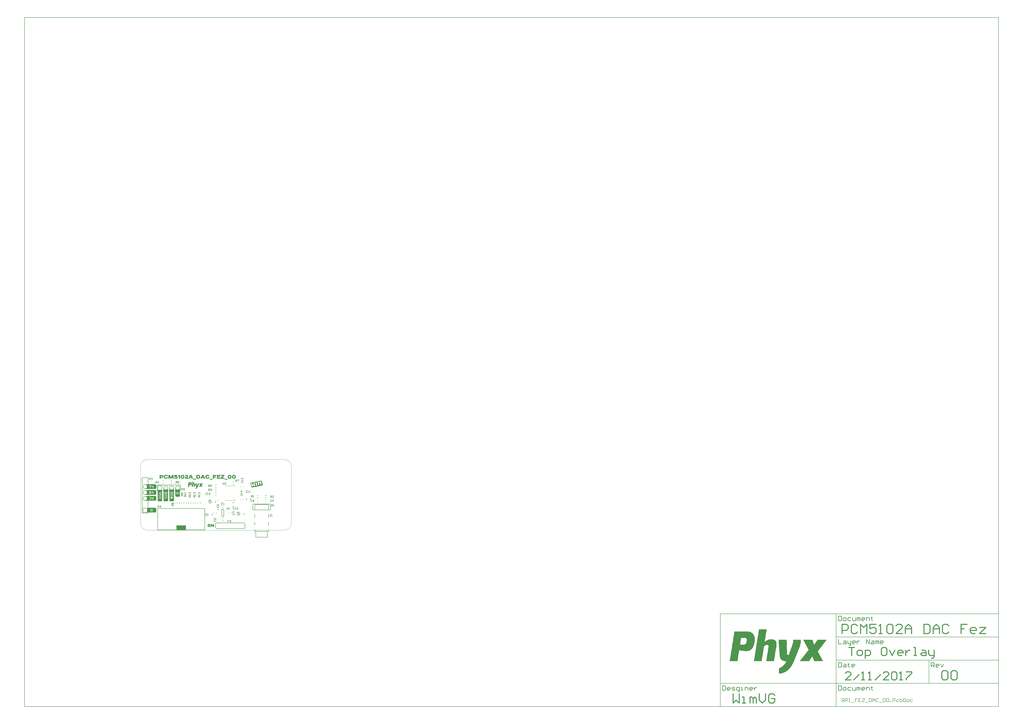
<source format=gto>
G04 Layer_Color=65535*
%FSLAX25Y25*%
%MOIN*%
G70*
G01*
G75*
%ADD10C,0.00787*%
%ADD11C,0.00591*%
%ADD21C,0.01575*%
%ADD22C,0.00394*%
%ADD23C,0.00984*%
%ADD33R,0.01575X0.06693*%
%ADD34R,0.06693X0.01575*%
%ADD35R,0.16142X0.07480*%
G36*
X113756Y93989D02*
X113803D01*
X113860Y93984D01*
X113917Y93979D01*
X113983Y93975D01*
X114054Y93965D01*
X114125Y93960D01*
X114286Y93937D01*
X114461Y93913D01*
X114645Y93875D01*
X114834Y93833D01*
X115028Y93780D01*
X115222Y93719D01*
X115416Y93643D01*
X115605Y93558D01*
X115780Y93454D01*
X115951Y93341D01*
X115955D01*
X115960Y93331D01*
X115989Y93312D01*
X116031Y93274D01*
X116083Y93227D01*
X116149Y93166D01*
X116225Y93090D01*
X116301Y93010D01*
X116381Y92915D01*
X116462Y92806D01*
X116537Y92693D01*
X116613Y92574D01*
X116679Y92442D01*
X116731Y92305D01*
X116774Y92163D01*
X116802Y92016D01*
X116812Y91936D01*
Y91860D01*
Y91855D01*
Y91846D01*
Y91827D01*
X116807Y91803D01*
X116793Y91747D01*
X116769Y91685D01*
X116750Y91652D01*
X116726Y91619D01*
X116698Y91586D01*
X116660Y91562D01*
X116622Y91539D01*
X116575Y91520D01*
X116518Y91510D01*
X116457Y91505D01*
X115331D01*
X115317Y91510D01*
X115293D01*
X115265Y91515D01*
X115232Y91524D01*
X115161Y91548D01*
X115118Y91567D01*
X115076Y91590D01*
X115033Y91619D01*
X114990Y91657D01*
X114943Y91695D01*
X114901Y91742D01*
X114858Y91799D01*
X114815Y91860D01*
X114811Y91870D01*
X114796Y91888D01*
X114773Y91922D01*
X114740Y91964D01*
X114692Y92016D01*
X114640Y92073D01*
X114579Y92130D01*
X114508Y92196D01*
X114428Y92257D01*
X114338Y92314D01*
X114238Y92371D01*
X114130Y92423D01*
X114016Y92466D01*
X113888Y92499D01*
X113756Y92518D01*
X113614Y92527D01*
X113581D01*
X113543Y92522D01*
X113491Y92518D01*
X113429Y92513D01*
X113354Y92503D01*
X113274Y92489D01*
X113188Y92470D01*
X113094Y92442D01*
X112999Y92414D01*
X112900Y92376D01*
X112805Y92328D01*
X112706Y92276D01*
X112616Y92215D01*
X112526Y92139D01*
X112441Y92059D01*
X112436Y92054D01*
X112422Y92035D01*
X112403Y92011D01*
X112375Y91974D01*
X112342Y91926D01*
X112309Y91865D01*
X112266Y91794D01*
X112228Y91718D01*
X112190Y91624D01*
X112152Y91524D01*
X112115Y91416D01*
X112082Y91293D01*
X112053Y91160D01*
X112034Y91018D01*
X112020Y90867D01*
X112015Y90706D01*
Y90701D01*
Y90697D01*
Y90682D01*
Y90668D01*
X112020Y90621D01*
Y90559D01*
X112030Y90484D01*
X112039Y90399D01*
X112053Y90304D01*
X112067Y90205D01*
X112091Y90096D01*
X112119Y89982D01*
X112152Y89869D01*
X112195Y89760D01*
X112242Y89647D01*
X112299Y89543D01*
X112365Y89443D01*
X112441Y89349D01*
X112446Y89344D01*
X112460Y89330D01*
X112484Y89306D01*
X112521Y89278D01*
X112564Y89240D01*
X112616Y89202D01*
X112678Y89159D01*
X112748Y89117D01*
X112829Y89074D01*
X112914Y89032D01*
X113009Y88994D01*
X113117Y88956D01*
X113226Y88928D01*
X113349Y88904D01*
X113477Y88890D01*
X113614Y88885D01*
X113652D01*
X113699Y88890D01*
X113756Y88899D01*
X113827Y88909D01*
X113912Y88923D01*
X114002Y88946D01*
X114101Y88980D01*
X114205Y89017D01*
X114309Y89069D01*
X114418Y89131D01*
X114522Y89202D01*
X114626Y89287D01*
X114726Y89391D01*
X114815Y89505D01*
X114901Y89637D01*
X114905Y89642D01*
X114910Y89651D01*
X114919Y89670D01*
X114938Y89694D01*
X114981Y89751D01*
X115042Y89817D01*
X115118Y89883D01*
X115208Y89940D01*
X115260Y89963D01*
X115317Y89982D01*
X115374Y89992D01*
X115435Y89996D01*
X116580D01*
X116603Y89992D01*
X116660Y89978D01*
X116726Y89954D01*
X116760Y89935D01*
X116788Y89907D01*
X116821Y89878D01*
X116845Y89845D01*
X116868Y89803D01*
X116887Y89755D01*
X116897Y89699D01*
X116901Y89637D01*
Y89632D01*
Y89628D01*
Y89599D01*
X116897Y89552D01*
X116887Y89490D01*
X116873Y89415D01*
X116854Y89325D01*
X116826Y89226D01*
X116793Y89117D01*
X116745Y89003D01*
X116684Y88880D01*
X116613Y88753D01*
X116528Y88620D01*
X116424Y88488D01*
X116305Y88355D01*
X116239Y88289D01*
X116168Y88223D01*
X116093Y88157D01*
X116012Y88095D01*
X116007D01*
X116003Y88086D01*
X115989Y88081D01*
X115970Y88067D01*
X115946Y88052D01*
X115922Y88034D01*
X115889Y88015D01*
X115851Y87991D01*
X115809Y87967D01*
X115761Y87939D01*
X115653Y87882D01*
X115525Y87821D01*
X115378Y87759D01*
X115217Y87698D01*
X115038Y87636D01*
X114839Y87580D01*
X114626Y87528D01*
X114394Y87485D01*
X114148Y87452D01*
X113888Y87433D01*
X113614Y87423D01*
X113538D01*
X113496Y87428D01*
X113449D01*
X113392Y87433D01*
X113326Y87438D01*
X113259Y87442D01*
X113184Y87452D01*
X113098Y87461D01*
X113013Y87471D01*
X112829Y87499D01*
X112625Y87532D01*
X112413Y87580D01*
X112190Y87636D01*
X111968Y87707D01*
X111746Y87797D01*
X111523Y87896D01*
X111311Y88015D01*
X111211Y88076D01*
X111112Y88147D01*
X111012Y88223D01*
X110923Y88303D01*
X110918Y88308D01*
X110913Y88313D01*
X110899Y88327D01*
X110880Y88346D01*
X110861Y88369D01*
X110833Y88393D01*
X110804Y88426D01*
X110776Y88464D01*
X110738Y88507D01*
X110700Y88554D01*
X110620Y88663D01*
X110535Y88790D01*
X110450Y88937D01*
X110360Y89098D01*
X110275Y89278D01*
X110194Y89476D01*
X110118Y89689D01*
X110062Y89921D01*
X110014Y90167D01*
X109996Y90294D01*
X109981Y90427D01*
X109977Y90564D01*
X109972Y90706D01*
Y90711D01*
Y90725D01*
Y90744D01*
Y90772D01*
X109977Y90810D01*
Y90853D01*
X109981Y90900D01*
X109986Y90957D01*
X109996Y91018D01*
X110000Y91084D01*
X110010Y91155D01*
X110024Y91231D01*
X110052Y91397D01*
X110090Y91576D01*
X110142Y91766D01*
X110204Y91960D01*
X110279Y92158D01*
X110374Y92361D01*
X110483Y92560D01*
X110544Y92655D01*
X110610Y92754D01*
X110681Y92844D01*
X110757Y92939D01*
X110837Y93024D01*
X110923Y93109D01*
X110927Y93114D01*
X110932Y93118D01*
X110946Y93133D01*
X110965Y93147D01*
X110994Y93166D01*
X111022Y93189D01*
X111060Y93218D01*
X111098Y93246D01*
X111145Y93279D01*
X111197Y93312D01*
X111254Y93350D01*
X111315Y93388D01*
X111381Y93431D01*
X111457Y93468D01*
X111533Y93511D01*
X111618Y93554D01*
X111703Y93591D01*
X111798Y93634D01*
X111892Y93677D01*
X111996Y93714D01*
X112105Y93752D01*
X112219Y93790D01*
X112337Y93823D01*
X112460Y93856D01*
X112588Y93885D01*
X112720Y93913D01*
X112857Y93937D01*
X112999Y93956D01*
X113146Y93970D01*
X113297Y93984D01*
X113453Y93989D01*
X113614Y93993D01*
X113713D01*
X113756Y93989D01*
D02*
G37*
G36*
X43369D02*
X43416D01*
X43473Y93984D01*
X43530Y93979D01*
X43596Y93975D01*
X43667Y93965D01*
X43738Y93960D01*
X43898Y93937D01*
X44074Y93913D01*
X44258Y93875D01*
X44447Y93833D01*
X44641Y93780D01*
X44835Y93719D01*
X45029Y93643D01*
X45218Y93558D01*
X45393Y93454D01*
X45564Y93341D01*
X45568D01*
X45573Y93331D01*
X45601Y93312D01*
X45644Y93274D01*
X45696Y93227D01*
X45762Y93166D01*
X45838Y93090D01*
X45913Y93010D01*
X45994Y92915D01*
X46074Y92806D01*
X46150Y92693D01*
X46226Y92574D01*
X46292Y92442D01*
X46344Y92305D01*
X46387Y92163D01*
X46415Y92016D01*
X46424Y91936D01*
Y91860D01*
Y91855D01*
Y91846D01*
Y91827D01*
X46420Y91803D01*
X46405Y91747D01*
X46382Y91685D01*
X46363Y91652D01*
X46339Y91619D01*
X46311Y91586D01*
X46273Y91562D01*
X46235Y91539D01*
X46188Y91520D01*
X46131Y91510D01*
X46070Y91505D01*
X44944D01*
X44930Y91510D01*
X44906D01*
X44878Y91515D01*
X44844Y91524D01*
X44774Y91548D01*
X44731Y91567D01*
X44688Y91590D01*
X44646Y91619D01*
X44603Y91657D01*
X44556Y91695D01*
X44513Y91742D01*
X44471Y91799D01*
X44428Y91860D01*
X44424Y91870D01*
X44409Y91888D01*
X44386Y91922D01*
X44353Y91964D01*
X44305Y92016D01*
X44253Y92073D01*
X44192Y92130D01*
X44121Y92196D01*
X44040Y92257D01*
X43951Y92314D01*
X43851Y92371D01*
X43742Y92423D01*
X43629Y92466D01*
X43501Y92499D01*
X43369Y92518D01*
X43227Y92527D01*
X43194D01*
X43156Y92522D01*
X43104Y92518D01*
X43042Y92513D01*
X42967Y92503D01*
X42886Y92489D01*
X42801Y92470D01*
X42707Y92442D01*
X42612Y92414D01*
X42513Y92376D01*
X42418Y92328D01*
X42319Y92276D01*
X42229Y92215D01*
X42139Y92139D01*
X42054Y92059D01*
X42049Y92054D01*
X42035Y92035D01*
X42016Y92011D01*
X41988Y91974D01*
X41954Y91926D01*
X41921Y91865D01*
X41879Y91794D01*
X41841Y91718D01*
X41803Y91624D01*
X41765Y91524D01*
X41728Y91416D01*
X41694Y91293D01*
X41666Y91160D01*
X41647Y91018D01*
X41633Y90867D01*
X41628Y90706D01*
Y90701D01*
Y90697D01*
Y90682D01*
Y90668D01*
X41633Y90621D01*
Y90559D01*
X41642Y90484D01*
X41652Y90399D01*
X41666Y90304D01*
X41680Y90205D01*
X41704Y90096D01*
X41732Y89982D01*
X41765Y89869D01*
X41808Y89760D01*
X41855Y89647D01*
X41912Y89543D01*
X41978Y89443D01*
X42054Y89349D01*
X42059Y89344D01*
X42073Y89330D01*
X42096Y89306D01*
X42134Y89278D01*
X42177Y89240D01*
X42229Y89202D01*
X42290Y89159D01*
X42361Y89117D01*
X42442Y89074D01*
X42527Y89032D01*
X42621Y88994D01*
X42730Y88956D01*
X42839Y88928D01*
X42962Y88904D01*
X43090Y88890D01*
X43227Y88885D01*
X43265D01*
X43312Y88890D01*
X43369Y88899D01*
X43440Y88909D01*
X43525Y88923D01*
X43615Y88946D01*
X43714Y88980D01*
X43818Y89017D01*
X43922Y89069D01*
X44031Y89131D01*
X44135Y89202D01*
X44239Y89287D01*
X44338Y89391D01*
X44428Y89505D01*
X44513Y89637D01*
X44518Y89642D01*
X44523Y89651D01*
X44532Y89670D01*
X44551Y89694D01*
X44594Y89751D01*
X44655Y89817D01*
X44731Y89883D01*
X44821Y89940D01*
X44873Y89963D01*
X44930Y89982D01*
X44986Y89992D01*
X45048Y89996D01*
X46193D01*
X46216Y89992D01*
X46273Y89978D01*
X46339Y89954D01*
X46372Y89935D01*
X46401Y89907D01*
X46434Y89878D01*
X46457Y89845D01*
X46481Y89803D01*
X46500Y89755D01*
X46510Y89699D01*
X46514Y89637D01*
Y89632D01*
Y89628D01*
Y89599D01*
X46510Y89552D01*
X46500Y89490D01*
X46486Y89415D01*
X46467Y89325D01*
X46439Y89226D01*
X46405Y89117D01*
X46358Y89003D01*
X46297Y88880D01*
X46226Y88753D01*
X46141Y88620D01*
X46036Y88488D01*
X45918Y88355D01*
X45852Y88289D01*
X45781Y88223D01*
X45705Y88157D01*
X45625Y88095D01*
X45620D01*
X45616Y88086D01*
X45601Y88081D01*
X45582Y88067D01*
X45559Y88052D01*
X45535Y88034D01*
X45502Y88015D01*
X45464Y87991D01*
X45422Y87967D01*
X45374Y87939D01*
X45265Y87882D01*
X45138Y87821D01*
X44991Y87759D01*
X44830Y87698D01*
X44651Y87636D01*
X44452Y87580D01*
X44239Y87528D01*
X44007Y87485D01*
X43761Y87452D01*
X43501Y87433D01*
X43227Y87423D01*
X43151D01*
X43109Y87428D01*
X43061D01*
X43005Y87433D01*
X42938Y87438D01*
X42872Y87442D01*
X42796Y87452D01*
X42711Y87461D01*
X42626Y87471D01*
X42442Y87499D01*
X42238Y87532D01*
X42026Y87580D01*
X41803Y87636D01*
X41581Y87707D01*
X41359Y87797D01*
X41136Y87896D01*
X40923Y88015D01*
X40824Y88076D01*
X40725Y88147D01*
X40625Y88223D01*
X40536Y88303D01*
X40531Y88308D01*
X40526Y88313D01*
X40512Y88327D01*
X40493Y88346D01*
X40474Y88369D01*
X40446Y88393D01*
X40417Y88426D01*
X40389Y88464D01*
X40351Y88507D01*
X40313Y88554D01*
X40233Y88663D01*
X40148Y88790D01*
X40062Y88937D01*
X39973Y89098D01*
X39887Y89278D01*
X39807Y89476D01*
X39731Y89689D01*
X39675Y89921D01*
X39627Y90167D01*
X39608Y90294D01*
X39594Y90427D01*
X39590Y90564D01*
X39585Y90706D01*
Y90711D01*
Y90725D01*
Y90744D01*
Y90772D01*
X39590Y90810D01*
Y90853D01*
X39594Y90900D01*
X39599Y90957D01*
X39608Y91018D01*
X39613Y91084D01*
X39623Y91155D01*
X39637Y91231D01*
X39665Y91397D01*
X39703Y91576D01*
X39755Y91766D01*
X39817Y91960D01*
X39892Y92158D01*
X39987Y92361D01*
X40096Y92560D01*
X40157Y92655D01*
X40223Y92754D01*
X40294Y92844D01*
X40370Y92939D01*
X40450Y93024D01*
X40536Y93109D01*
X40540Y93114D01*
X40545Y93118D01*
X40559Y93133D01*
X40578Y93147D01*
X40606Y93166D01*
X40635Y93189D01*
X40673Y93218D01*
X40710Y93246D01*
X40758Y93279D01*
X40810Y93312D01*
X40867Y93350D01*
X40928Y93388D01*
X40994Y93431D01*
X41070Y93468D01*
X41146Y93511D01*
X41231Y93554D01*
X41316Y93591D01*
X41411Y93634D01*
X41505Y93677D01*
X41609Y93714D01*
X41718Y93752D01*
X41831Y93790D01*
X41950Y93823D01*
X42073Y93856D01*
X42200Y93885D01*
X42333Y93913D01*
X42470Y93937D01*
X42612Y93956D01*
X42759Y93970D01*
X42910Y93984D01*
X43066Y93989D01*
X43227Y93993D01*
X43326D01*
X43369Y93989D01*
D02*
G37*
G36*
X55757Y93809D02*
X55785Y93804D01*
X55823Y93790D01*
X55856Y93776D01*
X55894Y93752D01*
X55927Y93724D01*
X55932Y93719D01*
X55941Y93710D01*
X55955Y93691D01*
X55974Y93662D01*
X55988Y93634D01*
X56003Y93596D01*
X56012Y93549D01*
X56017Y93502D01*
Y87906D01*
Y87901D01*
Y87882D01*
X56012Y87859D01*
X56007Y87830D01*
X55993Y87792D01*
X55979Y87754D01*
X55955Y87721D01*
X55927Y87684D01*
X55922Y87679D01*
X55913Y87669D01*
X55894Y87655D01*
X55870Y87641D01*
X55837Y87627D01*
X55799Y87613D01*
X55757Y87603D01*
X55709Y87598D01*
X54352D01*
X54328Y87603D01*
X54300Y87608D01*
X54262Y87617D01*
X54224Y87636D01*
X54191Y87655D01*
X54153Y87684D01*
X54149Y87688D01*
X54139Y87698D01*
X54125Y87721D01*
X54111Y87745D01*
X54092Y87778D01*
X54078Y87816D01*
X54068Y87859D01*
X54063Y87906D01*
Y90838D01*
X53973D01*
X52786Y87906D01*
Y87901D01*
X52777Y87887D01*
X52763Y87863D01*
X52748Y87835D01*
X52725Y87802D01*
X52692Y87769D01*
X52654Y87731D01*
X52611Y87693D01*
X52606Y87688D01*
X52587Y87679D01*
X52559Y87665D01*
X52526Y87646D01*
X52479Y87627D01*
X52422Y87613D01*
X52360Y87603D01*
X52294Y87598D01*
X51192D01*
X51154Y87603D01*
X51112Y87613D01*
X51064Y87622D01*
X51008Y87636D01*
X50956Y87660D01*
X50904Y87693D01*
X50899Y87698D01*
X50885Y87712D01*
X50861Y87731D01*
X50833Y87759D01*
X50804Y87788D01*
X50776Y87826D01*
X50752Y87863D01*
X50733Y87906D01*
X49532Y90838D01*
X49447D01*
Y87906D01*
Y87901D01*
Y87882D01*
X49442Y87859D01*
X49437Y87830D01*
X49423Y87792D01*
X49409Y87754D01*
X49385Y87721D01*
X49357Y87684D01*
X49352Y87679D01*
X49343Y87669D01*
X49324Y87655D01*
X49295Y87641D01*
X49262Y87627D01*
X49224Y87613D01*
X49182Y87603D01*
X49135Y87598D01*
X47777D01*
X47754Y87603D01*
X47725Y87608D01*
X47687Y87617D01*
X47649Y87636D01*
X47616Y87655D01*
X47578Y87684D01*
X47574Y87688D01*
X47564Y87698D01*
X47550Y87721D01*
X47536Y87745D01*
X47517Y87778D01*
X47503Y87816D01*
X47493Y87859D01*
X47489Y87906D01*
Y93502D01*
Y93506D01*
Y93525D01*
X47493Y93549D01*
X47498Y93582D01*
X47512Y93615D01*
X47526Y93653D01*
X47550Y93691D01*
X47578Y93724D01*
X47583Y93729D01*
X47593Y93738D01*
X47616Y93752D01*
X47640Y93771D01*
X47673Y93785D01*
X47711Y93800D01*
X47754Y93809D01*
X47801Y93814D01*
X49698D01*
X49731Y93809D01*
X49773Y93800D01*
X49825Y93790D01*
X49877Y93771D01*
X49929Y93747D01*
X49981Y93714D01*
X49986Y93710D01*
X50000Y93700D01*
X50024Y93677D01*
X50052Y93653D01*
X50081Y93620D01*
X50109Y93587D01*
X50137Y93544D01*
X50156Y93502D01*
X51708Y89727D01*
X51798D01*
X53354Y93502D01*
Y93506D01*
X53363Y93520D01*
X53373Y93544D01*
X53392Y93572D01*
X53415Y93606D01*
X53444Y93643D01*
X53482Y93677D01*
X53524Y93714D01*
X53529Y93719D01*
X53548Y93729D01*
X53576Y93747D01*
X53614Y93766D01*
X53661Y93780D01*
X53713Y93800D01*
X53775Y93809D01*
X53841Y93814D01*
X55733D01*
X55757Y93809D01*
D02*
G37*
G36*
X62464D02*
X62492Y93804D01*
X62530Y93790D01*
X62568Y93776D01*
X62606Y93752D01*
X62639Y93724D01*
X62643Y93719D01*
X62653Y93710D01*
X62667Y93691D01*
X62686Y93662D01*
X62700Y93634D01*
X62714Y93596D01*
X62724Y93549D01*
X62729Y93502D01*
Y92617D01*
Y92612D01*
Y92593D01*
X62724Y92570D01*
X62719Y92536D01*
X62705Y92503D01*
X62691Y92466D01*
X62667Y92428D01*
X62639Y92390D01*
X62634Y92385D01*
X62625Y92376D01*
X62606Y92361D01*
X62577Y92347D01*
X62544Y92333D01*
X62506Y92319D01*
X62464Y92309D01*
X62416Y92305D01*
X59351D01*
X59309Y91638D01*
X59399D01*
X59418Y91643D01*
X59441Y91652D01*
X59479Y91657D01*
X59526Y91671D01*
X59579Y91680D01*
X59645Y91690D01*
X59711Y91704D01*
X59787Y91718D01*
X59872Y91728D01*
X59962Y91742D01*
X60052Y91751D01*
X60250Y91766D01*
X60463Y91770D01*
X60548D01*
X60581Y91766D01*
X60619D01*
X60666Y91761D01*
X60770Y91751D01*
X60889Y91737D01*
X61021Y91718D01*
X61168Y91695D01*
X61319Y91662D01*
X61475Y91619D01*
X61636Y91572D01*
X61802Y91510D01*
X61962Y91439D01*
X62119Y91359D01*
X62265Y91264D01*
X62407Y91155D01*
X62416Y91151D01*
X62440Y91127D01*
X62473Y91094D01*
X62521Y91047D01*
X62573Y90985D01*
X62634Y90914D01*
X62700Y90829D01*
X62766Y90739D01*
X62833Y90630D01*
X62899Y90517D01*
X62960Y90394D01*
X63012Y90257D01*
X63060Y90115D01*
X63098Y89963D01*
X63117Y89803D01*
X63126Y89637D01*
Y89632D01*
Y89628D01*
Y89613D01*
Y89595D01*
X63121Y89571D01*
Y89543D01*
X63112Y89476D01*
X63102Y89391D01*
X63083Y89292D01*
X63060Y89188D01*
X63027Y89069D01*
X62984Y88942D01*
X62932Y88814D01*
X62871Y88682D01*
X62795Y88549D01*
X62700Y88412D01*
X62596Y88284D01*
X62473Y88157D01*
X62336Y88038D01*
X62327Y88034D01*
X62298Y88010D01*
X62251Y87982D01*
X62189Y87944D01*
X62104Y87896D01*
X62005Y87844D01*
X61887Y87788D01*
X61750Y87731D01*
X61594Y87674D01*
X61423Y87617D01*
X61234Y87565D01*
X61026Y87518D01*
X60799Y87480D01*
X60558Y87452D01*
X60298Y87428D01*
X60018Y87423D01*
X59924D01*
X59886Y87428D01*
X59843D01*
X59791Y87433D01*
X59739Y87438D01*
X59678Y87442D01*
X59545Y87452D01*
X59394Y87471D01*
X59233Y87494D01*
X59063Y87528D01*
X58888Y87565D01*
X58708Y87613D01*
X58524Y87669D01*
X58349Y87731D01*
X58174Y87811D01*
X58003Y87901D01*
X57847Y88001D01*
X57838Y88005D01*
X57814Y88029D01*
X57772Y88057D01*
X57720Y88104D01*
X57663Y88157D01*
X57592Y88223D01*
X57521Y88294D01*
X57445Y88379D01*
X57370Y88469D01*
X57299Y88568D01*
X57228Y88677D01*
X57171Y88786D01*
X57119Y88904D01*
X57076Y89027D01*
X57053Y89155D01*
X57043Y89282D01*
Y89287D01*
Y89297D01*
X57048Y89315D01*
Y89339D01*
X57062Y89396D01*
X57086Y89462D01*
X57105Y89495D01*
X57128Y89524D01*
X57157Y89557D01*
X57195Y89580D01*
X57232Y89604D01*
X57280Y89623D01*
X57336Y89632D01*
X57398Y89637D01*
X58533D01*
X58552Y89632D01*
X58604Y89618D01*
X58675Y89595D01*
X58713Y89576D01*
X58755Y89552D01*
X58798Y89524D01*
X58845Y89486D01*
X58893Y89448D01*
X58940Y89401D01*
X58992Y89344D01*
X59039Y89282D01*
X59044Y89278D01*
X59053Y89263D01*
X59072Y89245D01*
X59096Y89221D01*
X59129Y89192D01*
X59172Y89155D01*
X59219Y89122D01*
X59276Y89084D01*
X59337Y89046D01*
X59413Y89013D01*
X59493Y88980D01*
X59579Y88946D01*
X59678Y88923D01*
X59782Y88904D01*
X59895Y88890D01*
X60018Y88885D01*
X60066D01*
X60118Y88890D01*
X60184Y88899D01*
X60264Y88909D01*
X60354Y88923D01*
X60453Y88946D01*
X60553Y88980D01*
X60652Y89017D01*
X60747Y89069D01*
X60837Y89131D01*
X60917Y89202D01*
X60983Y89287D01*
X61035Y89391D01*
X61054Y89443D01*
X61073Y89505D01*
X61078Y89571D01*
X61083Y89637D01*
Y89647D01*
Y89670D01*
X61078Y89708D01*
X61068Y89755D01*
X61049Y89812D01*
X61026Y89878D01*
X60993Y89944D01*
X60950Y90016D01*
X60893Y90086D01*
X60822Y90153D01*
X60737Y90219D01*
X60633Y90276D01*
X60576Y90299D01*
X60510Y90323D01*
X60444Y90347D01*
X60368Y90361D01*
X60293Y90375D01*
X60208Y90384D01*
X60113Y90394D01*
X59952D01*
X59914Y90389D01*
X59872D01*
X59825Y90384D01*
X59768Y90380D01*
X59706Y90370D01*
X59645Y90361D01*
X59503Y90337D01*
X59351Y90304D01*
X59191Y90261D01*
X59186D01*
X59172Y90257D01*
X59148Y90247D01*
X59120Y90242D01*
X59082Y90233D01*
X59039Y90219D01*
X58987Y90209D01*
X58935Y90195D01*
X58822Y90172D01*
X58699Y90148D01*
X58576Y90134D01*
X58462Y90129D01*
X57597D01*
X57573Y90134D01*
X57545Y90138D01*
X57507Y90148D01*
X57469Y90167D01*
X57431Y90186D01*
X57393Y90214D01*
X57389Y90219D01*
X57379Y90228D01*
X57365Y90252D01*
X57346Y90276D01*
X57332Y90309D01*
X57318Y90347D01*
X57308Y90389D01*
Y90436D01*
X57488Y93502D01*
Y93506D01*
Y93525D01*
X57493Y93549D01*
X57502Y93582D01*
X57512Y93615D01*
X57526Y93653D01*
X57549Y93691D01*
X57578Y93724D01*
X57582Y93729D01*
X57592Y93738D01*
X57611Y93752D01*
X57639Y93771D01*
X57668Y93785D01*
X57705Y93800D01*
X57748Y93809D01*
X57795Y93814D01*
X62440D01*
X62464Y93809D01*
D02*
G37*
G36*
X142046D02*
X142074Y93804D01*
X142112Y93790D01*
X142145Y93776D01*
X142183Y93752D01*
X142216Y93724D01*
X142221Y93719D01*
X142230Y93710D01*
X142245Y93691D01*
X142264Y93662D01*
X142278Y93634D01*
X142292Y93596D01*
X142301Y93549D01*
X142306Y93502D01*
Y92749D01*
Y92745D01*
Y92730D01*
Y92712D01*
X142301Y92688D01*
X142297Y92655D01*
X142287Y92612D01*
X142278Y92570D01*
X142264Y92522D01*
X142245Y92470D01*
X142221Y92414D01*
X142193Y92352D01*
X142155Y92291D01*
X142117Y92229D01*
X142070Y92168D01*
X142013Y92101D01*
X141951Y92040D01*
X138844Y89197D01*
Y89107D01*
X142107D01*
X142131Y89103D01*
X142160Y89098D01*
X142197Y89084D01*
X142235Y89069D01*
X142273Y89046D01*
X142306Y89017D01*
X142311Y89013D01*
X142320Y89003D01*
X142335Y88984D01*
X142353Y88956D01*
X142368Y88923D01*
X142382Y88885D01*
X142391Y88842D01*
X142396Y88795D01*
Y87906D01*
Y87901D01*
Y87882D01*
X142391Y87859D01*
X142387Y87830D01*
X142372Y87792D01*
X142358Y87754D01*
X142335Y87721D01*
X142306Y87684D01*
X142301Y87679D01*
X142292Y87669D01*
X142273Y87655D01*
X142245Y87641D01*
X142212Y87627D01*
X142174Y87613D01*
X142131Y87603D01*
X142084Y87598D01*
X136465D01*
X136441Y87603D01*
X136413Y87608D01*
X136375Y87617D01*
X136337Y87636D01*
X136304Y87655D01*
X136266Y87684D01*
X136261Y87688D01*
X136252Y87698D01*
X136238Y87721D01*
X136223Y87745D01*
X136205Y87778D01*
X136190Y87816D01*
X136181Y87859D01*
X136176Y87906D01*
Y88663D01*
Y88667D01*
Y88682D01*
X136181Y88700D01*
Y88724D01*
X136186Y88762D01*
X136195Y88800D01*
X136205Y88842D01*
X136223Y88890D01*
X136242Y88946D01*
X136266Y88999D01*
X136294Y89060D01*
X136328Y89122D01*
X136370Y89183D01*
X136417Y89245D01*
X136474Y89311D01*
X136536Y89372D01*
X139643Y92215D01*
Y92305D01*
X136555D01*
X136531Y92309D01*
X136503Y92314D01*
X136465Y92324D01*
X136427Y92343D01*
X136394Y92361D01*
X136356Y92390D01*
X136351Y92395D01*
X136342Y92404D01*
X136328Y92428D01*
X136313Y92451D01*
X136294Y92484D01*
X136280Y92522D01*
X136271Y92570D01*
X136266Y92617D01*
Y93502D01*
Y93506D01*
Y93525D01*
X136271Y93549D01*
X136275Y93582D01*
X136290Y93615D01*
X136304Y93653D01*
X136328Y93691D01*
X136356Y93724D01*
X136361Y93729D01*
X136370Y93738D01*
X136394Y93752D01*
X136417Y93771D01*
X136451Y93785D01*
X136488Y93800D01*
X136531Y93809D01*
X136578Y93814D01*
X142022D01*
X142046Y93809D01*
D02*
G37*
G36*
X135381D02*
X135410Y93804D01*
X135448Y93790D01*
X135481Y93776D01*
X135519Y93752D01*
X135552Y93724D01*
X135556Y93719D01*
X135566Y93710D01*
X135580Y93691D01*
X135599Y93662D01*
X135613Y93634D01*
X135627Y93596D01*
X135637Y93549D01*
X135642Y93502D01*
Y92617D01*
Y92612D01*
Y92593D01*
X135637Y92570D01*
X135632Y92536D01*
X135618Y92503D01*
X135604Y92466D01*
X135580Y92428D01*
X135552Y92390D01*
X135547Y92385D01*
X135538Y92376D01*
X135519Y92361D01*
X135495Y92347D01*
X135462Y92333D01*
X135424Y92319D01*
X135381Y92309D01*
X135334Y92305D01*
X131560D01*
Y91505D01*
X134379D01*
X134402Y91501D01*
X134431Y91496D01*
X134469Y91482D01*
X134506Y91468D01*
X134544Y91444D01*
X134577Y91416D01*
X134582Y91411D01*
X134592Y91401D01*
X134606Y91382D01*
X134625Y91354D01*
X134639Y91321D01*
X134653Y91283D01*
X134662Y91241D01*
X134667Y91193D01*
Y90304D01*
Y90299D01*
Y90280D01*
X134662Y90257D01*
X134658Y90228D01*
X134644Y90191D01*
X134629Y90153D01*
X134606Y90119D01*
X134577Y90082D01*
X134573Y90077D01*
X134563Y90067D01*
X134544Y90053D01*
X134516Y90039D01*
X134483Y90025D01*
X134445Y90011D01*
X134402Y90001D01*
X134355Y89996D01*
X131560D01*
Y89107D01*
X135358D01*
X135381Y89103D01*
X135410Y89098D01*
X135448Y89084D01*
X135481Y89069D01*
X135519Y89046D01*
X135552Y89017D01*
X135556Y89013D01*
X135566Y89003D01*
X135580Y88984D01*
X135599Y88956D01*
X135613Y88923D01*
X135627Y88885D01*
X135637Y88842D01*
X135642Y88795D01*
Y87906D01*
Y87901D01*
Y87882D01*
X135637Y87859D01*
X135632Y87830D01*
X135618Y87792D01*
X135604Y87754D01*
X135580Y87721D01*
X135552Y87684D01*
X135547Y87679D01*
X135538Y87669D01*
X135519Y87655D01*
X135495Y87641D01*
X135462Y87627D01*
X135424Y87613D01*
X135381Y87603D01*
X135334Y87598D01*
X129890D01*
X129866Y87603D01*
X129838Y87608D01*
X129800Y87617D01*
X129762Y87636D01*
X129729Y87655D01*
X129691Y87684D01*
X129687Y87688D01*
X129677Y87698D01*
X129663Y87721D01*
X129649Y87745D01*
X129630Y87778D01*
X129616Y87816D01*
X129606Y87859D01*
X129601Y87906D01*
Y93502D01*
Y93506D01*
Y93525D01*
X129606Y93549D01*
X129611Y93582D01*
X129625Y93615D01*
X129639Y93653D01*
X129663Y93691D01*
X129691Y93724D01*
X129696Y93729D01*
X129706Y93738D01*
X129729Y93752D01*
X129753Y93771D01*
X129786Y93785D01*
X129824Y93800D01*
X129866Y93809D01*
X129914Y93814D01*
X135358D01*
X135381Y93809D01*
D02*
G37*
G36*
X128452D02*
X128480Y93804D01*
X128518Y93790D01*
X128556Y93776D01*
X128594Y93752D01*
X128627Y93724D01*
X128632Y93719D01*
X128641Y93710D01*
X128655Y93691D01*
X128674Y93662D01*
X128689Y93634D01*
X128703Y93596D01*
X128712Y93549D01*
X128717Y93502D01*
Y92617D01*
Y92612D01*
Y92593D01*
X128712Y92570D01*
X128707Y92536D01*
X128693Y92503D01*
X128679Y92466D01*
X128655Y92428D01*
X128627Y92390D01*
X128622Y92385D01*
X128613Y92376D01*
X128594Y92361D01*
X128566Y92347D01*
X128532Y92333D01*
X128495Y92319D01*
X128452Y92309D01*
X128405Y92305D01*
X124810D01*
Y91151D01*
X127629D01*
X127653Y91146D01*
X127681Y91141D01*
X127719Y91127D01*
X127757Y91113D01*
X127795Y91089D01*
X127828Y91061D01*
X127832Y91056D01*
X127842Y91047D01*
X127856Y91028D01*
X127875Y90999D01*
X127889Y90966D01*
X127903Y90928D01*
X127913Y90886D01*
X127918Y90838D01*
Y89949D01*
Y89944D01*
Y89926D01*
X127913Y89902D01*
X127908Y89874D01*
X127894Y89836D01*
X127880Y89798D01*
X127856Y89765D01*
X127828Y89727D01*
X127823Y89722D01*
X127813Y89713D01*
X127795Y89699D01*
X127766Y89684D01*
X127733Y89665D01*
X127695Y89651D01*
X127653Y89642D01*
X127605Y89637D01*
X124810D01*
Y87906D01*
Y87901D01*
Y87882D01*
X124805Y87859D01*
X124801Y87830D01*
X124786Y87792D01*
X124772Y87754D01*
X124748Y87721D01*
X124720Y87684D01*
X124715Y87679D01*
X124706Y87669D01*
X124687Y87655D01*
X124659Y87641D01*
X124626Y87627D01*
X124588Y87613D01*
X124545Y87603D01*
X124498Y87598D01*
X123140D01*
X123117Y87603D01*
X123088Y87608D01*
X123050Y87617D01*
X123012Y87636D01*
X122979Y87655D01*
X122942Y87684D01*
X122937Y87688D01*
X122927Y87698D01*
X122913Y87721D01*
X122899Y87745D01*
X122880Y87778D01*
X122866Y87816D01*
X122856Y87859D01*
X122852Y87906D01*
Y93502D01*
Y93506D01*
Y93525D01*
X122856Y93549D01*
X122861Y93582D01*
X122875Y93615D01*
X122889Y93653D01*
X122913Y93691D01*
X122942Y93724D01*
X122946Y93729D01*
X122956Y93738D01*
X122979Y93752D01*
X123003Y93771D01*
X123036Y93785D01*
X123074Y93800D01*
X123117Y93809D01*
X123164Y93814D01*
X128428D01*
X128452Y93809D01*
D02*
G37*
G36*
X106699D02*
X106751Y93800D01*
X106807Y93776D01*
X106874Y93738D01*
X106907Y93714D01*
X106940Y93686D01*
X106973Y93653D01*
X107001Y93610D01*
X107030Y93563D01*
X107058Y93511D01*
X109546Y87906D01*
X109551Y87901D01*
X109556Y87882D01*
X109560Y87859D01*
X109570Y87830D01*
Y87792D01*
Y87754D01*
X109556Y87721D01*
X109537Y87684D01*
X109532Y87679D01*
X109523Y87669D01*
X109508Y87655D01*
X109485Y87641D01*
X109452Y87627D01*
X109418Y87613D01*
X109376Y87603D01*
X109324Y87598D01*
X107787D01*
X107768Y87603D01*
X107720Y87613D01*
X107659Y87636D01*
X107593Y87674D01*
X107560Y87698D01*
X107527Y87726D01*
X107498Y87764D01*
X107465Y87807D01*
X107437Y87854D01*
X107413Y87906D01*
X107101Y88705D01*
X104305D01*
X103993Y87906D01*
Y87901D01*
X103989Y87892D01*
X103979Y87878D01*
X103970Y87859D01*
X103941Y87807D01*
X103899Y87754D01*
X103842Y87698D01*
X103776Y87646D01*
X103733Y87627D01*
X103691Y87613D01*
X103648Y87603D01*
X103596Y87598D01*
X102148D01*
X102125Y87603D01*
X102092Y87608D01*
X102059Y87617D01*
X102021Y87636D01*
X101988Y87655D01*
X101959Y87684D01*
X101955Y87688D01*
X101950Y87698D01*
X101940Y87721D01*
X101936Y87745D01*
X101926Y87778D01*
Y87816D01*
X101936Y87859D01*
X101950Y87906D01*
X104438Y93502D01*
Y93506D01*
X104443Y93516D01*
X104452Y93530D01*
X104466Y93549D01*
X104495Y93601D01*
X104542Y93658D01*
X104599Y93714D01*
X104665Y93766D01*
X104703Y93785D01*
X104745Y93800D01*
X104788Y93809D01*
X104835Y93814D01*
X106680D01*
X106699Y93809D01*
D02*
G37*
G36*
X98000D02*
X98052D01*
X98109Y93804D01*
X98171Y93800D01*
X98242Y93795D01*
X98317Y93790D01*
X98402Y93780D01*
X98488Y93771D01*
X98677Y93743D01*
X98880Y93710D01*
X99093Y93662D01*
X99315Y93610D01*
X99537Y93539D01*
X99765Y93459D01*
X99982Y93364D01*
X100195Y93251D01*
X100398Y93118D01*
X100493Y93047D01*
X100583Y92972D01*
X100588D01*
X100592Y92962D01*
X100607Y92948D01*
X100625Y92934D01*
X100644Y92910D01*
X100668Y92887D01*
X100730Y92820D01*
X100800Y92735D01*
X100881Y92631D01*
X100966Y92513D01*
X101056Y92376D01*
X101141Y92220D01*
X101226Y92049D01*
X101307Y91865D01*
X101377Y91662D01*
X101439Y91444D01*
X101482Y91212D01*
X101500Y91089D01*
X101515Y90961D01*
X101519Y90834D01*
X101524Y90701D01*
Y90697D01*
Y90687D01*
Y90663D01*
Y90640D01*
X101519Y90607D01*
Y90564D01*
X101515Y90517D01*
X101510Y90465D01*
X101505Y90408D01*
X101496Y90347D01*
X101477Y90205D01*
X101444Y90049D01*
X101406Y89883D01*
X101359Y89703D01*
X101292Y89519D01*
X101217Y89334D01*
X101127Y89145D01*
X101018Y88956D01*
X100956Y88866D01*
X100895Y88771D01*
X100824Y88686D01*
X100748Y88601D01*
X100668Y88516D01*
X100583Y88436D01*
X100578D01*
X100573Y88426D01*
X100559Y88417D01*
X100540Y88398D01*
X100517Y88379D01*
X100484Y88360D01*
X100450Y88332D01*
X100408Y88303D01*
X100361Y88275D01*
X100313Y88242D01*
X100257Y88209D01*
X100190Y88171D01*
X100124Y88133D01*
X100053Y88095D01*
X99977Y88057D01*
X99892Y88019D01*
X99802Y87977D01*
X99713Y87939D01*
X99613Y87901D01*
X99509Y87863D01*
X99400Y87826D01*
X99287Y87792D01*
X99169Y87759D01*
X99046Y87731D01*
X98918Y87703D01*
X98786Y87674D01*
X98648Y87655D01*
X98502Y87636D01*
X98355Y87617D01*
X98204Y87608D01*
X98043Y87603D01*
X97882Y87598D01*
X95058D01*
X95035Y87603D01*
X95006Y87608D01*
X94968Y87617D01*
X94930Y87636D01*
X94897Y87655D01*
X94860Y87684D01*
X94855Y87688D01*
X94845Y87698D01*
X94831Y87721D01*
X94817Y87745D01*
X94798Y87778D01*
X94784Y87816D01*
X94774Y87859D01*
X94770Y87906D01*
Y93502D01*
Y93506D01*
Y93525D01*
X94774Y93549D01*
X94779Y93582D01*
X94793Y93615D01*
X94807Y93653D01*
X94831Y93691D01*
X94860Y93724D01*
X94864Y93729D01*
X94874Y93738D01*
X94897Y93752D01*
X94921Y93771D01*
X94954Y93785D01*
X94992Y93800D01*
X95035Y93809D01*
X95082Y93814D01*
X97958D01*
X98000Y93809D01*
D02*
G37*
G36*
X86256D02*
X86308Y93800D01*
X86365Y93776D01*
X86431Y93738D01*
X86464Y93714D01*
X86497Y93686D01*
X86530Y93653D01*
X86558Y93610D01*
X86587Y93563D01*
X86615Y93511D01*
X89103Y87906D01*
X89108Y87901D01*
X89113Y87882D01*
X89117Y87859D01*
X89127Y87830D01*
Y87792D01*
Y87754D01*
X89113Y87721D01*
X89094Y87684D01*
X89089Y87679D01*
X89079Y87669D01*
X89065Y87655D01*
X89042Y87641D01*
X89009Y87627D01*
X88975Y87613D01*
X88933Y87603D01*
X88881Y87598D01*
X87344D01*
X87325Y87603D01*
X87277Y87613D01*
X87216Y87636D01*
X87150Y87674D01*
X87116Y87698D01*
X87083Y87726D01*
X87055Y87764D01*
X87022Y87807D01*
X86994Y87854D01*
X86970Y87906D01*
X86658Y88705D01*
X83862D01*
X83550Y87906D01*
Y87901D01*
X83545Y87892D01*
X83536Y87878D01*
X83526Y87859D01*
X83498Y87807D01*
X83455Y87754D01*
X83399Y87698D01*
X83333Y87646D01*
X83290Y87627D01*
X83247Y87613D01*
X83205Y87603D01*
X83153Y87598D01*
X81705D01*
X81682Y87603D01*
X81649Y87608D01*
X81616Y87617D01*
X81578Y87636D01*
X81545Y87655D01*
X81516Y87684D01*
X81511Y87688D01*
X81507Y87698D01*
X81497Y87721D01*
X81493Y87745D01*
X81483Y87778D01*
Y87816D01*
X81493Y87859D01*
X81507Y87906D01*
X83995Y93502D01*
Y93506D01*
X84000Y93516D01*
X84009Y93530D01*
X84023Y93549D01*
X84052Y93601D01*
X84099Y93658D01*
X84156Y93714D01*
X84222Y93766D01*
X84260Y93785D01*
X84302Y93800D01*
X84345Y93809D01*
X84392Y93814D01*
X86237D01*
X86256Y93809D01*
D02*
G37*
G36*
X78361Y93989D02*
X78409D01*
X78456Y93984D01*
X78508Y93979D01*
X78569Y93975D01*
X78697Y93960D01*
X78844Y93941D01*
X79000Y93913D01*
X79170Y93880D01*
X79340Y93842D01*
X79515Y93790D01*
X79690Y93729D01*
X79865Y93658D01*
X80036Y93572D01*
X80197Y93473D01*
X80348Y93364D01*
X80357Y93360D01*
X80381Y93336D01*
X80419Y93303D01*
X80471Y93256D01*
X80528Y93194D01*
X80594Y93118D01*
X80665Y93038D01*
X80736Y92943D01*
X80807Y92839D01*
X80878Y92721D01*
X80944Y92598D01*
X81001Y92466D01*
X81053Y92324D01*
X81090Y92177D01*
X81114Y92021D01*
X81124Y91860D01*
Y91855D01*
Y91837D01*
Y91808D01*
X81119Y91770D01*
X81114Y91718D01*
X81109Y91666D01*
X81100Y91600D01*
X81090Y91534D01*
X81076Y91458D01*
X81057Y91382D01*
X81034Y91302D01*
X81010Y91222D01*
X80977Y91136D01*
X80939Y91051D01*
X80897Y90971D01*
X80849Y90891D01*
X80845Y90886D01*
X80835Y90872D01*
X80821Y90853D01*
X80802Y90820D01*
X80774Y90786D01*
X80740Y90744D01*
X80703Y90701D01*
X80660Y90649D01*
X80608Y90597D01*
X80556Y90545D01*
X80495Y90488D01*
X80433Y90432D01*
X80362Y90380D01*
X80291Y90323D01*
X80130Y90224D01*
X80126Y90219D01*
X80111Y90214D01*
X80088Y90200D01*
X80055Y90181D01*
X80012Y90162D01*
X79965Y90138D01*
X79913Y90110D01*
X79851Y90082D01*
X79785Y90049D01*
X79714Y90016D01*
X79563Y89944D01*
X79402Y89874D01*
X79236Y89807D01*
X79232D01*
X79217Y89798D01*
X79194Y89788D01*
X79161Y89779D01*
X79118Y89765D01*
X79071Y89746D01*
X79019Y89727D01*
X78957Y89703D01*
X78891Y89680D01*
X78815Y89651D01*
X78659Y89595D01*
X78489Y89538D01*
X78309Y89476D01*
X78305D01*
X78290Y89472D01*
X78262Y89462D01*
X78229Y89448D01*
X78191Y89438D01*
X78144Y89420D01*
X78040Y89382D01*
X77926Y89339D01*
X77813Y89292D01*
X77704Y89245D01*
X77657Y89221D01*
X77614Y89197D01*
Y89107D01*
X80783D01*
X80807Y89103D01*
X80835Y89098D01*
X80873Y89084D01*
X80906Y89069D01*
X80944Y89046D01*
X80977Y89017D01*
X80982Y89013D01*
X80991Y89003D01*
X81005Y88984D01*
X81024Y88956D01*
X81038Y88923D01*
X81053Y88885D01*
X81062Y88842D01*
X81067Y88795D01*
Y87906D01*
Y87901D01*
Y87882D01*
X81062Y87859D01*
X81057Y87830D01*
X81043Y87792D01*
X81029Y87754D01*
X81005Y87721D01*
X80977Y87684D01*
X80972Y87679D01*
X80963Y87669D01*
X80944Y87655D01*
X80920Y87641D01*
X80887Y87627D01*
X80849Y87613D01*
X80807Y87603D01*
X80759Y87598D01*
X75547D01*
X75523Y87603D01*
X75495Y87608D01*
X75457Y87617D01*
X75419Y87636D01*
X75386Y87655D01*
X75348Y87684D01*
X75344Y87688D01*
X75334Y87698D01*
X75320Y87721D01*
X75306Y87745D01*
X75287Y87778D01*
X75273Y87816D01*
X75263Y87859D01*
X75258Y87906D01*
Y88663D01*
Y88667D01*
Y88686D01*
Y88710D01*
X75263Y88748D01*
X75268Y88790D01*
X75273Y88842D01*
X75282Y88899D01*
X75296Y88961D01*
X75329Y89103D01*
X75353Y89174D01*
X75377Y89249D01*
X75410Y89330D01*
X75448Y89405D01*
X75490Y89486D01*
X75542Y89561D01*
X75547Y89566D01*
X75556Y89580D01*
X75571Y89599D01*
X75594Y89628D01*
X75623Y89661D01*
X75656Y89703D01*
X75694Y89746D01*
X75736Y89793D01*
X75783Y89845D01*
X75840Y89897D01*
X75959Y90001D01*
X76096Y90105D01*
X76247Y90200D01*
X76252Y90205D01*
X76266Y90209D01*
X76290Y90224D01*
X76323Y90242D01*
X76360Y90261D01*
X76408Y90285D01*
X76460Y90314D01*
X76521Y90347D01*
X76588Y90380D01*
X76658Y90417D01*
X76734Y90455D01*
X76815Y90493D01*
X76990Y90574D01*
X77169Y90659D01*
X77174Y90663D01*
X77193Y90668D01*
X77217Y90682D01*
X77254Y90697D01*
X77297Y90715D01*
X77349Y90739D01*
X77406Y90763D01*
X77472Y90791D01*
X77538Y90820D01*
X77614Y90848D01*
X77765Y90909D01*
X77926Y90971D01*
X78087Y91032D01*
X78092D01*
X78106Y91037D01*
X78130Y91047D01*
X78158Y91061D01*
X78196Y91075D01*
X78238Y91094D01*
X78286Y91113D01*
X78338Y91136D01*
X78447Y91189D01*
X78565Y91250D01*
X78683Y91321D01*
X78796Y91397D01*
X78801Y91401D01*
X78811Y91406D01*
X78825Y91420D01*
X78839Y91435D01*
X78886Y91477D01*
X78938Y91534D01*
X78990Y91605D01*
X79038Y91680D01*
X79052Y91723D01*
X79066Y91770D01*
X79075Y91813D01*
X79080Y91860D01*
Y91865D01*
Y91874D01*
Y91888D01*
X79075Y91908D01*
X79066Y91960D01*
X79052Y92021D01*
X79023Y92097D01*
X78981Y92172D01*
X78957Y92215D01*
X78924Y92253D01*
X78891Y92291D01*
X78848Y92328D01*
X78844Y92333D01*
X78839Y92338D01*
X78825Y92347D01*
X78806Y92361D01*
X78782Y92376D01*
X78754Y92390D01*
X78683Y92428D01*
X78598Y92466D01*
X78494Y92494D01*
X78371Y92518D01*
X78234Y92527D01*
X78205D01*
X78172Y92522D01*
X78130Y92518D01*
X78078Y92513D01*
X78016Y92503D01*
X77950Y92484D01*
X77879Y92466D01*
X77803Y92442D01*
X77728Y92409D01*
X77647Y92371D01*
X77571Y92324D01*
X77496Y92267D01*
X77425Y92201D01*
X77359Y92125D01*
X77302Y92040D01*
X77297Y92035D01*
X77292Y92026D01*
X77278Y92007D01*
X77264Y91983D01*
X77217Y91926D01*
X77150Y91860D01*
X77075Y91794D01*
X76985Y91737D01*
X76933Y91714D01*
X76881Y91695D01*
X76824Y91685D01*
X76767Y91680D01*
X75646D01*
X75627Y91685D01*
X75604D01*
X75547Y91699D01*
X75485Y91728D01*
X75452Y91747D01*
X75419Y91770D01*
X75386Y91799D01*
X75362Y91832D01*
X75339Y91874D01*
X75320Y91922D01*
X75310Y91978D01*
X75306Y92040D01*
Y92049D01*
Y92073D01*
X75310Y92116D01*
X75320Y92172D01*
X75329Y92243D01*
X75348Y92319D01*
X75372Y92409D01*
X75400Y92508D01*
X75443Y92612D01*
X75495Y92721D01*
X75556Y92835D01*
X75632Y92953D01*
X75717Y93071D01*
X75821Y93185D01*
X75940Y93303D01*
X76077Y93412D01*
X76086Y93416D01*
X76115Y93435D01*
X76157Y93464D01*
X76219Y93502D01*
X76299Y93549D01*
X76394Y93596D01*
X76507Y93648D01*
X76635Y93705D01*
X76781Y93757D01*
X76942Y93809D01*
X77117Y93861D01*
X77311Y93903D01*
X77519Y93941D01*
X77742Y93970D01*
X77983Y93989D01*
X78234Y93993D01*
X78324D01*
X78361Y93989D01*
D02*
G37*
G36*
X66735Y93809D02*
X66763Y93804D01*
X66801Y93790D01*
X66839Y93776D01*
X66877Y93752D01*
X66910Y93724D01*
X66915Y93719D01*
X66924Y93710D01*
X66938Y93691D01*
X66957Y93662D01*
X66971Y93634D01*
X66986Y93596D01*
X66995Y93549D01*
X67000Y93502D01*
Y87906D01*
Y87901D01*
Y87882D01*
X66995Y87859D01*
X66990Y87830D01*
X66976Y87792D01*
X66962Y87754D01*
X66938Y87721D01*
X66910Y87684D01*
X66905Y87679D01*
X66896Y87669D01*
X66877Y87655D01*
X66848Y87641D01*
X66815Y87627D01*
X66777Y87613D01*
X66735Y87603D01*
X66688Y87598D01*
X65335D01*
X65311Y87603D01*
X65278Y87608D01*
X65245Y87617D01*
X65207Y87636D01*
X65169Y87655D01*
X65131Y87684D01*
X65127Y87688D01*
X65117Y87698D01*
X65103Y87721D01*
X65089Y87745D01*
X65075Y87778D01*
X65061Y87816D01*
X65051Y87859D01*
X65046Y87906D01*
Y91680D01*
X64956D01*
X64512Y91416D01*
X64507Y91411D01*
X64493Y91406D01*
X64469Y91397D01*
X64441Y91387D01*
X64408Y91378D01*
X64365Y91373D01*
X64318D01*
X64266Y91378D01*
X64261D01*
X64242Y91382D01*
X64219Y91392D01*
X64190Y91406D01*
X64157Y91420D01*
X64124Y91444D01*
X64096Y91472D01*
X64067Y91505D01*
X63623Y92215D01*
X63618Y92220D01*
X63613Y92234D01*
X63604Y92253D01*
X63594Y92281D01*
X63585Y92309D01*
X63580Y92347D01*
Y92385D01*
X63585Y92428D01*
Y92432D01*
X63590Y92447D01*
X63599Y92470D01*
X63613Y92494D01*
X63627Y92527D01*
X63651Y92555D01*
X63679Y92589D01*
X63713Y92617D01*
X64914Y93502D01*
X64919Y93506D01*
X64928Y93511D01*
X64952Y93530D01*
X64985Y93558D01*
X64990Y93563D01*
X64994Y93568D01*
X65018Y93587D01*
X65046Y93610D01*
X65070Y93625D01*
X65075Y93629D01*
X65094Y93639D01*
X65117Y93653D01*
X65155Y93677D01*
X65160D01*
X65165Y93681D01*
X65188Y93700D01*
X65221Y93714D01*
X65254Y93733D01*
X65264Y93738D01*
X65288Y93747D01*
X65321Y93757D01*
X65368Y93771D01*
X65373D01*
X65377Y93776D01*
X65392Y93780D01*
X65411Y93785D01*
X65458Y93795D01*
X65510Y93804D01*
X65524D01*
X65538Y93809D01*
X65557D01*
X65609Y93814D01*
X66711D01*
X66735Y93809D01*
D02*
G37*
G36*
X36037D02*
X36089D01*
X36141Y93804D01*
X36203Y93800D01*
X36269Y93795D01*
X36340Y93790D01*
X36411Y93780D01*
X36572Y93762D01*
X36747Y93738D01*
X36926Y93705D01*
X37116Y93662D01*
X37305Y93610D01*
X37494Y93549D01*
X37679Y93478D01*
X37858Y93397D01*
X38024Y93298D01*
X38180Y93189D01*
X38189Y93180D01*
X38213Y93161D01*
X38251Y93123D01*
X38303Y93076D01*
X38360Y93014D01*
X38426Y92939D01*
X38497Y92849D01*
X38573Y92749D01*
X38644Y92636D01*
X38715Y92513D01*
X38781Y92376D01*
X38837Y92234D01*
X38890Y92078D01*
X38927Y91908D01*
X38951Y91732D01*
X38960Y91548D01*
Y91543D01*
Y91539D01*
Y91524D01*
Y91505D01*
X38956Y91477D01*
Y91449D01*
X38946Y91382D01*
X38937Y91293D01*
X38918Y91193D01*
X38894Y91084D01*
X38861Y90961D01*
X38823Y90834D01*
X38771Y90701D01*
X38705Y90564D01*
X38629Y90427D01*
X38544Y90290D01*
X38435Y90157D01*
X38317Y90030D01*
X38180Y89907D01*
X38170Y89902D01*
X38142Y89878D01*
X38100Y89850D01*
X38033Y89807D01*
X37953Y89760D01*
X37854Y89708D01*
X37735Y89651D01*
X37603Y89595D01*
X37451Y89538D01*
X37281Y89481D01*
X37092Y89429D01*
X36889Y89382D01*
X36666Y89339D01*
X36425Y89311D01*
X36170Y89292D01*
X35895Y89282D01*
X34434D01*
Y87906D01*
Y87901D01*
Y87882D01*
X34429Y87859D01*
X34424Y87830D01*
X34410Y87792D01*
X34396Y87754D01*
X34372Y87721D01*
X34344Y87684D01*
X34339Y87679D01*
X34330Y87669D01*
X34311Y87655D01*
X34282Y87641D01*
X34249Y87627D01*
X34212Y87613D01*
X34169Y87603D01*
X34122Y87598D01*
X32764D01*
X32741Y87603D01*
X32712Y87608D01*
X32674Y87617D01*
X32636Y87636D01*
X32603Y87655D01*
X32566Y87684D01*
X32561Y87688D01*
X32551Y87698D01*
X32537Y87721D01*
X32523Y87745D01*
X32504Y87778D01*
X32490Y87816D01*
X32480Y87859D01*
X32476Y87906D01*
Y93502D01*
Y93506D01*
Y93525D01*
X32480Y93549D01*
X32485Y93582D01*
X32499Y93615D01*
X32513Y93653D01*
X32537Y93691D01*
X32566Y93724D01*
X32570Y93729D01*
X32580Y93738D01*
X32603Y93752D01*
X32627Y93771D01*
X32660Y93785D01*
X32698Y93800D01*
X32741Y93809D01*
X32788Y93814D01*
X35999D01*
X36037Y93809D01*
D02*
G37*
G36*
X158625Y93989D02*
X158667D01*
X158715Y93984D01*
X158771Y93979D01*
X158828Y93975D01*
X158894Y93965D01*
X158965Y93956D01*
X159041Y93946D01*
X159206Y93918D01*
X159381Y93885D01*
X159566Y93837D01*
X159760Y93780D01*
X159959Y93710D01*
X160157Y93625D01*
X160351Y93520D01*
X160545Y93402D01*
X160635Y93341D01*
X160725Y93270D01*
X160810Y93194D01*
X160895Y93114D01*
X160900Y93109D01*
X160905Y93104D01*
X160919Y93090D01*
X160933Y93071D01*
X160952Y93052D01*
X160976Y93024D01*
X161004Y92991D01*
X161032Y92953D01*
X161065Y92910D01*
X161099Y92863D01*
X161132Y92811D01*
X161169Y92754D01*
X161250Y92626D01*
X161330Y92484D01*
X161411Y92319D01*
X161491Y92139D01*
X161562Y91941D01*
X161628Y91728D01*
X161685Y91496D01*
X161728Y91250D01*
X161756Y90985D01*
X161765Y90848D01*
Y90706D01*
Y90701D01*
Y90687D01*
Y90668D01*
Y90640D01*
X161761Y90602D01*
Y90559D01*
X161756Y90507D01*
X161751Y90455D01*
X161747Y90394D01*
X161737Y90323D01*
X161732Y90252D01*
X161718Y90176D01*
X161695Y90011D01*
X161657Y89831D01*
X161609Y89642D01*
X161553Y89448D01*
X161482Y89249D01*
X161397Y89046D01*
X161297Y88847D01*
X161184Y88653D01*
X161117Y88563D01*
X161047Y88469D01*
X160976Y88384D01*
X160895Y88298D01*
X160890D01*
X160886Y88289D01*
X160871Y88275D01*
X160857Y88261D01*
X160834Y88242D01*
X160805Y88218D01*
X160772Y88190D01*
X160734Y88161D01*
X160692Y88128D01*
X160649Y88095D01*
X160540Y88019D01*
X160417Y87944D01*
X160271Y87863D01*
X160110Y87778D01*
X159935Y87703D01*
X159736Y87627D01*
X159528Y87561D01*
X159296Y87504D01*
X159055Y87461D01*
X158795Y87433D01*
X158658Y87428D01*
X158521Y87423D01*
X158454D01*
X158421Y87428D01*
X158379D01*
X158327Y87433D01*
X158275Y87438D01*
X158213Y87442D01*
X158147Y87452D01*
X158076Y87461D01*
X158000Y87471D01*
X157840Y87499D01*
X157665Y87532D01*
X157475Y87580D01*
X157281Y87636D01*
X157087Y87707D01*
X156889Y87792D01*
X156695Y87892D01*
X156501Y88010D01*
X156411Y88076D01*
X156321Y88142D01*
X156236Y88218D01*
X156151Y88298D01*
Y88303D01*
X156141Y88308D01*
X156127Y88322D01*
X156113Y88341D01*
X156094Y88360D01*
X156070Y88388D01*
X156042Y88421D01*
X156014Y88459D01*
X155985Y88502D01*
X155947Y88549D01*
X155914Y88601D01*
X155877Y88658D01*
X155796Y88786D01*
X155716Y88928D01*
X155635Y89093D01*
X155555Y89273D01*
X155484Y89472D01*
X155418Y89684D01*
X155361Y89916D01*
X155318Y90162D01*
X155290Y90427D01*
X155285Y90564D01*
X155281Y90706D01*
Y90711D01*
Y90725D01*
Y90744D01*
Y90772D01*
X155285Y90810D01*
Y90853D01*
X155290Y90905D01*
X155295Y90957D01*
X155299Y91018D01*
X155309Y91089D01*
X155318Y91160D01*
X155328Y91236D01*
X155351Y91401D01*
X155389Y91581D01*
X155437Y91770D01*
X155493Y91964D01*
X155564Y92168D01*
X155649Y92366D01*
X155749Y92565D01*
X155862Y92759D01*
X155929Y92849D01*
X156000Y92943D01*
X156070Y93028D01*
X156151Y93114D01*
X156156Y93118D01*
X156160Y93123D01*
X156175Y93137D01*
X156193Y93151D01*
X156212Y93170D01*
X156241Y93194D01*
X156274Y93222D01*
X156312Y93251D01*
X156354Y93284D01*
X156397Y93317D01*
X156506Y93393D01*
X156629Y93473D01*
X156775Y93554D01*
X156936Y93634D01*
X157111Y93714D01*
X157305Y93790D01*
X157518Y93856D01*
X157745Y93913D01*
X157986Y93956D01*
X158246Y93984D01*
X158384Y93989D01*
X158521Y93993D01*
X158587D01*
X158625Y93989D01*
D02*
G37*
G36*
X151340D02*
X151383D01*
X151430Y93984D01*
X151487Y93979D01*
X151544Y93975D01*
X151610Y93965D01*
X151681Y93956D01*
X151757Y93946D01*
X151922Y93918D01*
X152097Y93885D01*
X152282Y93837D01*
X152476Y93780D01*
X152674Y93710D01*
X152873Y93625D01*
X153067Y93520D01*
X153261Y93402D01*
X153351Y93341D01*
X153441Y93270D01*
X153526Y93194D01*
X153611Y93114D01*
X153616Y93109D01*
X153620Y93104D01*
X153635Y93090D01*
X153649Y93071D01*
X153668Y93052D01*
X153691Y93024D01*
X153720Y92991D01*
X153748Y92953D01*
X153781Y92910D01*
X153814Y92863D01*
X153847Y92811D01*
X153885Y92754D01*
X153966Y92626D01*
X154046Y92484D01*
X154127Y92319D01*
X154207Y92139D01*
X154278Y91941D01*
X154344Y91728D01*
X154401Y91496D01*
X154443Y91250D01*
X154472Y90985D01*
X154481Y90848D01*
Y90706D01*
Y90701D01*
Y90687D01*
Y90668D01*
Y90640D01*
X154476Y90602D01*
Y90559D01*
X154472Y90507D01*
X154467Y90455D01*
X154462Y90394D01*
X154453Y90323D01*
X154448Y90252D01*
X154434Y90176D01*
X154410Y90011D01*
X154372Y89831D01*
X154325Y89642D01*
X154268Y89448D01*
X154197Y89249D01*
X154112Y89046D01*
X154013Y88847D01*
X153899Y88653D01*
X153833Y88563D01*
X153762Y88469D01*
X153691Y88384D01*
X153611Y88298D01*
X153606D01*
X153601Y88289D01*
X153587Y88275D01*
X153573Y88261D01*
X153549Y88242D01*
X153521Y88218D01*
X153488Y88190D01*
X153450Y88161D01*
X153408Y88128D01*
X153365Y88095D01*
X153256Y88019D01*
X153133Y87944D01*
X152987Y87863D01*
X152826Y87778D01*
X152651Y87703D01*
X152452Y87627D01*
X152244Y87561D01*
X152012Y87504D01*
X151771Y87461D01*
X151511Y87433D01*
X151374Y87428D01*
X151236Y87423D01*
X151170D01*
X151137Y87428D01*
X151094D01*
X151042Y87433D01*
X150990Y87438D01*
X150929Y87442D01*
X150863Y87452D01*
X150792Y87461D01*
X150716Y87471D01*
X150555Y87499D01*
X150380Y87532D01*
X150191Y87580D01*
X149997Y87636D01*
X149803Y87707D01*
X149605Y87792D01*
X149411Y87892D01*
X149217Y88010D01*
X149127Y88076D01*
X149037Y88142D01*
X148952Y88218D01*
X148867Y88298D01*
Y88303D01*
X148857Y88308D01*
X148843Y88322D01*
X148829Y88341D01*
X148810Y88360D01*
X148786Y88388D01*
X148758Y88421D01*
X148730Y88459D01*
X148701Y88502D01*
X148663Y88549D01*
X148630Y88601D01*
X148592Y88658D01*
X148512Y88786D01*
X148432Y88928D01*
X148351Y89093D01*
X148271Y89273D01*
X148200Y89472D01*
X148134Y89684D01*
X148077Y89916D01*
X148034Y90162D01*
X148006Y90427D01*
X148001Y90564D01*
X147996Y90706D01*
Y90711D01*
Y90725D01*
Y90744D01*
Y90772D01*
X148001Y90810D01*
Y90853D01*
X148006Y90905D01*
X148011Y90957D01*
X148015Y91018D01*
X148025Y91089D01*
X148034Y91160D01*
X148044Y91236D01*
X148067Y91401D01*
X148105Y91581D01*
X148152Y91770D01*
X148209Y91964D01*
X148280Y92168D01*
X148365Y92366D01*
X148465Y92565D01*
X148578Y92759D01*
X148644Y92849D01*
X148715Y92943D01*
X148786Y93028D01*
X148867Y93114D01*
X148871Y93118D01*
X148876Y93123D01*
X148890Y93137D01*
X148909Y93151D01*
X148928Y93170D01*
X148957Y93194D01*
X148990Y93222D01*
X149028Y93251D01*
X149070Y93284D01*
X149113Y93317D01*
X149222Y93393D01*
X149344Y93473D01*
X149491Y93554D01*
X149652Y93634D01*
X149827Y93714D01*
X150021Y93790D01*
X150234Y93856D01*
X150461Y93913D01*
X150702Y93956D01*
X150962Y93984D01*
X151099Y93989D01*
X151236Y93993D01*
X151303D01*
X151340Y93989D01*
D02*
G37*
G36*
X71408D02*
X71451D01*
X71498Y93984D01*
X71555Y93979D01*
X71612Y93975D01*
X71678Y93965D01*
X71749Y93956D01*
X71825Y93946D01*
X71990Y93918D01*
X72165Y93885D01*
X72350Y93837D01*
X72543Y93780D01*
X72742Y93710D01*
X72941Y93625D01*
X73135Y93520D01*
X73329Y93402D01*
X73418Y93341D01*
X73508Y93270D01*
X73593Y93194D01*
X73679Y93114D01*
X73683Y93109D01*
X73688Y93104D01*
X73702Y93090D01*
X73716Y93071D01*
X73735Y93052D01*
X73759Y93024D01*
X73787Y92991D01*
X73816Y92953D01*
X73849Y92910D01*
X73882Y92863D01*
X73915Y92811D01*
X73953Y92754D01*
X74033Y92626D01*
X74114Y92484D01*
X74194Y92319D01*
X74275Y92139D01*
X74346Y91941D01*
X74412Y91728D01*
X74468Y91496D01*
X74511Y91250D01*
X74540Y90985D01*
X74549Y90848D01*
Y90706D01*
Y90701D01*
Y90687D01*
Y90668D01*
Y90640D01*
X74544Y90602D01*
Y90559D01*
X74540Y90507D01*
X74535Y90455D01*
X74530Y90394D01*
X74521Y90323D01*
X74516Y90252D01*
X74502Y90176D01*
X74478Y90011D01*
X74440Y89831D01*
X74393Y89642D01*
X74336Y89448D01*
X74265Y89249D01*
X74180Y89046D01*
X74081Y88847D01*
X73967Y88653D01*
X73901Y88563D01*
X73830Y88469D01*
X73759Y88384D01*
X73679Y88298D01*
X73674D01*
X73669Y88289D01*
X73655Y88275D01*
X73641Y88261D01*
X73617Y88242D01*
X73589Y88218D01*
X73556Y88190D01*
X73518Y88161D01*
X73475Y88128D01*
X73433Y88095D01*
X73324Y88019D01*
X73201Y87944D01*
X73054Y87863D01*
X72893Y87778D01*
X72718Y87703D01*
X72520Y87627D01*
X72312Y87561D01*
X72080Y87504D01*
X71839Y87461D01*
X71579Y87433D01*
X71441Y87428D01*
X71304Y87423D01*
X71238D01*
X71205Y87428D01*
X71162D01*
X71110Y87433D01*
X71058Y87438D01*
X70997Y87442D01*
X70930Y87452D01*
X70859Y87461D01*
X70784Y87471D01*
X70623Y87499D01*
X70448Y87532D01*
X70259Y87580D01*
X70065Y87636D01*
X69871Y87707D01*
X69672Y87792D01*
X69478Y87892D01*
X69284Y88010D01*
X69195Y88076D01*
X69105Y88142D01*
X69020Y88218D01*
X68934Y88298D01*
Y88303D01*
X68925Y88308D01*
X68911Y88322D01*
X68897Y88341D01*
X68878Y88360D01*
X68854Y88388D01*
X68826Y88421D01*
X68797Y88459D01*
X68769Y88502D01*
X68731Y88549D01*
X68698Y88601D01*
X68660Y88658D01*
X68580Y88786D01*
X68499Y88928D01*
X68419Y89093D01*
X68339Y89273D01*
X68268Y89472D01*
X68201Y89684D01*
X68145Y89916D01*
X68102Y90162D01*
X68074Y90427D01*
X68069Y90564D01*
X68064Y90706D01*
Y90711D01*
Y90725D01*
Y90744D01*
Y90772D01*
X68069Y90810D01*
Y90853D01*
X68074Y90905D01*
X68078Y90957D01*
X68083Y91018D01*
X68093Y91089D01*
X68102Y91160D01*
X68111Y91236D01*
X68135Y91401D01*
X68173Y91581D01*
X68220Y91770D01*
X68277Y91964D01*
X68348Y92168D01*
X68433Y92366D01*
X68532Y92565D01*
X68646Y92759D01*
X68712Y92849D01*
X68783Y92943D01*
X68854Y93028D01*
X68934Y93114D01*
X68939Y93118D01*
X68944Y93123D01*
X68958Y93137D01*
X68977Y93151D01*
X68996Y93170D01*
X69024Y93194D01*
X69057Y93222D01*
X69095Y93251D01*
X69138Y93284D01*
X69180Y93317D01*
X69289Y93393D01*
X69412Y93473D01*
X69559Y93554D01*
X69720Y93634D01*
X69895Y93714D01*
X70088Y93790D01*
X70301Y93856D01*
X70528Y93913D01*
X70770Y93956D01*
X71030Y93984D01*
X71167Y93989D01*
X71304Y93993D01*
X71370D01*
X71408Y93989D01*
D02*
G37*
G36*
X147244Y87154D02*
X147273Y87149D01*
X147310Y87135D01*
X147344Y87121D01*
X147381Y87097D01*
X147415Y87069D01*
X147419Y87064D01*
X147429Y87055D01*
X147443Y87036D01*
X147462Y87007D01*
X147476Y86974D01*
X147490Y86936D01*
X147500Y86894D01*
X147504Y86846D01*
Y86047D01*
Y86042D01*
Y86023D01*
X147500Y86000D01*
X147495Y85971D01*
X147481Y85934D01*
X147467Y85896D01*
X147443Y85862D01*
X147415Y85825D01*
X147410Y85820D01*
X147400Y85811D01*
X147381Y85796D01*
X147358Y85782D01*
X147325Y85763D01*
X147287Y85749D01*
X147244Y85739D01*
X147197Y85735D01*
X142997D01*
X142973Y85739D01*
X142945Y85744D01*
X142907Y85759D01*
X142869Y85773D01*
X142836Y85796D01*
X142798Y85825D01*
X142793Y85829D01*
X142784Y85839D01*
X142770Y85862D01*
X142755Y85886D01*
X142737Y85919D01*
X142722Y85957D01*
X142713Y86000D01*
X142708Y86047D01*
Y86846D01*
Y86851D01*
Y86870D01*
X142713Y86894D01*
X142718Y86922D01*
X142732Y86960D01*
X142746Y86998D01*
X142770Y87036D01*
X142798Y87069D01*
X142803Y87073D01*
X142812Y87083D01*
X142836Y87097D01*
X142860Y87116D01*
X142893Y87130D01*
X142930Y87144D01*
X142973Y87154D01*
X143020Y87159D01*
X147221D01*
X147244Y87154D01*
D02*
G37*
G36*
X121835D02*
X121863Y87149D01*
X121901Y87135D01*
X121934Y87121D01*
X121972Y87097D01*
X122005Y87069D01*
X122010Y87064D01*
X122019Y87055D01*
X122033Y87036D01*
X122052Y87007D01*
X122066Y86974D01*
X122081Y86936D01*
X122090Y86894D01*
X122095Y86846D01*
Y86047D01*
Y86042D01*
Y86023D01*
X122090Y86000D01*
X122085Y85971D01*
X122071Y85934D01*
X122057Y85896D01*
X122033Y85862D01*
X122005Y85825D01*
X122000Y85820D01*
X121991Y85811D01*
X121972Y85796D01*
X121948Y85782D01*
X121915Y85763D01*
X121877Y85749D01*
X121835Y85739D01*
X121787Y85735D01*
X117587D01*
X117564Y85739D01*
X117535Y85744D01*
X117497Y85759D01*
X117459Y85773D01*
X117426Y85796D01*
X117389Y85825D01*
X117384Y85829D01*
X117374Y85839D01*
X117360Y85862D01*
X117346Y85886D01*
X117327Y85919D01*
X117313Y85957D01*
X117303Y86000D01*
X117299Y86047D01*
Y86846D01*
Y86851D01*
Y86870D01*
X117303Y86894D01*
X117308Y86922D01*
X117322Y86960D01*
X117336Y86998D01*
X117360Y87036D01*
X117389Y87069D01*
X117393Y87073D01*
X117403Y87083D01*
X117426Y87097D01*
X117450Y87116D01*
X117483Y87130D01*
X117521Y87144D01*
X117564Y87154D01*
X117611Y87159D01*
X121811D01*
X121835Y87154D01*
D02*
G37*
G36*
X93753D02*
X93781Y87149D01*
X93819Y87135D01*
X93852Y87121D01*
X93890Y87097D01*
X93923Y87069D01*
X93928Y87064D01*
X93937Y87055D01*
X93951Y87036D01*
X93970Y87007D01*
X93985Y86974D01*
X93999Y86936D01*
X94008Y86894D01*
X94013Y86846D01*
Y86047D01*
Y86042D01*
Y86023D01*
X94008Y86000D01*
X94003Y85971D01*
X93989Y85934D01*
X93975Y85896D01*
X93951Y85862D01*
X93923Y85825D01*
X93918Y85820D01*
X93909Y85811D01*
X93890Y85796D01*
X93866Y85782D01*
X93833Y85763D01*
X93795Y85749D01*
X93753Y85739D01*
X93705Y85735D01*
X89505D01*
X89482Y85739D01*
X89453Y85744D01*
X89415Y85759D01*
X89377Y85773D01*
X89344Y85796D01*
X89306Y85825D01*
X89302Y85829D01*
X89292Y85839D01*
X89278Y85862D01*
X89264Y85886D01*
X89245Y85919D01*
X89231Y85957D01*
X89221Y86000D01*
X89217Y86047D01*
Y86846D01*
Y86851D01*
Y86870D01*
X89221Y86894D01*
X89226Y86922D01*
X89240Y86960D01*
X89254Y86998D01*
X89278Y87036D01*
X89306Y87069D01*
X89311Y87073D01*
X89321Y87083D01*
X89344Y87097D01*
X89368Y87116D01*
X89401Y87130D01*
X89439Y87144D01*
X89482Y87154D01*
X89529Y87159D01*
X93729D01*
X93753Y87154D01*
D02*
G37*
G36*
X205223Y83617D02*
X206051Y83793D01*
X206226Y82970D01*
X206406Y82124D01*
X206585Y81283D01*
X206763Y80442D01*
X206943Y79596D01*
X207122Y78755D01*
X207300Y77918D01*
X207475Y77095D01*
X207652Y76263D01*
X206824Y76087D01*
X205987Y75909D01*
X205141Y75729D01*
X204300Y75550D01*
X204123Y76382D01*
X203278Y76203D01*
X203455Y75371D01*
X202613Y75192D01*
X201790Y75017D01*
X200945Y74837D01*
X200103Y74658D01*
X199262Y74479D01*
X198439Y74304D01*
X197593Y74125D01*
X196752Y73946D01*
X196575Y74778D01*
X196557Y74774D01*
X196734Y73942D01*
X195906Y73766D01*
X195070Y73588D01*
X194224Y73409D01*
X193383Y73230D01*
X193206Y74062D01*
X192360Y73882D01*
X192537Y73050D01*
X191696Y72871D01*
X190873Y72696D01*
X190027Y72516D01*
X189186Y72338D01*
X189009Y73170D01*
X188168Y72991D01*
X187993Y73814D01*
X187815Y74651D01*
X187636Y75492D01*
X187457Y76338D01*
X187278Y77179D01*
X187099Y78020D01*
X186919Y78866D01*
X186744Y79689D01*
X186565Y80535D01*
X187406Y80714D01*
X188247Y80892D01*
X189093Y81072D01*
X189916Y81247D01*
X190096Y80401D01*
X190937Y80580D01*
X190757Y81426D01*
X191603Y81606D01*
X192444Y81784D01*
X193289Y81964D01*
X194126Y82142D01*
X194306Y81296D01*
X194310Y81297D01*
D01*
X194131Y82143D01*
X194972Y82322D01*
X195813Y82501D01*
X196659Y82680D01*
X197482Y82855D01*
X198323Y83034D01*
X199164Y83213D01*
X200010Y83393D01*
X200833Y83568D01*
X201013Y82722D01*
X201854Y82901D01*
X201674Y83746D01*
X202520Y83926D01*
X203361Y84105D01*
X204207Y84285D01*
X205043Y84463D01*
X205223Y83617D01*
D02*
G37*
G36*
X106006Y79355D02*
X105961D01*
Y79311D01*
X105917D01*
Y79267D01*
Y79222D01*
X105872D01*
Y79178D01*
X105828D01*
Y79133D01*
X105784D01*
Y79089D01*
Y79044D01*
X105739D01*
Y79000D01*
X105695D01*
Y78956D01*
X105650D01*
Y78911D01*
X105606D01*
Y78867D01*
Y78822D01*
X105561D01*
Y78778D01*
X105517D01*
Y78733D01*
X105473D01*
Y78689D01*
Y78645D01*
X105428D01*
Y78600D01*
X105384D01*
Y78556D01*
X105339D01*
Y78511D01*
X105295D01*
Y78467D01*
Y78422D01*
X105251D01*
Y78378D01*
X105206D01*
Y78333D01*
X105162D01*
Y78289D01*
Y78245D01*
X105117D01*
Y78200D01*
X105073D01*
Y78156D01*
X105028D01*
Y78111D01*
Y78067D01*
X104984D01*
Y78022D01*
X104939D01*
Y77978D01*
X104895D01*
Y77934D01*
X104851D01*
Y77889D01*
Y77845D01*
X104806D01*
Y77800D01*
X104762D01*
Y77756D01*
X104717D01*
Y77711D01*
Y77667D01*
X104673D01*
Y77623D01*
X104629D01*
Y77578D01*
X104584D01*
Y77534D01*
Y77489D01*
X104540D01*
Y77445D01*
X104495D01*
Y77400D01*
X104451D01*
Y77356D01*
X104406D01*
Y77312D01*
Y77267D01*
X104362D01*
Y77223D01*
X104317D01*
Y77178D01*
X104273D01*
Y77134D01*
Y77090D01*
X104229D01*
Y77045D01*
X104184D01*
Y77001D01*
X104140D01*
Y76956D01*
Y76912D01*
X104095D01*
Y76867D01*
X104051D01*
Y76823D01*
X104007D01*
Y76778D01*
X103962D01*
Y76734D01*
Y76690D01*
X103918D01*
Y76645D01*
X103873D01*
Y76601D01*
X103829D01*
Y76556D01*
Y76512D01*
X103784D01*
Y76467D01*
X103740D01*
Y76423D01*
X103695D01*
Y76379D01*
X103651D01*
Y76334D01*
Y76290D01*
X103695D01*
Y76245D01*
Y76201D01*
X103740D01*
Y76156D01*
Y76112D01*
X103784D01*
Y76068D01*
X103829D01*
Y76023D01*
Y75979D01*
X103873D01*
Y75934D01*
Y75890D01*
X103918D01*
Y75845D01*
Y75801D01*
X103962D01*
Y75757D01*
Y75712D01*
X104007D01*
Y75668D01*
Y75623D01*
X104051D01*
Y75579D01*
Y75534D01*
X104095D01*
Y75490D01*
Y75446D01*
X104140D01*
Y75401D01*
Y75357D01*
X104184D01*
Y75312D01*
X104229D01*
Y75268D01*
Y75223D01*
X104273D01*
Y75179D01*
Y75135D01*
X104317D01*
Y75090D01*
Y75046D01*
X104362D01*
Y75001D01*
Y74957D01*
X104406D01*
Y74912D01*
Y74868D01*
X104451D01*
Y74824D01*
Y74779D01*
X104495D01*
Y74735D01*
Y74690D01*
X104540D01*
Y74646D01*
X104584D01*
Y74601D01*
Y74557D01*
X104629D01*
Y74512D01*
Y74468D01*
X104673D01*
Y74424D01*
Y74379D01*
X104717D01*
Y74335D01*
Y74290D01*
X104762D01*
Y74246D01*
Y74202D01*
X104806D01*
Y74157D01*
Y74113D01*
X104851D01*
Y74068D01*
Y74024D01*
X104895D01*
Y73979D01*
X104939D01*
Y73935D01*
Y73891D01*
X104984D01*
Y73846D01*
Y73802D01*
X105028D01*
Y73757D01*
X102674D01*
Y73802D01*
X102629D01*
Y73846D01*
Y73891D01*
Y73935D01*
X102585D01*
Y73979D01*
Y74024D01*
Y74068D01*
X102540D01*
Y74113D01*
Y74157D01*
X102496D01*
Y74202D01*
Y74246D01*
Y74290D01*
X102451D01*
Y74335D01*
Y74379D01*
Y74424D01*
X102407D01*
Y74468D01*
Y74512D01*
X102363D01*
Y74557D01*
Y74601D01*
Y74646D01*
X102318D01*
Y74690D01*
Y74735D01*
Y74779D01*
X102274D01*
Y74824D01*
Y74868D01*
Y74912D01*
X102229D01*
Y74957D01*
X102140D01*
Y74912D01*
Y74868D01*
X102096D01*
Y74824D01*
X102052D01*
Y74779D01*
Y74735D01*
X102007D01*
Y74690D01*
X101963D01*
Y74646D01*
Y74601D01*
X101918D01*
Y74557D01*
X101874D01*
Y74512D01*
Y74468D01*
X101829D01*
Y74424D01*
X101785D01*
Y74379D01*
X101741D01*
Y74335D01*
Y74290D01*
X101696D01*
Y74246D01*
X101652D01*
Y74202D01*
Y74157D01*
X101607D01*
Y74113D01*
X101563D01*
Y74068D01*
Y74024D01*
X101518D01*
Y73979D01*
X101474D01*
Y73935D01*
Y73891D01*
X101430D01*
Y73846D01*
X101385D01*
Y73802D01*
Y73757D01*
X98897D01*
Y73802D01*
X98941D01*
Y73846D01*
X98986D01*
Y73891D01*
X99030D01*
Y73935D01*
X99075D01*
Y73979D01*
Y74024D01*
X99119D01*
Y74068D01*
X99164D01*
Y74113D01*
X99208D01*
Y74157D01*
X99252D01*
Y74202D01*
Y74246D01*
X99297D01*
Y74290D01*
X99341D01*
Y74335D01*
X99386D01*
Y74379D01*
Y74424D01*
X99430D01*
Y74468D01*
X99475D01*
Y74512D01*
X99519D01*
Y74557D01*
X99563D01*
Y74601D01*
Y74646D01*
X99608D01*
Y74690D01*
X99652D01*
Y74735D01*
X99697D01*
Y74779D01*
X99741D01*
Y74824D01*
Y74868D01*
X99786D01*
Y74912D01*
X99830D01*
Y74957D01*
X99875D01*
Y75001D01*
Y75046D01*
X99919D01*
Y75090D01*
X99963D01*
Y75135D01*
X100008D01*
Y75179D01*
X100052D01*
Y75223D01*
Y75268D01*
X100097D01*
Y75312D01*
X100141D01*
Y75357D01*
X100186D01*
Y75401D01*
Y75446D01*
X100230D01*
Y75490D01*
X100274D01*
Y75534D01*
X100319D01*
Y75579D01*
X100363D01*
Y75623D01*
Y75668D01*
X100408D01*
Y75712D01*
X100452D01*
Y75757D01*
X100497D01*
Y75801D01*
Y75845D01*
X100541D01*
Y75890D01*
X100585D01*
Y75934D01*
X100630D01*
Y75979D01*
X100674D01*
Y76023D01*
Y76068D01*
X100719D01*
Y76112D01*
X100763D01*
Y76156D01*
X100808D01*
Y76201D01*
X100852D01*
Y76245D01*
Y76290D01*
X100896D01*
Y76334D01*
X100941D01*
Y76379D01*
X100985D01*
Y76423D01*
Y76467D01*
X101030D01*
Y76512D01*
X101074D01*
Y76556D01*
X101119D01*
Y76601D01*
X101163D01*
Y76645D01*
Y76690D01*
X101207D01*
Y76734D01*
Y76778D01*
Y76823D01*
X101163D01*
Y76867D01*
X101119D01*
Y76912D01*
Y76956D01*
X101074D01*
Y77001D01*
Y77045D01*
X101030D01*
Y77090D01*
Y77134D01*
X100985D01*
Y77178D01*
Y77223D01*
X100941D01*
Y77267D01*
Y77312D01*
X100896D01*
Y77356D01*
Y77400D01*
X100852D01*
Y77445D01*
X100808D01*
Y77489D01*
Y77534D01*
X100763D01*
Y77578D01*
Y77623D01*
X100719D01*
Y77667D01*
Y77711D01*
X100674D01*
Y77756D01*
Y77800D01*
X100630D01*
Y77845D01*
Y77889D01*
X100585D01*
Y77934D01*
Y77978D01*
X100541D01*
Y78022D01*
X100497D01*
Y78067D01*
Y78111D01*
X100452D01*
Y78156D01*
Y78200D01*
X100408D01*
Y78245D01*
Y78289D01*
X100363D01*
Y78333D01*
Y78378D01*
X100319D01*
Y78422D01*
Y78467D01*
X100274D01*
Y78511D01*
Y78556D01*
X100230D01*
Y78600D01*
Y78645D01*
X100186D01*
Y78689D01*
X100141D01*
Y78733D01*
Y78778D01*
X100097D01*
Y78822D01*
Y78867D01*
X100052D01*
Y78911D01*
Y78956D01*
X100008D01*
Y79000D01*
Y79044D01*
X99963D01*
Y79089D01*
Y79133D01*
X99919D01*
Y79178D01*
Y79222D01*
X99875D01*
Y79267D01*
X99830D01*
Y79311D01*
Y79355D01*
X99786D01*
Y79400D01*
X102229D01*
Y79355D01*
X102274D01*
Y79311D01*
Y79267D01*
Y79222D01*
X102318D01*
Y79178D01*
Y79133D01*
Y79089D01*
X102363D01*
Y79044D01*
Y79000D01*
Y78956D01*
X102407D01*
Y78911D01*
Y78867D01*
Y78822D01*
X102451D01*
Y78778D01*
Y78733D01*
Y78689D01*
X102496D01*
Y78645D01*
Y78600D01*
Y78556D01*
X102540D01*
Y78511D01*
Y78467D01*
Y78422D01*
X102585D01*
Y78378D01*
Y78333D01*
Y78289D01*
X102629D01*
Y78245D01*
Y78200D01*
Y78156D01*
Y78111D01*
X102718D01*
Y78156D01*
X102762D01*
Y78200D01*
X102807D01*
Y78245D01*
Y78289D01*
X102851D01*
Y78333D01*
X102896D01*
Y78378D01*
Y78422D01*
X102940D01*
Y78467D01*
X102985D01*
Y78511D01*
Y78556D01*
X103029D01*
Y78600D01*
X103074D01*
Y78645D01*
Y78689D01*
X103118D01*
Y78733D01*
X103162D01*
Y78778D01*
Y78822D01*
X103207D01*
Y78867D01*
X103251D01*
Y78911D01*
Y78956D01*
X103296D01*
Y79000D01*
X103340D01*
Y79044D01*
Y79089D01*
X103384D01*
Y79133D01*
X103429D01*
Y79178D01*
Y79222D01*
X103473D01*
Y79267D01*
X103518D01*
Y79311D01*
Y79355D01*
X103562D01*
Y79400D01*
X106006D01*
Y79355D01*
D02*
G37*
G36*
X85346Y81532D02*
X85613D01*
Y81488D01*
X85746D01*
Y81444D01*
X85879D01*
Y81399D01*
X86013D01*
Y81355D01*
X86101D01*
Y81310D01*
X86146D01*
Y81266D01*
X86235D01*
Y81221D01*
X86279D01*
Y81177D01*
X86368D01*
Y81133D01*
X86413D01*
Y81088D01*
X86457D01*
Y81044D01*
X86501D01*
Y80999D01*
X86546D01*
Y80955D01*
X86590D01*
Y80910D01*
X86635D01*
Y80866D01*
Y80822D01*
X86679D01*
Y80777D01*
X86724D01*
Y80733D01*
Y80688D01*
X86768D01*
Y80644D01*
X86812D01*
Y80599D01*
Y80555D01*
X86857D01*
Y80510D01*
Y80466D01*
Y80422D01*
X86901D01*
Y80377D01*
Y80333D01*
Y80288D01*
X86946D01*
Y80244D01*
Y80199D01*
Y80155D01*
Y80111D01*
X86990D01*
Y80066D01*
Y80022D01*
Y79977D01*
Y79933D01*
Y79888D01*
X87034D01*
Y79844D01*
Y79800D01*
Y79755D01*
Y79711D01*
Y79666D01*
Y79622D01*
Y79577D01*
Y79533D01*
Y79489D01*
Y79444D01*
Y79400D01*
Y79355D01*
Y79311D01*
Y79267D01*
Y79222D01*
Y79178D01*
Y79133D01*
Y79089D01*
Y79044D01*
Y79000D01*
X86990D01*
Y78956D01*
Y78911D01*
Y78867D01*
Y78822D01*
Y78778D01*
Y78733D01*
Y78689D01*
X86946D01*
Y78645D01*
Y78600D01*
Y78556D01*
Y78511D01*
Y78467D01*
X86901D01*
Y78422D01*
Y78378D01*
Y78333D01*
Y78289D01*
Y78245D01*
X86857D01*
Y78200D01*
Y78156D01*
Y78111D01*
X86812D01*
Y78067D01*
Y78022D01*
Y77978D01*
Y77934D01*
X86768D01*
Y77889D01*
Y77845D01*
Y77800D01*
X86724D01*
Y77756D01*
Y77711D01*
X86679D01*
Y77667D01*
Y77623D01*
Y77578D01*
X86635D01*
Y77534D01*
Y77489D01*
X86590D01*
Y77445D01*
Y77400D01*
X86546D01*
Y77356D01*
Y77312D01*
X86501D01*
Y77267D01*
X86457D01*
Y77223D01*
Y77178D01*
X86413D01*
Y77134D01*
X86368D01*
Y77090D01*
X86324D01*
Y77045D01*
Y77001D01*
X86279D01*
Y76956D01*
X86235D01*
Y76912D01*
X86190D01*
Y76867D01*
X86146D01*
Y76823D01*
X86101D01*
Y76778D01*
X86013D01*
Y76734D01*
X85968D01*
Y76690D01*
X85879D01*
Y76645D01*
X85835D01*
Y76601D01*
X85746D01*
Y76556D01*
X85613D01*
Y76512D01*
X85479D01*
Y76467D01*
X85346D01*
Y76423D01*
X85080D01*
Y76379D01*
X84280D01*
Y76423D01*
X83880D01*
Y76467D01*
X83569D01*
Y76512D01*
X83347D01*
Y76556D01*
X83125D01*
Y76601D01*
X82902D01*
Y76556D01*
Y76512D01*
Y76467D01*
Y76423D01*
Y76379D01*
Y76334D01*
Y76290D01*
X82858D01*
Y76245D01*
Y76201D01*
Y76156D01*
Y76112D01*
Y76068D01*
Y76023D01*
X82814D01*
Y75979D01*
Y75934D01*
Y75890D01*
Y75845D01*
Y75801D01*
Y75757D01*
X82769D01*
Y75712D01*
Y75668D01*
Y75623D01*
Y75579D01*
Y75534D01*
Y75490D01*
Y75446D01*
X82725D01*
Y75401D01*
Y75357D01*
Y75312D01*
Y75268D01*
Y75223D01*
Y75179D01*
X82680D01*
Y75135D01*
Y75090D01*
Y75046D01*
Y75001D01*
Y74957D01*
Y74912D01*
X82636D01*
Y74868D01*
Y74824D01*
Y74779D01*
Y74735D01*
Y74690D01*
Y74646D01*
Y74601D01*
X82591D01*
Y74557D01*
Y74512D01*
Y74468D01*
Y74424D01*
Y74379D01*
Y74335D01*
X82547D01*
Y74290D01*
Y74246D01*
Y74202D01*
Y74157D01*
Y74113D01*
Y74068D01*
X82503D01*
Y74024D01*
Y73979D01*
Y73935D01*
Y73891D01*
Y73846D01*
Y73802D01*
Y73757D01*
X80414D01*
Y73802D01*
X80459D01*
Y73846D01*
Y73891D01*
Y73935D01*
Y73979D01*
Y74024D01*
X80503D01*
Y74068D01*
Y74113D01*
Y74157D01*
Y74202D01*
Y74246D01*
Y74290D01*
Y74335D01*
X80548D01*
Y74379D01*
Y74424D01*
Y74468D01*
Y74512D01*
Y74557D01*
Y74601D01*
X80592D01*
Y74646D01*
Y74690D01*
Y74735D01*
Y74779D01*
Y74824D01*
Y74868D01*
X80637D01*
Y74912D01*
Y74957D01*
Y75001D01*
Y75046D01*
Y75090D01*
Y75135D01*
Y75179D01*
X80681D01*
Y75223D01*
Y75268D01*
Y75312D01*
Y75357D01*
Y75401D01*
Y75446D01*
X80726D01*
Y75490D01*
Y75534D01*
Y75579D01*
Y75623D01*
Y75668D01*
Y75712D01*
X80770D01*
Y75757D01*
Y75801D01*
Y75845D01*
Y75890D01*
Y75934D01*
Y75979D01*
X80814D01*
Y76023D01*
Y76068D01*
Y76112D01*
Y76156D01*
Y76201D01*
Y76245D01*
Y76290D01*
X80859D01*
Y76334D01*
Y76379D01*
Y76423D01*
Y76467D01*
Y76512D01*
Y76556D01*
X80903D01*
Y76601D01*
Y76645D01*
Y76690D01*
Y76734D01*
Y76778D01*
Y76823D01*
X80948D01*
Y76867D01*
Y76912D01*
Y76956D01*
Y77001D01*
Y77045D01*
Y77090D01*
X80992D01*
Y77134D01*
Y77178D01*
Y77223D01*
Y77267D01*
Y77312D01*
Y77356D01*
Y77400D01*
X81037D01*
Y77445D01*
Y77489D01*
Y77534D01*
Y77578D01*
Y77623D01*
Y77667D01*
X81081D01*
Y77711D01*
Y77756D01*
Y77800D01*
Y77845D01*
Y77889D01*
Y77934D01*
X81125D01*
Y77978D01*
Y78022D01*
Y78067D01*
Y78111D01*
Y78156D01*
Y78200D01*
Y78245D01*
X81170D01*
Y78289D01*
Y78333D01*
Y78378D01*
Y78422D01*
Y78467D01*
Y78511D01*
X81214D01*
Y78556D01*
Y78600D01*
Y78645D01*
Y78689D01*
Y78733D01*
Y78778D01*
X81259D01*
Y78822D01*
Y78867D01*
Y78911D01*
Y78956D01*
Y79000D01*
Y79044D01*
X81303D01*
Y79089D01*
Y79133D01*
Y79178D01*
Y79222D01*
Y79267D01*
Y79311D01*
Y79355D01*
X81348D01*
Y79400D01*
Y79444D01*
Y79489D01*
Y79533D01*
Y79577D01*
Y79622D01*
X81392D01*
Y79666D01*
Y79711D01*
Y79755D01*
Y79800D01*
Y79844D01*
Y79888D01*
X81436D01*
Y79933D01*
Y79977D01*
Y80022D01*
Y80066D01*
Y80111D01*
Y80155D01*
Y80199D01*
X81481D01*
Y80244D01*
Y80288D01*
Y80333D01*
Y80377D01*
Y80422D01*
Y80466D01*
X81525D01*
Y80510D01*
Y80555D01*
Y80599D01*
Y80644D01*
Y80688D01*
Y80733D01*
X81570D01*
Y80777D01*
Y80822D01*
Y80866D01*
Y80910D01*
Y80955D01*
Y80999D01*
Y81044D01*
X81614D01*
Y81088D01*
Y81133D01*
Y81177D01*
Y81221D01*
Y81266D01*
Y81310D01*
X81659D01*
Y81355D01*
Y81399D01*
Y81444D01*
Y81488D01*
Y81532D01*
Y81577D01*
X85346D01*
Y81532D01*
D02*
G37*
G36*
X11417Y75787D02*
X11024D01*
X9843Y76968D01*
Y77598D01*
X11417D01*
Y75787D01*
D02*
G37*
G36*
X99164Y79355D02*
Y79311D01*
Y79267D01*
Y79222D01*
Y79178D01*
Y79133D01*
Y79089D01*
Y79044D01*
Y79000D01*
Y78956D01*
Y78911D01*
Y78867D01*
Y78822D01*
Y78778D01*
Y78733D01*
Y78689D01*
Y78645D01*
Y78600D01*
Y78556D01*
Y78511D01*
Y78467D01*
X99119D01*
Y78422D01*
Y78378D01*
Y78333D01*
Y78289D01*
Y78245D01*
X99075D01*
Y78200D01*
Y78156D01*
Y78111D01*
Y78067D01*
X99030D01*
Y78022D01*
Y77978D01*
Y77934D01*
Y77889D01*
X98986D01*
Y77845D01*
Y77800D01*
Y77756D01*
X98941D01*
Y77711D01*
Y77667D01*
Y77623D01*
X98897D01*
Y77578D01*
Y77534D01*
Y77489D01*
X98853D01*
Y77445D01*
Y77400D01*
Y77356D01*
X98808D01*
Y77312D01*
Y77267D01*
X98764D01*
Y77223D01*
Y77178D01*
X98719D01*
Y77134D01*
Y77090D01*
Y77045D01*
X98675D01*
Y77001D01*
Y76956D01*
X98630D01*
Y76912D01*
Y76867D01*
Y76823D01*
X98586D01*
Y76778D01*
Y76734D01*
X98542D01*
Y76690D01*
Y76645D01*
Y76601D01*
X98497D01*
Y76556D01*
Y76512D01*
X98453D01*
Y76467D01*
Y76423D01*
Y76379D01*
X98408D01*
Y76334D01*
Y76290D01*
X98364D01*
Y76245D01*
Y76201D01*
Y76156D01*
X98320D01*
Y76112D01*
Y76068D01*
X98275D01*
Y76023D01*
Y75979D01*
Y75934D01*
X98231D01*
Y75890D01*
Y75845D01*
X98186D01*
Y75801D01*
Y75757D01*
Y75712D01*
X98142D01*
Y75668D01*
Y75623D01*
X98097D01*
Y75579D01*
Y75534D01*
Y75490D01*
X98053D01*
Y75446D01*
Y75401D01*
X98009D01*
Y75357D01*
Y75312D01*
Y75268D01*
X97964D01*
Y75223D01*
Y75179D01*
X97920D01*
Y75135D01*
Y75090D01*
Y75046D01*
X97875D01*
Y75001D01*
Y74957D01*
X97831D01*
Y74912D01*
Y74868D01*
Y74824D01*
X97786D01*
Y74779D01*
Y74735D01*
X97742D01*
Y74690D01*
Y74646D01*
Y74601D01*
X97698D01*
Y74557D01*
Y74512D01*
X97653D01*
Y74468D01*
Y74424D01*
Y74379D01*
X97609D01*
Y74335D01*
Y74290D01*
X97564D01*
Y74246D01*
Y74202D01*
Y74157D01*
X97520D01*
Y74113D01*
Y74068D01*
X97475D01*
Y74024D01*
Y73979D01*
Y73935D01*
X97431D01*
Y73891D01*
Y73846D01*
X97386D01*
Y73802D01*
Y73757D01*
Y73713D01*
X97342D01*
Y73668D01*
Y73624D01*
X97298D01*
Y73580D01*
Y73535D01*
X97253D01*
Y73491D01*
Y73446D01*
X97209D01*
Y73402D01*
Y73357D01*
Y73313D01*
X97164D01*
Y73269D01*
X97120D01*
Y73224D01*
Y73180D01*
Y73135D01*
X97075D01*
Y73091D01*
X97031D01*
Y73046D01*
Y73002D01*
X96987D01*
Y72957D01*
Y72913D01*
X96942D01*
Y72869D01*
Y72824D01*
X96898D01*
Y72780D01*
Y72735D01*
X96853D01*
Y72691D01*
X96809D01*
Y72646D01*
Y72602D01*
X96764D01*
Y72558D01*
Y72513D01*
X96720D01*
Y72469D01*
X96676D01*
Y72424D01*
X96631D01*
Y72380D01*
Y72335D01*
X96587D01*
Y72291D01*
X96542D01*
Y72247D01*
Y72202D01*
X96498D01*
Y72158D01*
X96453D01*
Y72113D01*
X96409D01*
Y72069D01*
Y72025D01*
X96365D01*
Y71980D01*
X96320D01*
Y71936D01*
X96276D01*
Y71891D01*
X96231D01*
Y71847D01*
X96187D01*
Y71802D01*
Y71758D01*
X96143D01*
Y71714D01*
X96098D01*
Y71669D01*
X96054D01*
Y71625D01*
X96009D01*
Y71580D01*
X95965D01*
Y71536D01*
X95920D01*
Y71491D01*
X95876D01*
Y71447D01*
X95787D01*
Y71403D01*
X95743D01*
Y71358D01*
X95698D01*
Y71314D01*
X95654D01*
Y71269D01*
X95609D01*
Y71225D01*
X95521D01*
Y71180D01*
X95476D01*
Y71136D01*
X95387D01*
Y71092D01*
X95343D01*
Y71047D01*
X95254D01*
Y71003D01*
X95209D01*
Y70958D01*
X95121D01*
Y70914D01*
X95032D01*
Y70869D01*
X94943D01*
Y70825D01*
X94854D01*
Y70780D01*
X94765D01*
Y70736D01*
X94632D01*
Y70692D01*
X94543D01*
Y70647D01*
X94410D01*
Y70603D01*
X94232D01*
Y70558D01*
X94054D01*
Y70514D01*
X93788D01*
Y70469D01*
X93477D01*
Y70425D01*
X93432D01*
Y70469D01*
Y70514D01*
Y70558D01*
Y70603D01*
Y70647D01*
Y70692D01*
Y70736D01*
Y70780D01*
Y70825D01*
Y70869D01*
Y70914D01*
Y70958D01*
Y71003D01*
Y71047D01*
Y71092D01*
Y71136D01*
Y71180D01*
Y71225D01*
Y71269D01*
Y71314D01*
Y71358D01*
Y71403D01*
Y71447D01*
Y71491D01*
Y71536D01*
Y71580D01*
Y71625D01*
Y71669D01*
Y71714D01*
Y71758D01*
Y71802D01*
Y71847D01*
Y71891D01*
X93521D01*
Y71936D01*
X93610D01*
Y71980D01*
X93699D01*
Y72025D01*
X93788D01*
Y72069D01*
X93877D01*
Y72113D01*
X93965D01*
Y72158D01*
X94010D01*
Y72202D01*
X94099D01*
Y72247D01*
X94143D01*
Y72291D01*
X94232D01*
Y72335D01*
X94276D01*
Y72380D01*
X94321D01*
Y72424D01*
X94410D01*
Y72469D01*
X94454D01*
Y72513D01*
X94499D01*
Y72558D01*
X94543D01*
Y72602D01*
X94587D01*
Y72646D01*
X94632D01*
Y72691D01*
X94676D01*
Y72735D01*
X94721D01*
Y72780D01*
X94765D01*
Y72824D01*
X94810D01*
Y72869D01*
X94854D01*
Y72913D01*
X94898D01*
Y72957D01*
Y73002D01*
X94943D01*
Y73046D01*
X94987D01*
Y73091D01*
X95032D01*
Y73135D01*
Y73180D01*
X95076D01*
Y73224D01*
X95121D01*
Y73269D01*
Y73313D01*
X95165D01*
Y73357D01*
Y73402D01*
X95209D01*
Y73446D01*
X95254D01*
Y73491D01*
Y73535D01*
X95298D01*
Y73580D01*
Y73624D01*
X95343D01*
Y73668D01*
Y73713D01*
X95076D01*
Y73757D01*
X94765D01*
Y73802D01*
X94587D01*
Y73846D01*
X94499D01*
Y73891D01*
X94365D01*
Y73935D01*
X94276D01*
Y73979D01*
X94232D01*
Y74024D01*
X94143D01*
Y74068D01*
X94099D01*
Y74113D01*
X94054D01*
Y74157D01*
X94010D01*
Y74202D01*
X93965D01*
Y74246D01*
X93921D01*
Y74290D01*
Y74335D01*
X93877D01*
Y74379D01*
X93832D01*
Y74424D01*
Y74468D01*
X93788D01*
Y74512D01*
Y74557D01*
X93743D01*
Y74601D01*
Y74646D01*
X93699D01*
Y74690D01*
Y74735D01*
Y74779D01*
X93654D01*
Y74824D01*
Y74868D01*
Y74912D01*
Y74957D01*
X93610D01*
Y75001D01*
Y75046D01*
Y75090D01*
Y75135D01*
Y75179D01*
Y75223D01*
Y75268D01*
X93566D01*
Y75312D01*
Y75357D01*
Y75401D01*
Y75446D01*
Y75490D01*
Y75534D01*
Y75579D01*
Y75623D01*
Y75668D01*
Y75712D01*
Y75757D01*
Y75801D01*
Y75845D01*
Y75890D01*
Y75934D01*
X93521D01*
Y75979D01*
Y76023D01*
Y76068D01*
Y76112D01*
Y76156D01*
Y76201D01*
Y76245D01*
Y76290D01*
Y76334D01*
Y76379D01*
Y76423D01*
Y76467D01*
Y76512D01*
Y76556D01*
Y76601D01*
X93477D01*
Y76645D01*
Y76690D01*
Y76734D01*
Y76778D01*
Y76823D01*
Y76867D01*
Y76912D01*
Y76956D01*
Y77001D01*
Y77045D01*
Y77090D01*
Y77134D01*
Y77178D01*
Y77223D01*
Y77267D01*
Y77312D01*
X93432D01*
Y77356D01*
Y77400D01*
Y77445D01*
Y77489D01*
Y77534D01*
Y77578D01*
Y77623D01*
Y77667D01*
Y77711D01*
Y77756D01*
Y77800D01*
Y77845D01*
Y77889D01*
Y77934D01*
Y77978D01*
Y78022D01*
X93388D01*
Y78067D01*
Y78111D01*
Y78156D01*
Y78200D01*
Y78245D01*
Y78289D01*
Y78333D01*
Y78378D01*
Y78422D01*
Y78467D01*
Y78511D01*
Y78556D01*
Y78600D01*
Y78645D01*
X93343D01*
Y78689D01*
Y78733D01*
Y78778D01*
Y78822D01*
Y78867D01*
Y78911D01*
Y78956D01*
Y79000D01*
Y79044D01*
Y79089D01*
Y79133D01*
Y79178D01*
Y79222D01*
Y79267D01*
Y79311D01*
Y79355D01*
X93299D01*
Y79400D01*
X95432D01*
Y79355D01*
Y79311D01*
Y79267D01*
Y79222D01*
Y79178D01*
Y79133D01*
Y79089D01*
Y79044D01*
Y79000D01*
Y78956D01*
Y78911D01*
Y78867D01*
Y78822D01*
Y78778D01*
X95476D01*
Y78733D01*
Y78689D01*
Y78645D01*
Y78600D01*
Y78556D01*
Y78511D01*
Y78467D01*
Y78422D01*
Y78378D01*
Y78333D01*
Y78289D01*
Y78245D01*
Y78200D01*
Y78156D01*
Y78111D01*
Y78067D01*
Y78022D01*
Y77978D01*
Y77934D01*
Y77889D01*
Y77845D01*
Y77800D01*
Y77756D01*
Y77711D01*
Y77667D01*
Y77623D01*
Y77578D01*
Y77534D01*
Y77489D01*
Y77445D01*
Y77400D01*
Y77356D01*
Y77312D01*
Y77267D01*
Y77223D01*
Y77178D01*
Y77134D01*
Y77090D01*
Y77045D01*
Y77001D01*
Y76956D01*
X95521D01*
Y76912D01*
X95476D01*
Y76867D01*
Y76823D01*
X95521D01*
Y76778D01*
Y76734D01*
Y76690D01*
Y76645D01*
Y76601D01*
Y76556D01*
Y76512D01*
Y76467D01*
Y76423D01*
Y76379D01*
Y76334D01*
Y76290D01*
Y76245D01*
Y76201D01*
Y76156D01*
Y76112D01*
Y76068D01*
Y76023D01*
Y75979D01*
Y75934D01*
Y75890D01*
Y75845D01*
Y75801D01*
Y75757D01*
Y75712D01*
Y75668D01*
X95565D01*
Y75623D01*
Y75579D01*
Y75534D01*
X95609D01*
Y75490D01*
X95654D01*
Y75446D01*
X95698D01*
Y75401D01*
X95832D01*
Y75357D01*
X95965D01*
Y75401D01*
X96009D01*
Y75446D01*
Y75490D01*
Y75534D01*
X96054D01*
Y75579D01*
Y75623D01*
X96098D01*
Y75668D01*
Y75712D01*
Y75757D01*
X96143D01*
Y75801D01*
Y75845D01*
Y75890D01*
X96187D01*
Y75934D01*
Y75979D01*
Y76023D01*
X96231D01*
Y76068D01*
Y76112D01*
Y76156D01*
X96276D01*
Y76201D01*
Y76245D01*
X96320D01*
Y76290D01*
Y76334D01*
Y76379D01*
X96365D01*
Y76423D01*
Y76467D01*
Y76512D01*
X96409D01*
Y76556D01*
Y76601D01*
Y76645D01*
X96453D01*
Y76690D01*
Y76734D01*
X96498D01*
Y76778D01*
Y76823D01*
Y76867D01*
X96542D01*
Y76912D01*
Y76956D01*
Y77001D01*
X96587D01*
Y77045D01*
Y77090D01*
Y77134D01*
X96631D01*
Y77178D01*
Y77223D01*
X96676D01*
Y77267D01*
Y77312D01*
Y77356D01*
X96720D01*
Y77400D01*
Y77445D01*
Y77489D01*
X96764D01*
Y77534D01*
Y77578D01*
Y77623D01*
X96809D01*
Y77667D01*
Y77711D01*
X96853D01*
Y77756D01*
Y77800D01*
Y77845D01*
X96898D01*
Y77889D01*
Y77934D01*
Y77978D01*
X96942D01*
Y78022D01*
Y78067D01*
Y78111D01*
X96987D01*
Y78156D01*
Y78200D01*
Y78245D01*
Y78289D01*
X97031D01*
Y78333D01*
Y78378D01*
Y78422D01*
Y78467D01*
X97075D01*
Y78511D01*
Y78556D01*
Y78600D01*
Y78645D01*
Y78689D01*
X97120D01*
Y78733D01*
Y78778D01*
Y78822D01*
Y78867D01*
Y78911D01*
Y78956D01*
X97164D01*
Y79000D01*
Y79044D01*
Y79089D01*
Y79133D01*
Y79178D01*
Y79222D01*
Y79267D01*
Y79311D01*
Y79355D01*
Y79400D01*
X99164D01*
Y79355D01*
D02*
G37*
G36*
X90189Y82065D02*
Y82021D01*
X90144D01*
Y81977D01*
Y81932D01*
Y81888D01*
Y81843D01*
Y81799D01*
Y81754D01*
X90100D01*
Y81710D01*
Y81666D01*
Y81621D01*
Y81577D01*
Y81532D01*
Y81488D01*
X90056D01*
Y81444D01*
Y81399D01*
Y81355D01*
Y81310D01*
Y81266D01*
Y81221D01*
Y81177D01*
X90011D01*
Y81133D01*
Y81088D01*
Y81044D01*
Y80999D01*
Y80955D01*
Y80910D01*
X89967D01*
Y80866D01*
Y80822D01*
Y80777D01*
Y80733D01*
Y80688D01*
Y80644D01*
X89922D01*
Y80599D01*
Y80555D01*
Y80510D01*
Y80466D01*
Y80422D01*
Y80377D01*
Y80333D01*
X89878D01*
Y80288D01*
Y80244D01*
Y80199D01*
Y80155D01*
Y80111D01*
Y80066D01*
X89833D01*
Y80022D01*
Y79977D01*
Y79933D01*
Y79888D01*
Y79844D01*
Y79800D01*
X89789D01*
Y79755D01*
Y79711D01*
Y79666D01*
Y79622D01*
Y79577D01*
Y79533D01*
X89745D01*
Y79489D01*
Y79444D01*
Y79400D01*
Y79355D01*
Y79311D01*
Y79267D01*
Y79222D01*
X89700D01*
Y79178D01*
Y79133D01*
Y79089D01*
Y79044D01*
Y79000D01*
Y78956D01*
X89656D01*
Y78911D01*
Y78867D01*
X89745D01*
Y78911D01*
X89789D01*
Y78956D01*
X89833D01*
Y79000D01*
X89922D01*
Y79044D01*
X89967D01*
Y79089D01*
X90011D01*
Y79133D01*
X90100D01*
Y79178D01*
X90189D01*
Y79222D01*
X90233D01*
Y79267D01*
X90322D01*
Y79311D01*
X90456D01*
Y79355D01*
X90544D01*
Y79400D01*
X90678D01*
Y79444D01*
X90900D01*
Y79489D01*
X91877D01*
Y79444D01*
X92055D01*
Y79400D01*
X92188D01*
Y79355D01*
X92277D01*
Y79311D01*
X92322D01*
Y79267D01*
X92410D01*
Y79222D01*
X92455D01*
Y79178D01*
X92499D01*
Y79133D01*
X92544D01*
Y79089D01*
X92588D01*
Y79044D01*
Y79000D01*
X92633D01*
Y78956D01*
Y78911D01*
X92677D01*
Y78867D01*
Y78822D01*
Y78778D01*
X92721D01*
Y78733D01*
Y78689D01*
Y78645D01*
Y78600D01*
X92766D01*
Y78556D01*
Y78511D01*
Y78467D01*
Y78422D01*
Y78378D01*
Y78333D01*
Y78289D01*
Y78245D01*
Y78200D01*
Y78156D01*
Y78111D01*
Y78067D01*
Y78022D01*
Y77978D01*
Y77934D01*
Y77889D01*
Y77845D01*
Y77800D01*
X92721D01*
Y77756D01*
Y77711D01*
Y77667D01*
Y77623D01*
Y77578D01*
Y77534D01*
Y77489D01*
X92677D01*
Y77445D01*
Y77400D01*
Y77356D01*
Y77312D01*
Y77267D01*
Y77223D01*
Y77178D01*
X92633D01*
Y77134D01*
Y77090D01*
Y77045D01*
Y77001D01*
Y76956D01*
Y76912D01*
X92588D01*
Y76867D01*
Y76823D01*
Y76778D01*
Y76734D01*
Y76690D01*
Y76645D01*
X92544D01*
Y76601D01*
Y76556D01*
Y76512D01*
Y76467D01*
Y76423D01*
Y76379D01*
X92499D01*
Y76334D01*
Y76290D01*
Y76245D01*
Y76201D01*
Y76156D01*
Y76112D01*
Y76068D01*
X92455D01*
Y76023D01*
Y75979D01*
Y75934D01*
Y75890D01*
Y75845D01*
Y75801D01*
X92410D01*
Y75757D01*
Y75712D01*
Y75668D01*
Y75623D01*
Y75579D01*
Y75534D01*
X92366D01*
Y75490D01*
Y75446D01*
Y75401D01*
Y75357D01*
Y75312D01*
Y75268D01*
Y75223D01*
X92322D01*
Y75179D01*
Y75135D01*
Y75090D01*
Y75046D01*
Y75001D01*
Y74957D01*
X92277D01*
Y74912D01*
Y74868D01*
Y74824D01*
Y74779D01*
Y74735D01*
Y74690D01*
X92233D01*
Y74646D01*
Y74601D01*
Y74557D01*
Y74512D01*
Y74468D01*
Y74424D01*
X92188D01*
Y74379D01*
Y74335D01*
Y74290D01*
Y74246D01*
Y74202D01*
Y74157D01*
Y74113D01*
X92144D01*
Y74068D01*
Y74024D01*
Y73979D01*
Y73935D01*
Y73891D01*
Y73846D01*
X92099D01*
Y73802D01*
Y73757D01*
X90056D01*
Y73802D01*
Y73846D01*
X90100D01*
Y73891D01*
Y73935D01*
Y73979D01*
Y74024D01*
Y74068D01*
Y74113D01*
X90144D01*
Y74157D01*
Y74202D01*
Y74246D01*
Y74290D01*
Y74335D01*
Y74379D01*
Y74424D01*
X90189D01*
Y74468D01*
Y74512D01*
Y74557D01*
Y74601D01*
Y74646D01*
Y74690D01*
X90233D01*
Y74735D01*
Y74779D01*
Y74824D01*
Y74868D01*
Y74912D01*
Y74957D01*
X90278D01*
Y75001D01*
Y75046D01*
Y75090D01*
Y75135D01*
Y75179D01*
Y75223D01*
Y75268D01*
X90322D01*
Y75312D01*
Y75357D01*
Y75401D01*
Y75446D01*
Y75490D01*
Y75534D01*
X90367D01*
Y75579D01*
Y75623D01*
Y75668D01*
Y75712D01*
Y75757D01*
Y75801D01*
Y75845D01*
X90411D01*
Y75890D01*
Y75934D01*
Y75979D01*
Y76023D01*
Y76068D01*
Y76112D01*
X90456D01*
Y76156D01*
Y76201D01*
Y76245D01*
Y76290D01*
Y76334D01*
Y76379D01*
X90500D01*
Y76423D01*
Y76467D01*
Y76512D01*
Y76556D01*
Y76601D01*
Y76645D01*
X90544D01*
Y76690D01*
Y76734D01*
Y76778D01*
Y76823D01*
Y76867D01*
Y76912D01*
Y76956D01*
X90589D01*
Y77001D01*
Y77045D01*
Y77090D01*
Y77134D01*
Y77178D01*
Y77223D01*
X90633D01*
Y77267D01*
Y77312D01*
Y77356D01*
Y77400D01*
Y77445D01*
Y77489D01*
Y77534D01*
X90678D01*
Y77578D01*
Y77623D01*
Y77667D01*
Y77711D01*
Y77756D01*
Y77800D01*
X90633D01*
Y77845D01*
Y77889D01*
X90589D01*
Y77934D01*
X90544D01*
Y77978D01*
X90456D01*
Y78022D01*
X90189D01*
Y77978D01*
X89967D01*
Y77934D01*
X89833D01*
Y77889D01*
X89745D01*
Y77845D01*
X89700D01*
Y77800D01*
X89611D01*
Y77756D01*
X89567D01*
Y77711D01*
X89522D01*
Y77667D01*
Y77623D01*
X89478D01*
Y77578D01*
Y77534D01*
Y77489D01*
X89434D01*
Y77445D01*
Y77400D01*
Y77356D01*
Y77312D01*
Y77267D01*
Y77223D01*
X89389D01*
Y77178D01*
Y77134D01*
Y77090D01*
Y77045D01*
Y77001D01*
Y76956D01*
Y76912D01*
X89345D01*
Y76867D01*
Y76823D01*
Y76778D01*
Y76734D01*
Y76690D01*
Y76645D01*
X89300D01*
Y76601D01*
Y76556D01*
Y76512D01*
Y76467D01*
Y76423D01*
Y76379D01*
X89256D01*
Y76334D01*
Y76290D01*
Y76245D01*
Y76201D01*
Y76156D01*
Y76112D01*
X89211D01*
Y76068D01*
Y76023D01*
Y75979D01*
Y75934D01*
Y75890D01*
Y75845D01*
Y75801D01*
X89167D01*
Y75757D01*
Y75712D01*
Y75668D01*
Y75623D01*
Y75579D01*
Y75534D01*
X89123D01*
Y75490D01*
Y75446D01*
Y75401D01*
Y75357D01*
Y75312D01*
Y75268D01*
X89078D01*
Y75223D01*
Y75179D01*
Y75135D01*
Y75090D01*
Y75046D01*
Y75001D01*
Y74957D01*
X89034D01*
Y74912D01*
Y74868D01*
Y74824D01*
Y74779D01*
Y74735D01*
Y74690D01*
X88989D01*
Y74646D01*
Y74601D01*
Y74557D01*
Y74512D01*
Y74468D01*
Y74424D01*
X88945D01*
Y74379D01*
Y74335D01*
Y74290D01*
Y74246D01*
Y74202D01*
Y74157D01*
X88901D01*
Y74113D01*
Y74068D01*
Y74024D01*
Y73979D01*
Y73935D01*
Y73891D01*
Y73846D01*
X88856D01*
Y73802D01*
Y73757D01*
X86812D01*
Y73802D01*
Y73846D01*
X86857D01*
Y73891D01*
Y73935D01*
Y73979D01*
Y74024D01*
Y74068D01*
Y74113D01*
Y74157D01*
X86901D01*
Y74202D01*
Y74246D01*
Y74290D01*
Y74335D01*
Y74379D01*
Y74424D01*
X86946D01*
Y74468D01*
Y74512D01*
Y74557D01*
Y74601D01*
Y74646D01*
Y74690D01*
X86990D01*
Y74735D01*
Y74779D01*
Y74824D01*
Y74868D01*
Y74912D01*
Y74957D01*
Y75001D01*
X87034D01*
Y75046D01*
Y75090D01*
Y75135D01*
Y75179D01*
Y75223D01*
Y75268D01*
X87079D01*
Y75312D01*
Y75357D01*
Y75401D01*
Y75446D01*
Y75490D01*
Y75534D01*
X87123D01*
Y75579D01*
Y75623D01*
Y75668D01*
Y75712D01*
Y75757D01*
Y75801D01*
X87168D01*
Y75845D01*
Y75890D01*
Y75934D01*
Y75979D01*
Y76023D01*
Y76068D01*
Y76112D01*
X87212D01*
Y76156D01*
Y76201D01*
Y76245D01*
Y76290D01*
Y76334D01*
Y76379D01*
X87257D01*
Y76423D01*
Y76467D01*
Y76512D01*
Y76556D01*
Y76601D01*
Y76645D01*
X87301D01*
Y76690D01*
Y76734D01*
Y76778D01*
Y76823D01*
Y76867D01*
Y76912D01*
Y76956D01*
X87345D01*
Y77001D01*
Y77045D01*
Y77090D01*
Y77134D01*
Y77178D01*
Y77223D01*
X87390D01*
Y77267D01*
Y77312D01*
Y77356D01*
Y77400D01*
Y77445D01*
Y77489D01*
X87434D01*
Y77534D01*
Y77578D01*
Y77623D01*
Y77667D01*
Y77711D01*
Y77756D01*
X87479D01*
Y77800D01*
Y77845D01*
Y77889D01*
Y77934D01*
Y77978D01*
Y78022D01*
Y78067D01*
X87523D01*
Y78111D01*
Y78156D01*
Y78200D01*
Y78245D01*
Y78289D01*
Y78333D01*
X87568D01*
Y78378D01*
Y78422D01*
Y78467D01*
Y78511D01*
Y78556D01*
Y78600D01*
X87612D01*
Y78645D01*
Y78689D01*
Y78733D01*
Y78778D01*
Y78822D01*
Y78867D01*
X87656D01*
Y78911D01*
Y78956D01*
Y79000D01*
Y79044D01*
Y79089D01*
Y79133D01*
Y79178D01*
X87701D01*
Y79222D01*
Y79267D01*
Y79311D01*
Y79355D01*
Y79400D01*
Y79444D01*
X87745D01*
Y79489D01*
Y79533D01*
Y79577D01*
Y79622D01*
Y79666D01*
Y79711D01*
X87790D01*
Y79755D01*
Y79800D01*
Y79844D01*
Y79888D01*
Y79933D01*
Y79977D01*
Y80022D01*
X87834D01*
Y80066D01*
Y80111D01*
Y80155D01*
Y80199D01*
Y80244D01*
Y80288D01*
X87879D01*
Y80333D01*
Y80377D01*
Y80422D01*
Y80466D01*
Y80510D01*
Y80555D01*
X87923D01*
Y80599D01*
Y80644D01*
Y80688D01*
Y80733D01*
Y80777D01*
Y80822D01*
X87967D01*
Y80866D01*
Y80910D01*
Y80955D01*
Y80999D01*
Y81044D01*
Y81088D01*
Y81133D01*
X88012D01*
Y81177D01*
Y81221D01*
Y81266D01*
Y81310D01*
Y81355D01*
Y81399D01*
X88056D01*
Y81444D01*
Y81488D01*
Y81532D01*
Y81577D01*
Y81621D01*
Y81666D01*
X88101D01*
Y81710D01*
Y81754D01*
Y81799D01*
Y81843D01*
Y81888D01*
Y81932D01*
Y81977D01*
X88145D01*
Y82021D01*
Y82065D01*
Y82110D01*
X90189D01*
Y82065D01*
D02*
G37*
G36*
X11417Y70512D02*
X9843D01*
Y71142D01*
X11024Y72323D01*
X11417D01*
Y70512D01*
D02*
G37*
G36*
X24685Y77992D02*
X25077D01*
X25800Y77692D01*
X26354Y77139D01*
X26654Y76415D01*
Y76024D01*
Y72087D01*
Y71695D01*
X26354Y70972D01*
X25800Y70418D01*
X25077Y70118D01*
X24685D01*
Y70118D01*
X12874D01*
Y77992D01*
X24685D01*
Y77992D01*
D02*
G37*
G36*
X66497Y68228D02*
X64686D01*
Y68622D01*
X65867Y69803D01*
X66497D01*
Y68228D01*
D02*
G37*
G36*
X61221Y68622D02*
Y68228D01*
X59410D01*
Y69803D01*
X60040D01*
X61221Y68622D01*
D02*
G37*
G36*
X56497Y68228D02*
X54686D01*
Y68622D01*
X55867Y69803D01*
X56497D01*
Y68228D01*
D02*
G37*
G36*
X51221Y68622D02*
Y68228D01*
X49410D01*
Y69803D01*
X50040D01*
X51221Y68622D01*
D02*
G37*
G36*
X46497Y68228D02*
X44686D01*
Y68622D01*
X45867Y69803D01*
X46497D01*
Y68228D01*
D02*
G37*
G36*
X41221Y68622D02*
Y68228D01*
X39410D01*
Y69803D01*
X40040D01*
X41221Y68622D01*
D02*
G37*
G36*
X11417Y65787D02*
X11024D01*
X9843Y66969D01*
Y67598D01*
X11417D01*
Y65787D01*
D02*
G37*
G36*
Y60512D02*
X9843D01*
Y61142D01*
X11024Y62323D01*
X11417D01*
Y60512D01*
D02*
G37*
G36*
X24685Y67992D02*
X25077D01*
X25800Y67692D01*
X26354Y67139D01*
X26654Y66415D01*
Y66024D01*
Y62087D01*
Y61695D01*
X26354Y60972D01*
X25800Y60418D01*
X25077Y60118D01*
X24685D01*
Y60118D01*
X12874D01*
Y67992D01*
X24685D01*
Y67992D01*
D02*
G37*
G36*
X66891Y58898D02*
X66891D01*
Y58506D01*
X66591Y57783D01*
X66037Y57229D01*
X65314Y56929D01*
X60593D01*
X59870Y57229D01*
X59316Y57783D01*
X59017Y58506D01*
Y58898D01*
X59017D01*
Y66772D01*
X66891D01*
Y58898D01*
D02*
G37*
G36*
X11417Y55787D02*
X11024D01*
X9843Y56968D01*
Y57598D01*
X11417D01*
Y55787D01*
D02*
G37*
G36*
Y50512D02*
X9843D01*
Y51142D01*
X11024Y52323D01*
X11417D01*
Y50512D01*
D02*
G37*
G36*
X24685Y57992D02*
X25077D01*
X25800Y57692D01*
X26354Y57139D01*
X26654Y56415D01*
Y56024D01*
Y52087D01*
Y51695D01*
X26354Y50972D01*
X25800Y50418D01*
X25077Y50118D01*
X24685D01*
Y50118D01*
X12874D01*
Y57992D01*
X24685D01*
Y57992D01*
D02*
G37*
G36*
X56891Y51024D02*
X56890D01*
Y50632D01*
X56591Y49909D01*
X56037Y49355D01*
X55314Y49055D01*
X50594D01*
X49870Y49355D01*
X49316Y49909D01*
X49016Y50632D01*
Y51024D01*
Y66772D01*
X56891D01*
Y51024D01*
D02*
G37*
G36*
X46891D02*
X46891D01*
Y50632D01*
X46591Y49909D01*
X46037Y49355D01*
X45314Y49055D01*
X40593D01*
X39870Y49355D01*
X39316Y49909D01*
X39017Y50632D01*
Y51024D01*
Y66772D01*
X46891D01*
Y51024D01*
D02*
G37*
G36*
X36891D02*
X36891D01*
Y50632D01*
X36591Y49909D01*
X36037Y49355D01*
X35314Y49055D01*
X30593D01*
X29870Y49355D01*
X29316Y49909D01*
X29017Y50632D01*
Y51024D01*
Y66772D01*
X36891D01*
Y51024D01*
D02*
G37*
G36*
X24685Y37992D02*
X25077D01*
X25800Y37692D01*
X26354Y37139D01*
X26654Y36415D01*
Y36024D01*
Y32087D01*
Y31695D01*
X26354Y30972D01*
X25800Y30418D01*
X25077Y30118D01*
X24685D01*
Y30118D01*
X12874D01*
Y37992D01*
X24685D01*
Y37992D01*
D02*
G37*
G36*
X116415Y10666D02*
X116451D01*
X116491Y10662D01*
X116535Y10658D01*
X116582Y10655D01*
X116688Y10648D01*
X116808Y10633D01*
X116935Y10615D01*
X117070Y10593D01*
X117208Y10564D01*
X117354Y10527D01*
X117496Y10484D01*
X117634Y10436D01*
X117773Y10378D01*
X117900Y10309D01*
X118020Y10232D01*
X118027Y10229D01*
X118046Y10214D01*
X118078Y10189D01*
X118115Y10156D01*
X118162Y10116D01*
X118213Y10065D01*
X118268Y10011D01*
X118326Y9945D01*
X118384Y9876D01*
X118439Y9799D01*
X118490Y9716D01*
X118537Y9628D01*
X118577Y9534D01*
X118606Y9439D01*
X118624Y9337D01*
X118632Y9232D01*
Y9228D01*
Y9221D01*
Y9206D01*
X118628Y9188D01*
X118617Y9144D01*
X118599Y9097D01*
X118584Y9071D01*
X118566Y9046D01*
X118544Y9020D01*
X118515Y9002D01*
X118486Y8984D01*
X118450Y8969D01*
X118406Y8962D01*
X118359Y8958D01*
X117492D01*
X117478Y8962D01*
X117460D01*
X117438Y8966D01*
X117412Y8973D01*
X117354Y8991D01*
X117325Y9006D01*
X117288Y9024D01*
X117256Y9046D01*
X117223Y9075D01*
X117190Y9104D01*
X117157Y9140D01*
X117125Y9184D01*
X117096Y9232D01*
X117092Y9235D01*
X117088Y9246D01*
X117074Y9261D01*
X117055Y9279D01*
X117034Y9304D01*
X117005Y9330D01*
X116968Y9359D01*
X116928Y9388D01*
X116877Y9414D01*
X116823Y9443D01*
X116757Y9468D01*
X116684Y9494D01*
X116604Y9512D01*
X116517Y9526D01*
X116419Y9537D01*
X116309Y9541D01*
X116240D01*
X116204Y9537D01*
X116164Y9534D01*
X116120Y9530D01*
X116073Y9526D01*
X115971Y9512D01*
X115865Y9490D01*
X115767Y9461D01*
X115723Y9443D01*
X115683Y9421D01*
X115680D01*
X115676Y9417D01*
X115654Y9399D01*
X115621Y9374D01*
X115585Y9341D01*
X115549Y9297D01*
X115516Y9246D01*
X115494Y9191D01*
X115490Y9162D01*
X115487Y9130D01*
Y9126D01*
Y9122D01*
X115494Y9100D01*
X115505Y9068D01*
X115516Y9046D01*
X115530Y9024D01*
X115549Y9002D01*
X115570Y8980D01*
X115600Y8958D01*
X115632Y8933D01*
X115669Y8911D01*
X115716Y8889D01*
X115767Y8871D01*
X115829Y8853D01*
X115832D01*
X115843Y8849D01*
X115865Y8846D01*
X115891Y8838D01*
X115924Y8831D01*
X115964Y8820D01*
X116007Y8809D01*
X116062Y8798D01*
X116116Y8787D01*
X116182Y8773D01*
X116247Y8762D01*
X116320Y8747D01*
X116400Y8733D01*
X116480Y8718D01*
X116568Y8707D01*
X116655Y8693D01*
X116662D01*
X116677Y8689D01*
X116702Y8686D01*
X116739Y8682D01*
X116782Y8675D01*
X116833Y8664D01*
X116895Y8653D01*
X116961Y8642D01*
X117030Y8631D01*
X117106Y8616D01*
X117187Y8598D01*
X117274Y8584D01*
X117449Y8544D01*
X117631Y8500D01*
X117638D01*
X117652Y8493D01*
X117678Y8485D01*
X117711Y8474D01*
X117754Y8463D01*
X117802Y8445D01*
X117856Y8423D01*
X117918Y8398D01*
X117980Y8369D01*
X118049Y8336D01*
X118115Y8300D01*
X118188Y8256D01*
X118257Y8212D01*
X118326Y8161D01*
X118395Y8107D01*
X118461Y8045D01*
X118464Y8041D01*
X118475Y8030D01*
X118493Y8012D01*
X118515Y7987D01*
X118541Y7950D01*
X118570Y7914D01*
X118599Y7867D01*
X118632Y7812D01*
X118664Y7754D01*
X118694Y7688D01*
X118723Y7619D01*
X118748Y7542D01*
X118770Y7459D01*
X118788Y7372D01*
X118799Y7281D01*
X118803Y7182D01*
Y7179D01*
Y7175D01*
Y7153D01*
X118799Y7117D01*
X118792Y7069D01*
X118784Y7015D01*
X118770Y6946D01*
X118748Y6873D01*
X118723Y6793D01*
X118690Y6705D01*
X118650Y6614D01*
X118595Y6520D01*
X118537Y6425D01*
X118464Y6334D01*
X118377Y6239D01*
X118282Y6148D01*
X118228Y6105D01*
X118169Y6061D01*
X118162Y6057D01*
X118151Y6050D01*
X118140Y6043D01*
X118122Y6032D01*
X118104Y6021D01*
X118078Y6007D01*
X118053Y5992D01*
X118020Y5974D01*
X117987Y5959D01*
X117904Y5919D01*
X117809Y5879D01*
X117700Y5839D01*
X117576Y5795D01*
X117438Y5755D01*
X117285Y5719D01*
X117117Y5683D01*
X116939Y5653D01*
X116743Y5632D01*
X116531Y5617D01*
X116309Y5613D01*
X116226D01*
X116189Y5617D01*
X116149D01*
X116105Y5621D01*
X116054Y5624D01*
X116000Y5628D01*
X115942Y5632D01*
X115880Y5635D01*
X115749Y5650D01*
X115607Y5668D01*
X115458Y5690D01*
X115301Y5719D01*
X115145Y5755D01*
X114988Y5799D01*
X114835Y5846D01*
X114686Y5904D01*
X114548Y5974D01*
X114420Y6050D01*
X114413Y6054D01*
X114391Y6072D01*
X114362Y6094D01*
X114322Y6130D01*
X114271Y6170D01*
X114216Y6221D01*
X114158Y6283D01*
X114100Y6349D01*
X114042Y6421D01*
X113983Y6502D01*
X113929Y6593D01*
X113882Y6684D01*
X113838Y6785D01*
X113809Y6887D01*
X113787Y7000D01*
X113783Y7055D01*
X113779Y7113D01*
Y7117D01*
Y7124D01*
X113783Y7139D01*
Y7157D01*
X113794Y7200D01*
X113812Y7251D01*
X113827Y7277D01*
X113845Y7299D01*
X113867Y7324D01*
X113896Y7342D01*
X113925Y7361D01*
X113962Y7375D01*
X114005Y7382D01*
X114052Y7386D01*
X114933D01*
X114948Y7382D01*
X114970Y7379D01*
X114995Y7372D01*
X115053Y7353D01*
X115086Y7339D01*
X115119Y7321D01*
X115152Y7299D01*
X115185Y7270D01*
X115221Y7240D01*
X115254Y7204D01*
X115287Y7160D01*
X115316Y7113D01*
X115319Y7109D01*
X115326Y7098D01*
X115341Y7080D01*
X115363Y7055D01*
X115392Y7026D01*
X115428Y6993D01*
X115472Y6960D01*
X115523Y6927D01*
X115585Y6891D01*
X115658Y6858D01*
X115738Y6825D01*
X115829Y6796D01*
X115931Y6775D01*
X116047Y6753D01*
X116171Y6742D01*
X116309Y6738D01*
X116353D01*
X116386Y6742D01*
X116426D01*
X116470Y6745D01*
X116521Y6749D01*
X116571Y6756D01*
X116684Y6771D01*
X116801Y6793D01*
X116910Y6825D01*
X116961Y6847D01*
X117005Y6869D01*
X117008D01*
X117016Y6876D01*
X117026Y6884D01*
X117041Y6895D01*
X117077Y6920D01*
X117117Y6960D01*
X117157Y7004D01*
X117194Y7058D01*
X117208Y7088D01*
X117219Y7117D01*
X117227Y7149D01*
X117230Y7182D01*
Y7186D01*
Y7190D01*
X117227Y7211D01*
X117212Y7244D01*
X117201Y7266D01*
X117187Y7288D01*
X117168Y7310D01*
X117147Y7331D01*
X117117Y7353D01*
X117085Y7379D01*
X117048Y7401D01*
X117001Y7422D01*
X116950Y7441D01*
X116888Y7459D01*
X116885D01*
X116874Y7463D01*
X116852Y7466D01*
X116826Y7473D01*
X116794Y7481D01*
X116753Y7492D01*
X116710Y7502D01*
X116655Y7513D01*
X116601Y7524D01*
X116535Y7539D01*
X116470Y7550D01*
X116397Y7564D01*
X116317Y7579D01*
X116237Y7593D01*
X116149Y7604D01*
X116062Y7619D01*
X116058D01*
X116040Y7623D01*
X116015Y7626D01*
X115978Y7633D01*
X115934Y7637D01*
X115884Y7648D01*
X115825Y7659D01*
X115760Y7670D01*
X115687Y7681D01*
X115611Y7695D01*
X115530Y7710D01*
X115447Y7728D01*
X115268Y7765D01*
X115086Y7808D01*
X115083D01*
X115065Y7816D01*
X115039Y7823D01*
X115006Y7834D01*
X114963Y7848D01*
X114915Y7867D01*
X114861Y7885D01*
X114799Y7910D01*
X114737Y7939D01*
X114668Y7972D01*
X114602Y8012D01*
X114529Y8052D01*
X114460Y8100D01*
X114391Y8150D01*
X114322Y8205D01*
X114256Y8263D01*
X114253Y8267D01*
X114242Y8278D01*
X114224Y8296D01*
X114202Y8325D01*
X114176Y8358D01*
X114147Y8398D01*
X114118Y8445D01*
X114085Y8496D01*
X114052Y8558D01*
X114023Y8624D01*
X113994Y8693D01*
X113969Y8769D01*
X113947Y8853D01*
X113929Y8940D01*
X113918Y9031D01*
X113914Y9130D01*
Y9133D01*
Y9137D01*
Y9159D01*
X113918Y9195D01*
X113925Y9239D01*
X113932Y9297D01*
X113947Y9363D01*
X113965Y9435D01*
X113991Y9515D01*
X114020Y9599D01*
X114060Y9690D01*
X114111Y9781D01*
X114169Y9872D01*
X114238Y9967D01*
X114318Y10058D01*
X114409Y10145D01*
X114515Y10229D01*
X114522Y10232D01*
X114544Y10247D01*
X114580Y10269D01*
X114628Y10298D01*
X114693Y10331D01*
X114770Y10367D01*
X114861Y10407D01*
X114966Y10451D01*
X115086Y10491D01*
X115217Y10531D01*
X115367Y10567D01*
X115527Y10600D01*
X115701Y10629D01*
X115891Y10651D01*
X116095Y10666D01*
X116309Y10669D01*
X116382D01*
X116415Y10666D01*
D02*
G37*
G36*
X124376Y10527D02*
X124401Y10524D01*
X124426Y10513D01*
X124456Y10502D01*
X124485Y10484D01*
X124510Y10462D01*
X124514Y10458D01*
X124521Y10451D01*
X124532Y10436D01*
X124547Y10414D01*
X124558Y10393D01*
X124568Y10363D01*
X124576Y10327D01*
X124579Y10291D01*
Y5985D01*
Y5981D01*
Y5966D01*
X124576Y5948D01*
X124572Y5926D01*
X124561Y5897D01*
X124550Y5868D01*
X124532Y5843D01*
X124510Y5814D01*
X124507Y5810D01*
X124499Y5803D01*
X124485Y5792D01*
X124463Y5781D01*
X124441Y5770D01*
X124412Y5759D01*
X124376Y5752D01*
X124339Y5748D01*
X123156D01*
X123142Y5752D01*
X123102Y5759D01*
X123051Y5777D01*
X122992Y5806D01*
X122960Y5824D01*
X122927Y5846D01*
X122898Y5875D01*
X122865Y5908D01*
X122832Y5945D01*
X122803Y5985D01*
X121092Y8482D01*
X121027D01*
Y5985D01*
Y5981D01*
Y5966D01*
X121023Y5948D01*
X121019Y5926D01*
X121009Y5897D01*
X120998Y5868D01*
X120979Y5843D01*
X120958Y5814D01*
X120954Y5810D01*
X120947Y5803D01*
X120932Y5792D01*
X120910Y5781D01*
X120885Y5770D01*
X120856Y5759D01*
X120823Y5752D01*
X120787Y5748D01*
X119742D01*
X119724Y5752D01*
X119702Y5755D01*
X119673Y5763D01*
X119644Y5777D01*
X119618Y5792D01*
X119589Y5814D01*
X119585Y5817D01*
X119578Y5824D01*
X119567Y5843D01*
X119556Y5861D01*
X119542Y5886D01*
X119531Y5915D01*
X119524Y5948D01*
X119520Y5985D01*
Y10291D01*
Y10294D01*
Y10309D01*
X119524Y10327D01*
X119527Y10353D01*
X119538Y10378D01*
X119549Y10407D01*
X119567Y10436D01*
X119589Y10462D01*
X119593Y10465D01*
X119600Y10473D01*
X119618Y10484D01*
X119636Y10498D01*
X119662Y10509D01*
X119691Y10520D01*
X119724Y10527D01*
X119760Y10531D01*
X120943D01*
X120958Y10527D01*
X120998Y10520D01*
X121052Y10502D01*
X121110Y10473D01*
X121140Y10455D01*
X121172Y10429D01*
X121205Y10404D01*
X121238Y10371D01*
X121271Y10334D01*
X121300Y10291D01*
X123007Y7797D01*
X123076D01*
Y10291D01*
Y10294D01*
Y10309D01*
X123080Y10327D01*
X123083Y10353D01*
X123091Y10378D01*
X123105Y10407D01*
X123120Y10436D01*
X123142Y10462D01*
X123145Y10465D01*
X123152Y10473D01*
X123171Y10484D01*
X123189Y10498D01*
X123214Y10509D01*
X123244Y10520D01*
X123280Y10527D01*
X123316Y10531D01*
X124357D01*
X124376Y10527D01*
D02*
G37*
G36*
X1165172Y-186079D02*
X1164886D01*
Y-186365D01*
X1164599D01*
Y-186652D01*
Y-186938D01*
X1164313D01*
Y-187224D01*
X1164027D01*
Y-187511D01*
X1163740D01*
Y-187797D01*
Y-188083D01*
X1163454D01*
Y-188370D01*
X1163168D01*
Y-188656D01*
X1162881D01*
Y-188942D01*
X1162595D01*
Y-189229D01*
Y-189515D01*
X1162309D01*
Y-189801D01*
X1162022D01*
Y-190088D01*
X1161736D01*
Y-190374D01*
Y-190660D01*
X1161450D01*
Y-190946D01*
X1161163D01*
Y-191233D01*
X1160877D01*
Y-191519D01*
X1160591D01*
Y-191806D01*
Y-192092D01*
X1160305D01*
Y-192378D01*
X1160018D01*
Y-192664D01*
X1159732D01*
Y-192951D01*
Y-193237D01*
X1159445D01*
Y-193523D01*
X1159159D01*
Y-193810D01*
X1158873D01*
Y-194096D01*
Y-194382D01*
X1158587D01*
Y-194669D01*
X1158300D01*
Y-194955D01*
X1158014D01*
Y-195241D01*
X1157728D01*
Y-195528D01*
Y-195814D01*
X1157441D01*
Y-196100D01*
X1157155D01*
Y-196387D01*
X1156869D01*
Y-196673D01*
Y-196959D01*
X1156582D01*
Y-197245D01*
X1156296D01*
Y-197532D01*
X1156010D01*
Y-197818D01*
Y-198104D01*
X1155723D01*
Y-198391D01*
X1155437D01*
Y-198677D01*
X1155151D01*
Y-198963D01*
X1154865D01*
Y-199250D01*
Y-199536D01*
X1154578D01*
Y-199822D01*
X1154292D01*
Y-200109D01*
X1154006D01*
Y-200395D01*
Y-200681D01*
X1153719D01*
Y-200968D01*
X1153433D01*
Y-201254D01*
X1153147D01*
Y-201540D01*
Y-201826D01*
X1152860D01*
Y-202113D01*
X1152574D01*
Y-202399D01*
X1152288D01*
Y-202685D01*
X1152001D01*
Y-202972D01*
Y-203258D01*
X1151715D01*
Y-203544D01*
X1151429D01*
Y-203831D01*
X1151142D01*
Y-204117D01*
Y-204403D01*
X1150856D01*
Y-204690D01*
X1150570D01*
Y-204976D01*
X1150284D01*
Y-205262D01*
X1149997D01*
Y-205549D01*
Y-205835D01*
X1150284D01*
Y-206121D01*
Y-206407D01*
X1150570D01*
Y-206694D01*
Y-206980D01*
X1150856D01*
Y-207266D01*
X1151142D01*
Y-207553D01*
Y-207839D01*
X1151429D01*
Y-208125D01*
Y-208412D01*
X1151715D01*
Y-208698D01*
Y-208984D01*
X1152001D01*
Y-209271D01*
Y-209557D01*
X1152288D01*
Y-209843D01*
Y-210129D01*
X1152574D01*
Y-210416D01*
Y-210702D01*
X1152860D01*
Y-210988D01*
Y-211275D01*
X1153147D01*
Y-211561D01*
Y-211847D01*
X1153433D01*
Y-212134D01*
X1153719D01*
Y-212420D01*
Y-212706D01*
X1154006D01*
Y-212993D01*
Y-213279D01*
X1154292D01*
Y-213565D01*
Y-213851D01*
X1154578D01*
Y-214138D01*
Y-214424D01*
X1154865D01*
Y-214710D01*
Y-214997D01*
X1155151D01*
Y-215283D01*
Y-215569D01*
X1155437D01*
Y-215856D01*
Y-216142D01*
X1155723D01*
Y-216428D01*
X1156010D01*
Y-216715D01*
Y-217001D01*
X1156296D01*
Y-217287D01*
Y-217574D01*
X1156582D01*
Y-217860D01*
Y-218146D01*
X1156869D01*
Y-218433D01*
Y-218719D01*
X1157155D01*
Y-219005D01*
Y-219291D01*
X1157441D01*
Y-219578D01*
Y-219864D01*
X1157728D01*
Y-220150D01*
Y-220437D01*
X1158014D01*
Y-220723D01*
X1158300D01*
Y-221009D01*
Y-221296D01*
X1158587D01*
Y-221582D01*
Y-221868D01*
X1158873D01*
Y-222155D01*
X1143698D01*
Y-221868D01*
X1143412D01*
Y-221582D01*
Y-221296D01*
Y-221009D01*
X1143126D01*
Y-220723D01*
Y-220437D01*
Y-220150D01*
X1142839D01*
Y-219864D01*
Y-219578D01*
X1142553D01*
Y-219291D01*
Y-219005D01*
Y-218719D01*
X1142267D01*
Y-218433D01*
Y-218146D01*
Y-217860D01*
X1141980D01*
Y-217574D01*
Y-217287D01*
X1141694D01*
Y-217001D01*
Y-216715D01*
Y-216428D01*
X1141408D01*
Y-216142D01*
Y-215856D01*
Y-215569D01*
X1141121D01*
Y-215283D01*
Y-214997D01*
Y-214710D01*
X1140835D01*
Y-214424D01*
X1140263D01*
Y-214710D01*
Y-214997D01*
X1139976D01*
Y-215283D01*
X1139690D01*
Y-215569D01*
Y-215856D01*
X1139404D01*
Y-216142D01*
X1139117D01*
Y-216428D01*
Y-216715D01*
X1138831D01*
Y-217001D01*
X1138545D01*
Y-217287D01*
Y-217574D01*
X1138258D01*
Y-217860D01*
X1137972D01*
Y-218146D01*
X1137686D01*
Y-218433D01*
Y-218719D01*
X1137399D01*
Y-219005D01*
X1137113D01*
Y-219291D01*
Y-219578D01*
X1136827D01*
Y-219864D01*
X1136541D01*
Y-220150D01*
Y-220437D01*
X1136254D01*
Y-220723D01*
X1135968D01*
Y-221009D01*
Y-221296D01*
X1135682D01*
Y-221582D01*
X1135395D01*
Y-221868D01*
Y-222155D01*
X1119362D01*
Y-221868D01*
X1119648D01*
Y-221582D01*
X1119934D01*
Y-221296D01*
X1120221D01*
Y-221009D01*
X1120507D01*
Y-220723D01*
Y-220437D01*
X1120793D01*
Y-220150D01*
X1121080D01*
Y-219864D01*
X1121366D01*
Y-219578D01*
X1121652D01*
Y-219291D01*
Y-219005D01*
X1121939D01*
Y-218719D01*
X1122225D01*
Y-218433D01*
X1122511D01*
Y-218146D01*
Y-217860D01*
X1122797D01*
Y-217574D01*
X1123084D01*
Y-217287D01*
X1123370D01*
Y-217001D01*
X1123656D01*
Y-216715D01*
Y-216428D01*
X1123943D01*
Y-216142D01*
X1124229D01*
Y-215856D01*
X1124515D01*
Y-215569D01*
X1124802D01*
Y-215283D01*
Y-214997D01*
X1125088D01*
Y-214710D01*
X1125374D01*
Y-214424D01*
X1125661D01*
Y-214138D01*
Y-213851D01*
X1125947D01*
Y-213565D01*
X1126233D01*
Y-213279D01*
X1126519D01*
Y-212993D01*
X1126806D01*
Y-212706D01*
Y-212420D01*
X1127092D01*
Y-212134D01*
X1127378D01*
Y-211847D01*
X1127665D01*
Y-211561D01*
Y-211275D01*
X1127951D01*
Y-210988D01*
X1128237D01*
Y-210702D01*
X1128524D01*
Y-210416D01*
X1128810D01*
Y-210129D01*
Y-209843D01*
X1129096D01*
Y-209557D01*
X1129383D01*
Y-209271D01*
X1129669D01*
Y-208984D01*
Y-208698D01*
X1129955D01*
Y-208412D01*
X1130242D01*
Y-208125D01*
X1130528D01*
Y-207839D01*
X1130814D01*
Y-207553D01*
Y-207266D01*
X1131100D01*
Y-206980D01*
X1131387D01*
Y-206694D01*
X1131673D01*
Y-206407D01*
X1131960D01*
Y-206121D01*
Y-205835D01*
X1132246D01*
Y-205549D01*
X1132532D01*
Y-205262D01*
X1132818D01*
Y-204976D01*
Y-204690D01*
X1133105D01*
Y-204403D01*
X1133391D01*
Y-204117D01*
X1133677D01*
Y-203831D01*
X1133964D01*
Y-203544D01*
Y-203258D01*
X1134250D01*
Y-202972D01*
Y-202685D01*
Y-202399D01*
X1133964D01*
Y-202113D01*
X1133677D01*
Y-201826D01*
Y-201540D01*
X1133391D01*
Y-201254D01*
Y-200968D01*
X1133105D01*
Y-200681D01*
Y-200395D01*
X1132818D01*
Y-200109D01*
Y-199822D01*
X1132532D01*
Y-199536D01*
Y-199250D01*
X1132246D01*
Y-198963D01*
Y-198677D01*
X1131960D01*
Y-198391D01*
X1131673D01*
Y-198104D01*
Y-197818D01*
X1131387D01*
Y-197532D01*
Y-197245D01*
X1131100D01*
Y-196959D01*
Y-196673D01*
X1130814D01*
Y-196387D01*
Y-196100D01*
X1130528D01*
Y-195814D01*
Y-195528D01*
X1130242D01*
Y-195241D01*
Y-194955D01*
X1129955D01*
Y-194669D01*
X1129669D01*
Y-194382D01*
Y-194096D01*
X1129383D01*
Y-193810D01*
Y-193523D01*
X1129096D01*
Y-193237D01*
Y-192951D01*
X1128810D01*
Y-192664D01*
Y-192378D01*
X1128524D01*
Y-192092D01*
Y-191806D01*
X1128237D01*
Y-191519D01*
Y-191233D01*
X1127951D01*
Y-190946D01*
Y-190660D01*
X1127665D01*
Y-190374D01*
X1127378D01*
Y-190088D01*
Y-189801D01*
X1127092D01*
Y-189515D01*
Y-189229D01*
X1126806D01*
Y-188942D01*
Y-188656D01*
X1126519D01*
Y-188370D01*
Y-188083D01*
X1126233D01*
Y-187797D01*
Y-187511D01*
X1125947D01*
Y-187224D01*
Y-186938D01*
X1125661D01*
Y-186652D01*
X1125374D01*
Y-186365D01*
Y-186079D01*
X1125088D01*
Y-185793D01*
X1140835D01*
Y-186079D01*
X1141121D01*
Y-186365D01*
Y-186652D01*
Y-186938D01*
X1141408D01*
Y-187224D01*
Y-187511D01*
Y-187797D01*
X1141694D01*
Y-188083D01*
Y-188370D01*
Y-188656D01*
X1141980D01*
Y-188942D01*
Y-189229D01*
Y-189515D01*
X1142267D01*
Y-189801D01*
Y-190088D01*
Y-190374D01*
X1142553D01*
Y-190660D01*
Y-190946D01*
Y-191233D01*
X1142839D01*
Y-191519D01*
Y-191806D01*
Y-192092D01*
X1143126D01*
Y-192378D01*
Y-192664D01*
Y-192951D01*
X1143412D01*
Y-193237D01*
Y-193523D01*
Y-193810D01*
Y-194096D01*
X1143985D01*
Y-193810D01*
X1144271D01*
Y-193523D01*
X1144557D01*
Y-193237D01*
Y-192951D01*
X1144844D01*
Y-192664D01*
X1145130D01*
Y-192378D01*
Y-192092D01*
X1145416D01*
Y-191806D01*
X1145702D01*
Y-191519D01*
Y-191233D01*
X1145989D01*
Y-190946D01*
X1146275D01*
Y-190660D01*
Y-190374D01*
X1146561D01*
Y-190088D01*
X1146848D01*
Y-189801D01*
Y-189515D01*
X1147134D01*
Y-189229D01*
X1147420D01*
Y-188942D01*
Y-188656D01*
X1147707D01*
Y-188370D01*
X1147993D01*
Y-188083D01*
Y-187797D01*
X1148279D01*
Y-187511D01*
X1148566D01*
Y-187224D01*
Y-186938D01*
X1148852D01*
Y-186652D01*
X1149138D01*
Y-186365D01*
Y-186079D01*
X1149425D01*
Y-185793D01*
X1165172D01*
Y-186079D01*
D02*
G37*
G36*
X1032036Y-172050D02*
X1033754D01*
Y-172336D01*
X1034613D01*
Y-172623D01*
X1035472D01*
Y-172909D01*
X1036331D01*
Y-173195D01*
X1036904D01*
Y-173481D01*
X1037190D01*
Y-173768D01*
X1037763D01*
Y-174054D01*
X1038049D01*
Y-174340D01*
X1038622D01*
Y-174627D01*
X1038908D01*
Y-174913D01*
X1039194D01*
Y-175199D01*
X1039480D01*
Y-175486D01*
X1039767D01*
Y-175772D01*
X1040053D01*
Y-176058D01*
X1040339D01*
Y-176345D01*
Y-176631D01*
X1040626D01*
Y-176917D01*
X1040912D01*
Y-177204D01*
Y-177490D01*
X1041198D01*
Y-177776D01*
X1041485D01*
Y-178062D01*
Y-178349D01*
X1041771D01*
Y-178635D01*
Y-178921D01*
Y-179208D01*
X1042057D01*
Y-179494D01*
Y-179780D01*
Y-180067D01*
X1042344D01*
Y-180353D01*
Y-180639D01*
Y-180926D01*
Y-181212D01*
X1042630D01*
Y-181498D01*
Y-181784D01*
Y-182071D01*
Y-182357D01*
Y-182643D01*
X1042916D01*
Y-182930D01*
Y-183216D01*
Y-183502D01*
Y-183789D01*
Y-184075D01*
Y-184361D01*
Y-184648D01*
Y-184934D01*
Y-185220D01*
Y-185507D01*
Y-185793D01*
Y-186079D01*
Y-186365D01*
Y-186652D01*
Y-186938D01*
Y-187224D01*
Y-187511D01*
Y-187797D01*
Y-188083D01*
Y-188370D01*
X1042630D01*
Y-188656D01*
Y-188942D01*
Y-189229D01*
Y-189515D01*
Y-189801D01*
Y-190088D01*
Y-190374D01*
X1042344D01*
Y-190660D01*
Y-190946D01*
Y-191233D01*
Y-191519D01*
Y-191806D01*
X1042057D01*
Y-192092D01*
Y-192378D01*
Y-192664D01*
Y-192951D01*
Y-193237D01*
X1041771D01*
Y-193523D01*
Y-193810D01*
Y-194096D01*
X1041485D01*
Y-194382D01*
Y-194669D01*
Y-194955D01*
Y-195241D01*
X1041198D01*
Y-195528D01*
Y-195814D01*
Y-196100D01*
X1040912D01*
Y-196387D01*
Y-196673D01*
X1040626D01*
Y-196959D01*
Y-197245D01*
Y-197532D01*
X1040339D01*
Y-197818D01*
Y-198104D01*
X1040053D01*
Y-198391D01*
Y-198677D01*
X1039767D01*
Y-198963D01*
Y-199250D01*
X1039480D01*
Y-199536D01*
X1039194D01*
Y-199822D01*
Y-200109D01*
X1038908D01*
Y-200395D01*
X1038622D01*
Y-200681D01*
X1038335D01*
Y-200968D01*
Y-201254D01*
X1038049D01*
Y-201540D01*
X1037763D01*
Y-201826D01*
X1037476D01*
Y-202113D01*
X1037190D01*
Y-202399D01*
X1036904D01*
Y-202685D01*
X1036331D01*
Y-202972D01*
X1036045D01*
Y-203258D01*
X1035472D01*
Y-203544D01*
X1035186D01*
Y-203831D01*
X1034613D01*
Y-204117D01*
X1033754D01*
Y-204403D01*
X1032895D01*
Y-204690D01*
X1032036D01*
Y-204976D01*
X1030318D01*
Y-205262D01*
X1025165D01*
Y-204976D01*
X1022588D01*
Y-204690D01*
X1020584D01*
Y-204403D01*
X1019152D01*
Y-204117D01*
X1017721D01*
Y-203831D01*
X1016289D01*
Y-204117D01*
Y-204403D01*
Y-204690D01*
Y-204976D01*
Y-205262D01*
Y-205549D01*
Y-205835D01*
X1016003D01*
Y-206121D01*
Y-206407D01*
Y-206694D01*
Y-206980D01*
Y-207266D01*
Y-207553D01*
X1015716D01*
Y-207839D01*
Y-208125D01*
Y-208412D01*
Y-208698D01*
Y-208984D01*
Y-209271D01*
X1015430D01*
Y-209557D01*
Y-209843D01*
Y-210129D01*
Y-210416D01*
Y-210702D01*
Y-210988D01*
Y-211275D01*
X1015144D01*
Y-211561D01*
Y-211847D01*
Y-212134D01*
Y-212420D01*
Y-212706D01*
Y-212993D01*
X1014857D01*
Y-213279D01*
Y-213565D01*
Y-213851D01*
Y-214138D01*
Y-214424D01*
Y-214710D01*
X1014571D01*
Y-214997D01*
Y-215283D01*
Y-215569D01*
Y-215856D01*
Y-216142D01*
Y-216428D01*
Y-216715D01*
X1014285D01*
Y-217001D01*
Y-217287D01*
Y-217574D01*
Y-217860D01*
Y-218146D01*
Y-218433D01*
X1013999D01*
Y-218719D01*
Y-219005D01*
Y-219291D01*
Y-219578D01*
Y-219864D01*
Y-220150D01*
X1013712D01*
Y-220437D01*
Y-220723D01*
Y-221009D01*
Y-221296D01*
Y-221582D01*
Y-221868D01*
Y-222155D01*
X1000256D01*
Y-221868D01*
X1000542D01*
Y-221582D01*
Y-221296D01*
Y-221009D01*
Y-220723D01*
Y-220437D01*
X1000828D01*
Y-220150D01*
Y-219864D01*
Y-219578D01*
Y-219291D01*
Y-219005D01*
Y-218719D01*
Y-218433D01*
X1001114D01*
Y-218146D01*
Y-217860D01*
Y-217574D01*
Y-217287D01*
Y-217001D01*
Y-216715D01*
X1001401D01*
Y-216428D01*
Y-216142D01*
Y-215856D01*
Y-215569D01*
Y-215283D01*
Y-214997D01*
X1001687D01*
Y-214710D01*
Y-214424D01*
Y-214138D01*
Y-213851D01*
Y-213565D01*
Y-213279D01*
Y-212993D01*
X1001974D01*
Y-212706D01*
Y-212420D01*
Y-212134D01*
Y-211847D01*
Y-211561D01*
Y-211275D01*
X1002260D01*
Y-210988D01*
Y-210702D01*
Y-210416D01*
Y-210129D01*
Y-209843D01*
Y-209557D01*
X1002546D01*
Y-209271D01*
Y-208984D01*
Y-208698D01*
Y-208412D01*
Y-208125D01*
Y-207839D01*
X1002832D01*
Y-207553D01*
Y-207266D01*
Y-206980D01*
Y-206694D01*
Y-206407D01*
Y-206121D01*
Y-205835D01*
X1003119D01*
Y-205549D01*
Y-205262D01*
Y-204976D01*
Y-204690D01*
Y-204403D01*
Y-204117D01*
X1003405D01*
Y-203831D01*
Y-203544D01*
Y-203258D01*
Y-202972D01*
Y-202685D01*
Y-202399D01*
X1003691D01*
Y-202113D01*
Y-201826D01*
Y-201540D01*
Y-201254D01*
Y-200968D01*
Y-200681D01*
X1003978D01*
Y-200395D01*
Y-200109D01*
Y-199822D01*
Y-199536D01*
Y-199250D01*
Y-198963D01*
Y-198677D01*
X1004264D01*
Y-198391D01*
Y-198104D01*
Y-197818D01*
Y-197532D01*
Y-197245D01*
Y-196959D01*
X1004550D01*
Y-196673D01*
Y-196387D01*
Y-196100D01*
Y-195814D01*
Y-195528D01*
Y-195241D01*
X1004837D01*
Y-194955D01*
Y-194669D01*
Y-194382D01*
Y-194096D01*
Y-193810D01*
Y-193523D01*
Y-193237D01*
X1005123D01*
Y-192951D01*
Y-192664D01*
Y-192378D01*
Y-192092D01*
Y-191806D01*
Y-191519D01*
X1005409D01*
Y-191233D01*
Y-190946D01*
Y-190660D01*
Y-190374D01*
Y-190088D01*
Y-189801D01*
X1005696D01*
Y-189515D01*
Y-189229D01*
Y-188942D01*
Y-188656D01*
Y-188370D01*
Y-188083D01*
X1005982D01*
Y-187797D01*
Y-187511D01*
Y-187224D01*
Y-186938D01*
Y-186652D01*
Y-186365D01*
Y-186079D01*
X1006268D01*
Y-185793D01*
Y-185507D01*
Y-185220D01*
Y-184934D01*
Y-184648D01*
Y-184361D01*
X1006555D01*
Y-184075D01*
Y-183789D01*
Y-183502D01*
Y-183216D01*
Y-182930D01*
Y-182643D01*
X1006841D01*
Y-182357D01*
Y-182071D01*
Y-181784D01*
Y-181498D01*
Y-181212D01*
Y-180926D01*
Y-180639D01*
X1007127D01*
Y-180353D01*
Y-180067D01*
Y-179780D01*
Y-179494D01*
Y-179208D01*
Y-178921D01*
X1007413D01*
Y-178635D01*
Y-178349D01*
Y-178062D01*
Y-177776D01*
Y-177490D01*
Y-177204D01*
X1007700D01*
Y-176917D01*
Y-176631D01*
Y-176345D01*
Y-176058D01*
Y-175772D01*
Y-175486D01*
Y-175199D01*
X1007986D01*
Y-174913D01*
Y-174627D01*
Y-174340D01*
Y-174054D01*
Y-173768D01*
Y-173481D01*
X1008272D01*
Y-173195D01*
Y-172909D01*
Y-172623D01*
Y-172336D01*
Y-172050D01*
Y-171764D01*
X1032036D01*
Y-172050D01*
D02*
G37*
G36*
X1121080Y-186079D02*
Y-186365D01*
Y-186652D01*
Y-186938D01*
Y-187224D01*
Y-187511D01*
Y-187797D01*
Y-188083D01*
Y-188370D01*
Y-188656D01*
Y-188942D01*
Y-189229D01*
Y-189515D01*
Y-189801D01*
Y-190088D01*
Y-190374D01*
Y-190660D01*
Y-190946D01*
Y-191233D01*
Y-191519D01*
Y-191806D01*
X1120793D01*
Y-192092D01*
Y-192378D01*
Y-192664D01*
Y-192951D01*
Y-193237D01*
X1120507D01*
Y-193523D01*
Y-193810D01*
Y-194096D01*
Y-194382D01*
X1120221D01*
Y-194669D01*
Y-194955D01*
Y-195241D01*
Y-195528D01*
X1119934D01*
Y-195814D01*
Y-196100D01*
Y-196387D01*
X1119648D01*
Y-196673D01*
Y-196959D01*
Y-197245D01*
X1119362D01*
Y-197532D01*
Y-197818D01*
Y-198104D01*
X1119075D01*
Y-198391D01*
Y-198677D01*
Y-198963D01*
X1118789D01*
Y-199250D01*
Y-199536D01*
X1118503D01*
Y-199822D01*
Y-200109D01*
X1118217D01*
Y-200395D01*
Y-200681D01*
Y-200968D01*
X1117930D01*
Y-201254D01*
Y-201540D01*
X1117644D01*
Y-201826D01*
Y-202113D01*
Y-202399D01*
X1117358D01*
Y-202685D01*
Y-202972D01*
X1117071D01*
Y-203258D01*
Y-203544D01*
Y-203831D01*
X1116785D01*
Y-204117D01*
Y-204403D01*
X1116499D01*
Y-204690D01*
Y-204976D01*
Y-205262D01*
X1116212D01*
Y-205549D01*
Y-205835D01*
X1115926D01*
Y-206121D01*
Y-206407D01*
Y-206694D01*
X1115640D01*
Y-206980D01*
Y-207266D01*
X1115353D01*
Y-207553D01*
Y-207839D01*
Y-208125D01*
X1115067D01*
Y-208412D01*
Y-208698D01*
X1114781D01*
Y-208984D01*
Y-209271D01*
Y-209557D01*
X1114494D01*
Y-209843D01*
Y-210129D01*
X1114208D01*
Y-210416D01*
Y-210702D01*
Y-210988D01*
X1113922D01*
Y-211275D01*
Y-211561D01*
X1113636D01*
Y-211847D01*
Y-212134D01*
Y-212420D01*
X1113349D01*
Y-212706D01*
Y-212993D01*
X1113063D01*
Y-213279D01*
Y-213565D01*
Y-213851D01*
X1112776D01*
Y-214138D01*
Y-214424D01*
X1112490D01*
Y-214710D01*
Y-214997D01*
Y-215283D01*
X1112204D01*
Y-215569D01*
Y-215856D01*
X1111918D01*
Y-216142D01*
Y-216428D01*
Y-216715D01*
X1111631D01*
Y-217001D01*
Y-217287D01*
X1111345D01*
Y-217574D01*
Y-217860D01*
Y-218146D01*
X1111059D01*
Y-218433D01*
Y-218719D01*
X1110772D01*
Y-219005D01*
Y-219291D01*
Y-219578D01*
X1110486D01*
Y-219864D01*
Y-220150D01*
X1110200D01*
Y-220437D01*
Y-220723D01*
Y-221009D01*
X1109913D01*
Y-221296D01*
Y-221582D01*
X1109627D01*
Y-221868D01*
Y-222155D01*
Y-222441D01*
X1109341D01*
Y-222727D01*
Y-223014D01*
X1109054D01*
Y-223300D01*
Y-223586D01*
X1108768D01*
Y-223872D01*
Y-224159D01*
X1108482D01*
Y-224445D01*
Y-224731D01*
Y-225018D01*
X1108195D01*
Y-225304D01*
X1107909D01*
Y-225590D01*
Y-225877D01*
Y-226163D01*
X1107623D01*
Y-226449D01*
X1107337D01*
Y-226736D01*
Y-227022D01*
X1107050D01*
Y-227308D01*
Y-227595D01*
X1106764D01*
Y-227881D01*
Y-228167D01*
X1106478D01*
Y-228453D01*
Y-228740D01*
X1106191D01*
Y-229026D01*
X1105905D01*
Y-229312D01*
Y-229599D01*
X1105619D01*
Y-229885D01*
Y-230171D01*
X1105332D01*
Y-230458D01*
X1105046D01*
Y-230744D01*
X1104760D01*
Y-231030D01*
Y-231317D01*
X1104473D01*
Y-231603D01*
X1104187D01*
Y-231889D01*
Y-232176D01*
X1103901D01*
Y-232462D01*
X1103615D01*
Y-232748D01*
X1103328D01*
Y-233034D01*
Y-233321D01*
X1103042D01*
Y-233607D01*
X1102756D01*
Y-233893D01*
X1102469D01*
Y-234180D01*
X1102183D01*
Y-234466D01*
X1101897D01*
Y-234752D01*
Y-235039D01*
X1101610D01*
Y-235325D01*
X1101324D01*
Y-235611D01*
X1101038D01*
Y-235898D01*
X1100751D01*
Y-236184D01*
X1100465D01*
Y-236470D01*
X1100179D01*
Y-236757D01*
X1099892D01*
Y-237043D01*
X1099320D01*
Y-237329D01*
X1099034D01*
Y-237615D01*
X1098747D01*
Y-237902D01*
X1098461D01*
Y-238188D01*
X1098175D01*
Y-238474D01*
X1097602D01*
Y-238761D01*
X1097316D01*
Y-239047D01*
X1096743D01*
Y-239333D01*
X1096457D01*
Y-239620D01*
X1095884D01*
Y-239906D01*
X1095598D01*
Y-240192D01*
X1095025D01*
Y-240479D01*
X1094452D01*
Y-240765D01*
X1093880D01*
Y-241051D01*
X1093307D01*
Y-241338D01*
X1092735D01*
Y-241624D01*
X1091876D01*
Y-241910D01*
X1091303D01*
Y-242196D01*
X1090444D01*
Y-242483D01*
X1089299D01*
Y-242769D01*
X1088154D01*
Y-243056D01*
X1086436D01*
Y-243342D01*
X1084432D01*
Y-243628D01*
X1084145D01*
Y-243342D01*
Y-243056D01*
Y-242769D01*
Y-242483D01*
Y-242196D01*
Y-241910D01*
Y-241624D01*
Y-241338D01*
Y-241051D01*
Y-240765D01*
Y-240479D01*
Y-240192D01*
Y-239906D01*
Y-239620D01*
Y-239333D01*
Y-239047D01*
Y-238761D01*
Y-238474D01*
Y-238188D01*
Y-237902D01*
Y-237615D01*
Y-237329D01*
Y-237043D01*
Y-236757D01*
Y-236470D01*
Y-236184D01*
Y-235898D01*
Y-235611D01*
Y-235325D01*
Y-235039D01*
Y-234752D01*
Y-234466D01*
Y-234180D01*
X1084718D01*
Y-233893D01*
X1085291D01*
Y-233607D01*
X1085863D01*
Y-233321D01*
X1086436D01*
Y-233034D01*
X1087008D01*
Y-232748D01*
X1087581D01*
Y-232462D01*
X1087867D01*
Y-232176D01*
X1088440D01*
Y-231889D01*
X1088726D01*
Y-231603D01*
X1089299D01*
Y-231317D01*
X1089585D01*
Y-231030D01*
X1089872D01*
Y-230744D01*
X1090444D01*
Y-230458D01*
X1090730D01*
Y-230171D01*
X1091017D01*
Y-229885D01*
X1091303D01*
Y-229599D01*
X1091589D01*
Y-229312D01*
X1091876D01*
Y-229026D01*
X1092162D01*
Y-228740D01*
X1092448D01*
Y-228453D01*
X1092735D01*
Y-228167D01*
X1093021D01*
Y-227881D01*
X1093307D01*
Y-227595D01*
X1093594D01*
Y-227308D01*
Y-227022D01*
X1093880D01*
Y-226736D01*
X1094166D01*
Y-226449D01*
X1094452D01*
Y-226163D01*
Y-225877D01*
X1094739D01*
Y-225590D01*
X1095025D01*
Y-225304D01*
Y-225018D01*
X1095311D01*
Y-224731D01*
Y-224445D01*
X1095598D01*
Y-224159D01*
X1095884D01*
Y-223872D01*
Y-223586D01*
X1096170D01*
Y-223300D01*
Y-223014D01*
X1096457D01*
Y-222727D01*
Y-222441D01*
X1094739D01*
Y-222155D01*
X1092735D01*
Y-221868D01*
X1091589D01*
Y-221582D01*
X1091017D01*
Y-221296D01*
X1090158D01*
Y-221009D01*
X1089585D01*
Y-220723D01*
X1089299D01*
Y-220437D01*
X1088726D01*
Y-220150D01*
X1088440D01*
Y-219864D01*
X1088154D01*
Y-219578D01*
X1087867D01*
Y-219291D01*
X1087581D01*
Y-219005D01*
X1087295D01*
Y-218719D01*
Y-218433D01*
X1087008D01*
Y-218146D01*
X1086722D01*
Y-217860D01*
Y-217574D01*
X1086436D01*
Y-217287D01*
Y-217001D01*
X1086149D01*
Y-216715D01*
Y-216428D01*
X1085863D01*
Y-216142D01*
Y-215856D01*
Y-215569D01*
X1085577D01*
Y-215283D01*
Y-214997D01*
Y-214710D01*
Y-214424D01*
X1085291D01*
Y-214138D01*
Y-213851D01*
Y-213565D01*
Y-213279D01*
Y-212993D01*
Y-212706D01*
Y-212420D01*
X1085004D01*
Y-212134D01*
Y-211847D01*
Y-211561D01*
Y-211275D01*
Y-210988D01*
Y-210702D01*
Y-210416D01*
Y-210129D01*
Y-209843D01*
Y-209557D01*
Y-209271D01*
Y-208984D01*
Y-208698D01*
Y-208412D01*
Y-208125D01*
X1084718D01*
Y-207839D01*
Y-207553D01*
Y-207266D01*
Y-206980D01*
Y-206694D01*
Y-206407D01*
Y-206121D01*
Y-205835D01*
Y-205549D01*
Y-205262D01*
Y-204976D01*
Y-204690D01*
Y-204403D01*
Y-204117D01*
Y-203831D01*
X1084432D01*
Y-203544D01*
Y-203258D01*
Y-202972D01*
Y-202685D01*
Y-202399D01*
Y-202113D01*
Y-201826D01*
Y-201540D01*
Y-201254D01*
Y-200968D01*
Y-200681D01*
Y-200395D01*
Y-200109D01*
Y-199822D01*
Y-199536D01*
Y-199250D01*
X1084145D01*
Y-198963D01*
Y-198677D01*
Y-198391D01*
Y-198104D01*
Y-197818D01*
Y-197532D01*
Y-197245D01*
Y-196959D01*
Y-196673D01*
Y-196387D01*
Y-196100D01*
Y-195814D01*
Y-195528D01*
Y-195241D01*
Y-194955D01*
Y-194669D01*
X1083859D01*
Y-194382D01*
Y-194096D01*
Y-193810D01*
Y-193523D01*
Y-193237D01*
Y-192951D01*
Y-192664D01*
Y-192378D01*
Y-192092D01*
Y-191806D01*
Y-191519D01*
Y-191233D01*
Y-190946D01*
Y-190660D01*
X1083573D01*
Y-190374D01*
Y-190088D01*
Y-189801D01*
Y-189515D01*
Y-189229D01*
Y-188942D01*
Y-188656D01*
Y-188370D01*
Y-188083D01*
Y-187797D01*
Y-187511D01*
Y-187224D01*
Y-186938D01*
Y-186652D01*
Y-186365D01*
Y-186079D01*
X1083286D01*
Y-185793D01*
X1097029D01*
Y-186079D01*
Y-186365D01*
Y-186652D01*
Y-186938D01*
Y-187224D01*
Y-187511D01*
Y-187797D01*
Y-188083D01*
Y-188370D01*
Y-188656D01*
Y-188942D01*
Y-189229D01*
Y-189515D01*
Y-189801D01*
X1097316D01*
Y-190088D01*
Y-190374D01*
Y-190660D01*
Y-190946D01*
Y-191233D01*
Y-191519D01*
Y-191806D01*
Y-192092D01*
Y-192378D01*
Y-192664D01*
Y-192951D01*
Y-193237D01*
Y-193523D01*
Y-193810D01*
Y-194096D01*
Y-194382D01*
Y-194669D01*
Y-194955D01*
Y-195241D01*
Y-195528D01*
Y-195814D01*
Y-196100D01*
Y-196387D01*
Y-196673D01*
Y-196959D01*
Y-197245D01*
Y-197532D01*
Y-197818D01*
Y-198104D01*
Y-198391D01*
Y-198677D01*
Y-198963D01*
Y-199250D01*
Y-199536D01*
Y-199822D01*
Y-200109D01*
Y-200395D01*
Y-200681D01*
Y-200968D01*
Y-201254D01*
Y-201540D01*
X1097602D01*
Y-201826D01*
X1097316D01*
Y-202113D01*
Y-202399D01*
X1097602D01*
Y-202685D01*
Y-202972D01*
Y-203258D01*
Y-203544D01*
Y-203831D01*
Y-204117D01*
Y-204403D01*
Y-204690D01*
Y-204976D01*
Y-205262D01*
Y-205549D01*
Y-205835D01*
Y-206121D01*
Y-206407D01*
Y-206694D01*
Y-206980D01*
Y-207266D01*
Y-207553D01*
Y-207839D01*
Y-208125D01*
Y-208412D01*
Y-208698D01*
Y-208984D01*
Y-209271D01*
Y-209557D01*
Y-209843D01*
X1097888D01*
Y-210129D01*
Y-210416D01*
Y-210702D01*
X1098175D01*
Y-210988D01*
X1098461D01*
Y-211275D01*
X1098747D01*
Y-211561D01*
X1099606D01*
Y-211847D01*
X1100465D01*
Y-211561D01*
X1100751D01*
Y-211275D01*
Y-210988D01*
Y-210702D01*
X1101038D01*
Y-210416D01*
Y-210129D01*
X1101324D01*
Y-209843D01*
Y-209557D01*
Y-209271D01*
X1101610D01*
Y-208984D01*
Y-208698D01*
Y-208412D01*
X1101897D01*
Y-208125D01*
Y-207839D01*
Y-207553D01*
X1102183D01*
Y-207266D01*
Y-206980D01*
Y-206694D01*
X1102469D01*
Y-206407D01*
Y-206121D01*
X1102756D01*
Y-205835D01*
Y-205549D01*
Y-205262D01*
X1103042D01*
Y-204976D01*
Y-204690D01*
Y-204403D01*
X1103328D01*
Y-204117D01*
Y-203831D01*
Y-203544D01*
X1103615D01*
Y-203258D01*
Y-202972D01*
X1103901D01*
Y-202685D01*
Y-202399D01*
Y-202113D01*
X1104187D01*
Y-201826D01*
Y-201540D01*
Y-201254D01*
X1104473D01*
Y-200968D01*
Y-200681D01*
Y-200395D01*
X1104760D01*
Y-200109D01*
Y-199822D01*
X1105046D01*
Y-199536D01*
Y-199250D01*
Y-198963D01*
X1105332D01*
Y-198677D01*
Y-198391D01*
Y-198104D01*
X1105619D01*
Y-197818D01*
Y-197532D01*
Y-197245D01*
X1105905D01*
Y-196959D01*
Y-196673D01*
X1106191D01*
Y-196387D01*
Y-196100D01*
Y-195814D01*
X1106478D01*
Y-195528D01*
Y-195241D01*
Y-194955D01*
X1106764D01*
Y-194669D01*
Y-194382D01*
Y-194096D01*
X1107050D01*
Y-193810D01*
Y-193523D01*
Y-193237D01*
Y-192951D01*
X1107337D01*
Y-192664D01*
Y-192378D01*
Y-192092D01*
Y-191806D01*
X1107623D01*
Y-191519D01*
Y-191233D01*
Y-190946D01*
Y-190660D01*
Y-190374D01*
X1107909D01*
Y-190088D01*
Y-189801D01*
Y-189515D01*
Y-189229D01*
Y-188942D01*
Y-188656D01*
X1108195D01*
Y-188370D01*
Y-188083D01*
Y-187797D01*
Y-187511D01*
Y-187224D01*
Y-186938D01*
Y-186652D01*
Y-186365D01*
Y-186079D01*
Y-185793D01*
X1121080D01*
Y-186079D01*
D02*
G37*
G36*
X1063244Y-168614D02*
Y-168900D01*
X1062958D01*
Y-169187D01*
Y-169473D01*
Y-169759D01*
Y-170046D01*
Y-170332D01*
Y-170618D01*
X1062672D01*
Y-170905D01*
Y-171191D01*
Y-171477D01*
Y-171764D01*
Y-172050D01*
Y-172336D01*
X1062385D01*
Y-172623D01*
Y-172909D01*
Y-173195D01*
Y-173481D01*
Y-173768D01*
Y-174054D01*
Y-174340D01*
X1062099D01*
Y-174627D01*
Y-174913D01*
Y-175199D01*
Y-175486D01*
Y-175772D01*
Y-176058D01*
X1061813D01*
Y-176345D01*
Y-176631D01*
Y-176917D01*
Y-177204D01*
Y-177490D01*
Y-177776D01*
X1061526D01*
Y-178062D01*
Y-178349D01*
Y-178635D01*
Y-178921D01*
Y-179208D01*
Y-179494D01*
Y-179780D01*
X1061240D01*
Y-180067D01*
Y-180353D01*
Y-180639D01*
Y-180926D01*
Y-181212D01*
Y-181498D01*
X1060954D01*
Y-181784D01*
Y-182071D01*
Y-182357D01*
Y-182643D01*
Y-182930D01*
Y-183216D01*
X1060668D01*
Y-183502D01*
Y-183789D01*
Y-184075D01*
Y-184361D01*
Y-184648D01*
Y-184934D01*
X1060381D01*
Y-185220D01*
Y-185507D01*
Y-185793D01*
Y-186079D01*
Y-186365D01*
Y-186652D01*
Y-186938D01*
X1060095D01*
Y-187224D01*
Y-187511D01*
Y-187797D01*
Y-188083D01*
Y-188370D01*
Y-188656D01*
X1059809D01*
Y-188942D01*
Y-189229D01*
X1060381D01*
Y-188942D01*
X1060668D01*
Y-188656D01*
X1060954D01*
Y-188370D01*
X1061526D01*
Y-188083D01*
X1061813D01*
Y-187797D01*
X1062099D01*
Y-187511D01*
X1062672D01*
Y-187224D01*
X1063244D01*
Y-186938D01*
X1063531D01*
Y-186652D01*
X1064103D01*
Y-186365D01*
X1064962D01*
Y-186079D01*
X1065535D01*
Y-185793D01*
X1066394D01*
Y-185507D01*
X1067825D01*
Y-185220D01*
X1074124D01*
Y-185507D01*
X1075270D01*
Y-185793D01*
X1076128D01*
Y-186079D01*
X1076701D01*
Y-186365D01*
X1076987D01*
Y-186652D01*
X1077560D01*
Y-186938D01*
X1077846D01*
Y-187224D01*
X1078133D01*
Y-187511D01*
X1078419D01*
Y-187797D01*
X1078705D01*
Y-188083D01*
Y-188370D01*
X1078992D01*
Y-188656D01*
Y-188942D01*
X1079278D01*
Y-189229D01*
Y-189515D01*
Y-189801D01*
X1079564D01*
Y-190088D01*
Y-190374D01*
Y-190660D01*
Y-190946D01*
X1079850D01*
Y-191233D01*
Y-191519D01*
Y-191806D01*
Y-192092D01*
Y-192378D01*
Y-192664D01*
Y-192951D01*
Y-193237D01*
Y-193523D01*
Y-193810D01*
Y-194096D01*
Y-194382D01*
Y-194669D01*
Y-194955D01*
Y-195241D01*
Y-195528D01*
Y-195814D01*
Y-196100D01*
X1079564D01*
Y-196387D01*
Y-196673D01*
Y-196959D01*
Y-197245D01*
Y-197532D01*
Y-197818D01*
Y-198104D01*
X1079278D01*
Y-198391D01*
Y-198677D01*
Y-198963D01*
Y-199250D01*
Y-199536D01*
Y-199822D01*
Y-200109D01*
X1078992D01*
Y-200395D01*
Y-200681D01*
Y-200968D01*
Y-201254D01*
Y-201540D01*
Y-201826D01*
X1078705D01*
Y-202113D01*
Y-202399D01*
Y-202685D01*
Y-202972D01*
Y-203258D01*
Y-203544D01*
X1078419D01*
Y-203831D01*
Y-204117D01*
Y-204403D01*
Y-204690D01*
Y-204976D01*
Y-205262D01*
X1078133D01*
Y-205549D01*
Y-205835D01*
Y-206121D01*
Y-206407D01*
Y-206694D01*
Y-206980D01*
Y-207266D01*
X1077846D01*
Y-207553D01*
Y-207839D01*
Y-208125D01*
Y-208412D01*
Y-208698D01*
Y-208984D01*
X1077560D01*
Y-209271D01*
Y-209557D01*
Y-209843D01*
Y-210129D01*
Y-210416D01*
Y-210702D01*
X1077274D01*
Y-210988D01*
Y-211275D01*
Y-211561D01*
Y-211847D01*
Y-212134D01*
Y-212420D01*
Y-212706D01*
X1076987D01*
Y-212993D01*
Y-213279D01*
Y-213565D01*
Y-213851D01*
Y-214138D01*
Y-214424D01*
X1076701D01*
Y-214710D01*
Y-214997D01*
Y-215283D01*
Y-215569D01*
Y-215856D01*
Y-216142D01*
X1076415D01*
Y-216428D01*
Y-216715D01*
Y-217001D01*
Y-217287D01*
Y-217574D01*
Y-217860D01*
X1076128D01*
Y-218146D01*
Y-218433D01*
Y-218719D01*
Y-219005D01*
Y-219291D01*
Y-219578D01*
Y-219864D01*
X1075842D01*
Y-220150D01*
Y-220437D01*
Y-220723D01*
Y-221009D01*
Y-221296D01*
Y-221582D01*
X1075556D01*
Y-221868D01*
Y-222155D01*
X1062385D01*
Y-221868D01*
Y-221582D01*
X1062672D01*
Y-221296D01*
Y-221009D01*
Y-220723D01*
Y-220437D01*
Y-220150D01*
Y-219864D01*
X1062958D01*
Y-219578D01*
Y-219291D01*
Y-219005D01*
Y-218719D01*
Y-218433D01*
Y-218146D01*
Y-217860D01*
X1063244D01*
Y-217574D01*
Y-217287D01*
Y-217001D01*
Y-216715D01*
Y-216428D01*
Y-216142D01*
X1063531D01*
Y-215856D01*
Y-215569D01*
Y-215283D01*
Y-214997D01*
Y-214710D01*
Y-214424D01*
X1063817D01*
Y-214138D01*
Y-213851D01*
Y-213565D01*
Y-213279D01*
Y-212993D01*
Y-212706D01*
Y-212420D01*
X1064103D01*
Y-212134D01*
Y-211847D01*
Y-211561D01*
Y-211275D01*
Y-210988D01*
Y-210702D01*
X1064390D01*
Y-210416D01*
Y-210129D01*
Y-209843D01*
Y-209557D01*
Y-209271D01*
Y-208984D01*
Y-208698D01*
X1064676D01*
Y-208412D01*
Y-208125D01*
Y-207839D01*
Y-207553D01*
Y-207266D01*
Y-206980D01*
X1064962D01*
Y-206694D01*
Y-206407D01*
Y-206121D01*
Y-205835D01*
Y-205549D01*
Y-205262D01*
X1065249D01*
Y-204976D01*
Y-204690D01*
Y-204403D01*
Y-204117D01*
Y-203831D01*
Y-203544D01*
X1065535D01*
Y-203258D01*
Y-202972D01*
Y-202685D01*
Y-202399D01*
Y-202113D01*
Y-201826D01*
Y-201540D01*
X1065821D01*
Y-201254D01*
Y-200968D01*
Y-200681D01*
Y-200395D01*
Y-200109D01*
Y-199822D01*
X1066107D01*
Y-199536D01*
Y-199250D01*
Y-198963D01*
Y-198677D01*
Y-198391D01*
Y-198104D01*
Y-197818D01*
X1066394D01*
Y-197532D01*
Y-197245D01*
Y-196959D01*
Y-196673D01*
Y-196387D01*
Y-196100D01*
X1066107D01*
Y-195814D01*
Y-195528D01*
X1065821D01*
Y-195241D01*
X1065535D01*
Y-194955D01*
X1064962D01*
Y-194669D01*
X1063244D01*
Y-194955D01*
X1061813D01*
Y-195241D01*
X1060954D01*
Y-195528D01*
X1060381D01*
Y-195814D01*
X1060095D01*
Y-196100D01*
X1059522D01*
Y-196387D01*
X1059236D01*
Y-196673D01*
X1058950D01*
Y-196959D01*
Y-197245D01*
X1058663D01*
Y-197532D01*
Y-197818D01*
Y-198104D01*
X1058377D01*
Y-198391D01*
Y-198677D01*
Y-198963D01*
Y-199250D01*
Y-199536D01*
Y-199822D01*
X1058091D01*
Y-200109D01*
Y-200395D01*
Y-200681D01*
Y-200968D01*
Y-201254D01*
Y-201540D01*
Y-201826D01*
X1057804D01*
Y-202113D01*
Y-202399D01*
Y-202685D01*
Y-202972D01*
Y-203258D01*
Y-203544D01*
X1057518D01*
Y-203831D01*
Y-204117D01*
Y-204403D01*
Y-204690D01*
Y-204976D01*
Y-205262D01*
X1057232D01*
Y-205549D01*
Y-205835D01*
Y-206121D01*
Y-206407D01*
Y-206694D01*
Y-206980D01*
X1056946D01*
Y-207266D01*
Y-207553D01*
Y-207839D01*
Y-208125D01*
Y-208412D01*
Y-208698D01*
Y-208984D01*
X1056659D01*
Y-209271D01*
Y-209557D01*
Y-209843D01*
Y-210129D01*
Y-210416D01*
Y-210702D01*
X1056373D01*
Y-210988D01*
Y-211275D01*
Y-211561D01*
Y-211847D01*
Y-212134D01*
Y-212420D01*
X1056087D01*
Y-212706D01*
Y-212993D01*
Y-213279D01*
Y-213565D01*
Y-213851D01*
Y-214138D01*
Y-214424D01*
X1055800D01*
Y-214710D01*
Y-214997D01*
Y-215283D01*
Y-215569D01*
Y-215856D01*
Y-216142D01*
X1055514D01*
Y-216428D01*
Y-216715D01*
Y-217001D01*
Y-217287D01*
Y-217574D01*
Y-217860D01*
X1055228D01*
Y-218146D01*
Y-218433D01*
Y-218719D01*
Y-219005D01*
Y-219291D01*
Y-219578D01*
X1054941D01*
Y-219864D01*
Y-220150D01*
Y-220437D01*
Y-220723D01*
Y-221009D01*
Y-221296D01*
Y-221582D01*
X1054655D01*
Y-221868D01*
Y-222155D01*
X1041485D01*
Y-221868D01*
Y-221582D01*
X1041771D01*
Y-221296D01*
Y-221009D01*
Y-220723D01*
Y-220437D01*
Y-220150D01*
Y-219864D01*
Y-219578D01*
X1042057D01*
Y-219291D01*
Y-219005D01*
Y-218719D01*
Y-218433D01*
Y-218146D01*
Y-217860D01*
X1042344D01*
Y-217574D01*
Y-217287D01*
Y-217001D01*
Y-216715D01*
Y-216428D01*
Y-216142D01*
X1042630D01*
Y-215856D01*
Y-215569D01*
Y-215283D01*
Y-214997D01*
Y-214710D01*
Y-214424D01*
Y-214138D01*
X1042916D01*
Y-213851D01*
Y-213565D01*
Y-213279D01*
Y-212993D01*
Y-212706D01*
Y-212420D01*
X1043202D01*
Y-212134D01*
Y-211847D01*
Y-211561D01*
Y-211275D01*
Y-210988D01*
Y-210702D01*
X1043489D01*
Y-210416D01*
Y-210129D01*
Y-209843D01*
Y-209557D01*
Y-209271D01*
Y-208984D01*
X1043775D01*
Y-208698D01*
Y-208412D01*
Y-208125D01*
Y-207839D01*
Y-207553D01*
Y-207266D01*
Y-206980D01*
X1044061D01*
Y-206694D01*
Y-206407D01*
Y-206121D01*
Y-205835D01*
Y-205549D01*
Y-205262D01*
X1044348D01*
Y-204976D01*
Y-204690D01*
Y-204403D01*
Y-204117D01*
Y-203831D01*
Y-203544D01*
X1044634D01*
Y-203258D01*
Y-202972D01*
Y-202685D01*
Y-202399D01*
Y-202113D01*
Y-201826D01*
Y-201540D01*
X1044920D01*
Y-201254D01*
Y-200968D01*
Y-200681D01*
Y-200395D01*
Y-200109D01*
Y-199822D01*
X1045207D01*
Y-199536D01*
Y-199250D01*
Y-198963D01*
Y-198677D01*
Y-198391D01*
Y-198104D01*
X1045493D01*
Y-197818D01*
Y-197532D01*
Y-197245D01*
Y-196959D01*
Y-196673D01*
Y-196387D01*
X1045779D01*
Y-196100D01*
Y-195814D01*
Y-195528D01*
Y-195241D01*
Y-194955D01*
Y-194669D01*
Y-194382D01*
X1046066D01*
Y-194096D01*
Y-193810D01*
Y-193523D01*
Y-193237D01*
Y-192951D01*
Y-192664D01*
X1046352D01*
Y-192378D01*
Y-192092D01*
Y-191806D01*
Y-191519D01*
Y-191233D01*
Y-190946D01*
X1046638D01*
Y-190660D01*
Y-190374D01*
Y-190088D01*
Y-189801D01*
Y-189515D01*
Y-189229D01*
X1046925D01*
Y-188942D01*
Y-188656D01*
Y-188370D01*
Y-188083D01*
Y-187797D01*
Y-187511D01*
Y-187224D01*
X1047211D01*
Y-186938D01*
Y-186652D01*
Y-186365D01*
Y-186079D01*
Y-185793D01*
Y-185507D01*
X1047497D01*
Y-185220D01*
Y-184934D01*
Y-184648D01*
Y-184361D01*
Y-184075D01*
Y-183789D01*
X1047783D01*
Y-183502D01*
Y-183216D01*
Y-182930D01*
Y-182643D01*
Y-182357D01*
Y-182071D01*
Y-181784D01*
X1048070D01*
Y-181498D01*
Y-181212D01*
Y-180926D01*
Y-180639D01*
Y-180353D01*
Y-180067D01*
X1048356D01*
Y-179780D01*
Y-179494D01*
Y-179208D01*
Y-178921D01*
Y-178635D01*
Y-178349D01*
X1048642D01*
Y-178062D01*
Y-177776D01*
Y-177490D01*
Y-177204D01*
Y-176917D01*
Y-176631D01*
X1048929D01*
Y-176345D01*
Y-176058D01*
Y-175772D01*
Y-175486D01*
Y-175199D01*
Y-174913D01*
Y-174627D01*
X1049215D01*
Y-174340D01*
Y-174054D01*
Y-173768D01*
Y-173481D01*
Y-173195D01*
Y-172909D01*
X1049501D01*
Y-172623D01*
Y-172336D01*
Y-172050D01*
Y-171764D01*
Y-171477D01*
Y-171191D01*
X1049788D01*
Y-170905D01*
Y-170618D01*
Y-170332D01*
Y-170046D01*
Y-169759D01*
Y-169473D01*
Y-169187D01*
X1050074D01*
Y-168900D01*
Y-168614D01*
Y-168328D01*
X1063244D01*
Y-168614D01*
D02*
G37*
%LPC*%
G36*
X105772Y91950D02*
X105682D01*
X104925Y90172D01*
X106481D01*
X105772Y91950D01*
D02*
G37*
G36*
X97882Y92395D02*
X96728D01*
Y89017D01*
X97915D01*
X97958Y89022D01*
X98010D01*
X98071Y89032D01*
X98147Y89041D01*
X98232Y89055D01*
X98317Y89069D01*
X98412Y89093D01*
X98511Y89122D01*
X98606Y89159D01*
X98705Y89197D01*
X98804Y89249D01*
X98894Y89306D01*
X98984Y89372D01*
X99064Y89448D01*
X99069Y89453D01*
X99084Y89467D01*
X99102Y89495D01*
X99131Y89528D01*
X99159Y89571D01*
X99197Y89628D01*
X99235Y89694D01*
X99273Y89765D01*
X99310Y89850D01*
X99348Y89944D01*
X99386Y90044D01*
X99414Y90157D01*
X99443Y90280D01*
X99462Y90413D01*
X99476Y90550D01*
X99481Y90701D01*
Y90706D01*
Y90711D01*
Y90739D01*
X99476Y90782D01*
Y90838D01*
X99467Y90905D01*
X99457Y90985D01*
X99448Y91075D01*
X99429Y91170D01*
X99405Y91269D01*
X99381Y91373D01*
X99344Y91477D01*
X99306Y91581D01*
X99259Y91685D01*
X99202Y91780D01*
X99140Y91874D01*
X99064Y91960D01*
X99060Y91964D01*
X99046Y91978D01*
X99022Y92002D01*
X98989Y92026D01*
X98946Y92059D01*
X98894Y92097D01*
X98833Y92134D01*
X98762Y92177D01*
X98681Y92220D01*
X98596Y92257D01*
X98497Y92295D01*
X98393Y92328D01*
X98279Y92357D01*
X98156Y92376D01*
X98024Y92390D01*
X97882Y92395D01*
D02*
G37*
G36*
X85329Y91950D02*
X85239D01*
X84482Y90172D01*
X86038D01*
X85329Y91950D01*
D02*
G37*
G36*
X35895Y92395D02*
X34434D01*
Y90706D01*
X35943D01*
X35976Y90711D01*
X36018D01*
X36066Y90720D01*
X36118Y90725D01*
X36174Y90734D01*
X36297Y90763D01*
X36420Y90801D01*
X36543Y90857D01*
X36600Y90895D01*
X36652Y90933D01*
X36657Y90938D01*
X36662Y90943D01*
X36676Y90957D01*
X36695Y90976D01*
X36714Y90999D01*
X36737Y91028D01*
X36785Y91099D01*
X36832Y91184D01*
X36874Y91293D01*
X36908Y91411D01*
X36912Y91477D01*
X36917Y91548D01*
Y91553D01*
Y91567D01*
Y91586D01*
X36912Y91610D01*
X36908Y91643D01*
X36903Y91680D01*
X36884Y91770D01*
X36851Y91865D01*
X36803Y91969D01*
X36775Y92021D01*
X36742Y92068D01*
X36700Y92116D01*
X36652Y92163D01*
X36647Y92168D01*
X36638Y92172D01*
X36624Y92186D01*
X36605Y92201D01*
X36577Y92215D01*
X36543Y92239D01*
X36505Y92257D01*
X36458Y92281D01*
X36406Y92300D01*
X36349Y92324D01*
X36288Y92343D01*
X36222Y92357D01*
X36146Y92376D01*
X36070Y92385D01*
X35985Y92390D01*
X35895Y92395D01*
D02*
G37*
G36*
X158521Y92527D02*
X158497D01*
X158469Y92522D01*
X158431D01*
X158388Y92513D01*
X158336Y92503D01*
X158279Y92489D01*
X158213Y92470D01*
X158147Y92447D01*
X158076Y92418D01*
X158005Y92380D01*
X157934Y92338D01*
X157858Y92286D01*
X157788Y92224D01*
X157721Y92153D01*
X157655Y92073D01*
X157650Y92068D01*
X157641Y92054D01*
X157627Y92026D01*
X157603Y91988D01*
X157579Y91941D01*
X157551Y91879D01*
X157523Y91813D01*
X157490Y91732D01*
X157461Y91643D01*
X157428Y91539D01*
X157400Y91425D01*
X157376Y91302D01*
X157352Y91170D01*
X157338Y91023D01*
X157329Y90867D01*
X157324Y90701D01*
Y90697D01*
Y90692D01*
Y90678D01*
Y90663D01*
Y90616D01*
X157329Y90550D01*
X157333Y90474D01*
X157343Y90389D01*
X157352Y90290D01*
X157367Y90191D01*
X157381Y90077D01*
X157404Y89968D01*
X157433Y89855D01*
X157466Y89741D01*
X157504Y89628D01*
X157546Y89524D01*
X157598Y89424D01*
X157655Y89334D01*
X157660Y89330D01*
X157669Y89315D01*
X157688Y89292D01*
X157717Y89263D01*
X157750Y89230D01*
X157788Y89192D01*
X157835Y89150D01*
X157891Y89112D01*
X157948Y89069D01*
X158015Y89027D01*
X158086Y88989D01*
X158161Y88956D01*
X158246Y88928D01*
X158331Y88904D01*
X158426Y88890D01*
X158521Y88885D01*
X158544D01*
X158573Y88890D01*
X158610Y88894D01*
X158653Y88899D01*
X158705Y88909D01*
X158767Y88923D01*
X158828Y88942D01*
X158899Y88965D01*
X158965Y88994D01*
X159041Y89032D01*
X159112Y89074D01*
X159183Y89126D01*
X159254Y89188D01*
X159320Y89254D01*
X159386Y89334D01*
X159391Y89339D01*
X159400Y89358D01*
X159419Y89382D01*
X159438Y89420D01*
X159462Y89467D01*
X159490Y89528D01*
X159523Y89595D01*
X159556Y89675D01*
X159585Y89765D01*
X159618Y89869D01*
X159646Y89978D01*
X159670Y90101D01*
X159689Y90238D01*
X159708Y90380D01*
X159717Y90536D01*
X159722Y90701D01*
Y90706D01*
Y90711D01*
Y90725D01*
Y90744D01*
Y90791D01*
X159717Y90853D01*
X159713Y90928D01*
X159703Y91013D01*
X159694Y91113D01*
X159679Y91217D01*
X159661Y91326D01*
X159642Y91439D01*
X159613Y91553D01*
X159580Y91666D01*
X159542Y91780D01*
X159495Y91884D01*
X159448Y91983D01*
X159386Y92073D01*
X159381Y92078D01*
X159372Y92092D01*
X159353Y92116D01*
X159325Y92144D01*
X159292Y92177D01*
X159254Y92215D01*
X159206Y92257D01*
X159154Y92300D01*
X159093Y92343D01*
X159031Y92385D01*
X158960Y92423D01*
X158880Y92456D01*
X158800Y92484D01*
X158710Y92508D01*
X158620Y92522D01*
X158521Y92527D01*
D02*
G37*
G36*
X151236D02*
X151213D01*
X151184Y92522D01*
X151147D01*
X151104Y92513D01*
X151052Y92503D01*
X150995Y92489D01*
X150929Y92470D01*
X150863Y92447D01*
X150792Y92418D01*
X150721Y92380D01*
X150650Y92338D01*
X150574Y92286D01*
X150503Y92224D01*
X150437Y92153D01*
X150371Y92073D01*
X150366Y92068D01*
X150357Y92054D01*
X150343Y92026D01*
X150319Y91988D01*
X150295Y91941D01*
X150267Y91879D01*
X150238Y91813D01*
X150205Y91732D01*
X150177Y91643D01*
X150144Y91539D01*
X150115Y91425D01*
X150092Y91302D01*
X150068Y91170D01*
X150054Y91023D01*
X150045Y90867D01*
X150040Y90701D01*
Y90697D01*
Y90692D01*
Y90678D01*
Y90663D01*
Y90616D01*
X150045Y90550D01*
X150049Y90474D01*
X150059Y90389D01*
X150068Y90290D01*
X150082Y90191D01*
X150096Y90077D01*
X150120Y89968D01*
X150148Y89855D01*
X150182Y89741D01*
X150220Y89628D01*
X150262Y89524D01*
X150314Y89424D01*
X150371Y89334D01*
X150376Y89330D01*
X150385Y89315D01*
X150404Y89292D01*
X150432Y89263D01*
X150465Y89230D01*
X150503Y89192D01*
X150551Y89150D01*
X150607Y89112D01*
X150664Y89069D01*
X150730Y89027D01*
X150801Y88989D01*
X150877Y88956D01*
X150962Y88928D01*
X151047Y88904D01*
X151142Y88890D01*
X151236Y88885D01*
X151260D01*
X151288Y88890D01*
X151326Y88894D01*
X151369Y88899D01*
X151421Y88909D01*
X151482Y88923D01*
X151544Y88942D01*
X151615Y88965D01*
X151681Y88994D01*
X151757Y89032D01*
X151828Y89074D01*
X151899Y89126D01*
X151970Y89188D01*
X152036Y89254D01*
X152102Y89334D01*
X152107Y89339D01*
X152116Y89358D01*
X152135Y89382D01*
X152154Y89420D01*
X152178Y89467D01*
X152206Y89528D01*
X152239Y89595D01*
X152272Y89675D01*
X152301Y89765D01*
X152334Y89869D01*
X152362Y89978D01*
X152386Y90101D01*
X152405Y90238D01*
X152424Y90380D01*
X152433Y90536D01*
X152438Y90701D01*
Y90706D01*
Y90711D01*
Y90725D01*
Y90744D01*
Y90791D01*
X152433Y90853D01*
X152428Y90928D01*
X152419Y91013D01*
X152410Y91113D01*
X152395Y91217D01*
X152376Y91326D01*
X152357Y91439D01*
X152329Y91553D01*
X152296Y91666D01*
X152258Y91780D01*
X152211Y91884D01*
X152164Y91983D01*
X152102Y92073D01*
X152097Y92078D01*
X152088Y92092D01*
X152069Y92116D01*
X152041Y92144D01*
X152007Y92177D01*
X151970Y92215D01*
X151922Y92257D01*
X151870Y92300D01*
X151809Y92343D01*
X151747Y92385D01*
X151676Y92423D01*
X151596Y92456D01*
X151515Y92484D01*
X151426Y92508D01*
X151336Y92522D01*
X151236Y92527D01*
D02*
G37*
G36*
X71304D02*
X71280D01*
X71252Y92522D01*
X71214D01*
X71172Y92513D01*
X71120Y92503D01*
X71063Y92489D01*
X70997Y92470D01*
X70930Y92447D01*
X70859Y92418D01*
X70789Y92380D01*
X70718Y92338D01*
X70642Y92286D01*
X70571Y92224D01*
X70505Y92153D01*
X70439Y92073D01*
X70434Y92068D01*
X70424Y92054D01*
X70410Y92026D01*
X70386Y91988D01*
X70363Y91941D01*
X70335Y91879D01*
X70306Y91813D01*
X70273Y91732D01*
X70245Y91643D01*
X70211Y91539D01*
X70183Y91425D01*
X70160Y91302D01*
X70136Y91170D01*
X70122Y91023D01*
X70112Y90867D01*
X70108Y90701D01*
Y90697D01*
Y90692D01*
Y90678D01*
Y90663D01*
Y90616D01*
X70112Y90550D01*
X70117Y90474D01*
X70126Y90389D01*
X70136Y90290D01*
X70150Y90191D01*
X70164Y90077D01*
X70188Y89968D01*
X70216Y89855D01*
X70249Y89741D01*
X70287Y89628D01*
X70330Y89524D01*
X70382Y89424D01*
X70439Y89334D01*
X70443Y89330D01*
X70453Y89315D01*
X70472Y89292D01*
X70500Y89263D01*
X70533Y89230D01*
X70571Y89192D01*
X70618Y89150D01*
X70675Y89112D01*
X70732Y89069D01*
X70798Y89027D01*
X70869Y88989D01*
X70945Y88956D01*
X71030Y88928D01*
X71115Y88904D01*
X71210Y88890D01*
X71304Y88885D01*
X71328D01*
X71356Y88890D01*
X71394Y88894D01*
X71437Y88899D01*
X71489Y88909D01*
X71550Y88923D01*
X71612Y88942D01*
X71683Y88965D01*
X71749Y88994D01*
X71825Y89032D01*
X71895Y89074D01*
X71966Y89126D01*
X72037Y89188D01*
X72104Y89254D01*
X72170Y89334D01*
X72175Y89339D01*
X72184Y89358D01*
X72203Y89382D01*
X72222Y89420D01*
X72245Y89467D01*
X72274Y89528D01*
X72307Y89595D01*
X72340Y89675D01*
X72368Y89765D01*
X72401Y89869D01*
X72430Y89978D01*
X72453Y90101D01*
X72473Y90238D01*
X72491Y90380D01*
X72501Y90536D01*
X72506Y90701D01*
Y90706D01*
Y90711D01*
Y90725D01*
Y90744D01*
Y90791D01*
X72501Y90853D01*
X72496Y90928D01*
X72487Y91013D01*
X72477Y91113D01*
X72463Y91217D01*
X72444Y91326D01*
X72425Y91439D01*
X72397Y91553D01*
X72364Y91666D01*
X72326Y91780D01*
X72278Y91884D01*
X72231Y91983D01*
X72170Y92073D01*
X72165Y92078D01*
X72156Y92092D01*
X72137Y92116D01*
X72108Y92144D01*
X72075Y92177D01*
X72037Y92215D01*
X71990Y92257D01*
X71938Y92300D01*
X71877Y92343D01*
X71815Y92385D01*
X71744Y92423D01*
X71664Y92456D01*
X71583Y92484D01*
X71493Y92508D01*
X71403Y92522D01*
X71304Y92527D01*
D02*
G37*
G36*
X204386Y83439D02*
X203541Y83259D01*
X202700Y83081D01*
X202875Y82257D01*
X202029Y82077D01*
X202209Y81232D01*
X201368Y81053D01*
X201188Y81899D01*
X200364Y81724D01*
X200189Y82547D01*
X199344Y82367D01*
X198503Y82188D01*
X198678Y81365D01*
X198857Y80520D01*
X199036Y79678D01*
X199215Y78837D01*
X199395Y77992D01*
X199574Y77150D01*
X199751Y76314D01*
X200593Y76493D01*
X201438Y76672D01*
X201260Y77509D01*
X201082Y78350D01*
X200902Y79196D01*
X200723Y80037D01*
X201546Y80212D01*
X201725Y79371D01*
X202566Y79550D01*
X202388Y80391D01*
X203233Y80571D01*
X203412Y79729D01*
X203592Y78884D01*
X203770Y78043D01*
X203948Y77206D01*
X204789Y77385D01*
X205635Y77564D01*
X205457Y78401D01*
X205278Y79242D01*
X205099Y80088D01*
X204920Y80929D01*
X204741Y81770D01*
X204561Y82616D01*
X204386Y83439D01*
D02*
G37*
G36*
X193469Y81119D02*
X192624Y80939D01*
X191782Y80760D01*
X191957Y79937D01*
X192137Y79091D01*
X192316Y78250D01*
X192495Y77409D01*
X191649Y77229D01*
X191470Y78070D01*
X190629Y77891D01*
X190808Y77050D01*
X189985Y76875D01*
X189806Y77716D01*
X189627Y78558D01*
X189447Y79403D01*
X189272Y80226D01*
X188427Y80047D01*
X187585Y79868D01*
X187760Y79045D01*
X187940Y78199D01*
X188119Y77358D01*
X188298Y76517D01*
X188478Y75671D01*
X188656Y74830D01*
X188834Y73993D01*
X189675Y74172D01*
X190521Y74352D01*
X190343Y75188D01*
X191166Y75363D01*
X190988Y76205D01*
X191829Y76384D01*
X192008Y75542D01*
X192853Y75722D01*
X193031Y74885D01*
X193872Y75064D01*
X194718Y75244D01*
X194540Y76081D01*
X194361Y76922D01*
X194182Y77767D01*
X194003Y78609D01*
X193824Y79450D01*
X193644Y80295D01*
X193469Y81119D01*
D02*
G37*
G36*
X196838Y81835D02*
X195993Y81655D01*
X195151Y81476D01*
X195326Y80653D01*
X195506Y79807D01*
X195685Y78966D01*
X195864Y78125D01*
X196044Y77279D01*
X196222Y76438D01*
X196400Y75601D01*
X197241Y75780D01*
X198087Y75960D01*
X197909Y76797D01*
X197730Y77638D01*
X197551Y78483D01*
X197372Y79325D01*
X197193Y80166D01*
X197013Y81011D01*
X196838Y81835D01*
D02*
G37*
G36*
X84680Y79844D02*
X83436D01*
Y79800D01*
Y79755D01*
Y79711D01*
Y79666D01*
Y79622D01*
X83391D01*
Y79577D01*
Y79533D01*
Y79489D01*
Y79444D01*
Y79400D01*
Y79355D01*
X83347D01*
Y79311D01*
Y79267D01*
Y79222D01*
Y79178D01*
Y79133D01*
Y79089D01*
X83302D01*
Y79044D01*
Y79000D01*
Y78956D01*
Y78911D01*
Y78867D01*
Y78822D01*
X83258D01*
Y78778D01*
Y78733D01*
Y78689D01*
Y78645D01*
Y78600D01*
Y78556D01*
Y78511D01*
X83214D01*
Y78467D01*
Y78422D01*
Y78378D01*
Y78333D01*
Y78289D01*
Y78245D01*
X83169D01*
Y78200D01*
Y78156D01*
Y78111D01*
X84280D01*
Y78156D01*
X84458D01*
Y78200D01*
X84546D01*
Y78245D01*
X84591D01*
Y78289D01*
X84635D01*
Y78333D01*
X84680D01*
Y78378D01*
X84724D01*
Y78422D01*
Y78467D01*
X84769D01*
Y78511D01*
Y78556D01*
X84813D01*
Y78600D01*
Y78645D01*
X84857D01*
Y78689D01*
Y78733D01*
Y78778D01*
Y78822D01*
X84902D01*
Y78867D01*
Y78911D01*
Y78956D01*
Y79000D01*
Y79044D01*
X84946D01*
Y79089D01*
Y79133D01*
Y79178D01*
Y79222D01*
Y79267D01*
Y79311D01*
Y79355D01*
Y79400D01*
Y79444D01*
Y79489D01*
Y79533D01*
X84902D01*
Y79577D01*
Y79622D01*
X84857D01*
Y79666D01*
Y79711D01*
X84813D01*
Y79755D01*
X84769D01*
Y79800D01*
X84680D01*
Y79844D01*
D02*
G37*
G36*
X18492Y76110D02*
X14892D01*
Y74756D01*
Y74708D01*
X14896Y74665D01*
X14907Y74588D01*
X14921Y74523D01*
X14939Y74476D01*
X14958Y74436D01*
X14972Y74410D01*
X14983Y74392D01*
X14987Y74388D01*
X15023Y74352D01*
X15067Y74326D01*
X15107Y74308D01*
X15147Y74297D01*
X15183Y74290D01*
X15212Y74283D01*
X15238D01*
X15292Y74286D01*
X15343Y74301D01*
X15383Y74315D01*
X15420Y74337D01*
X15449Y74355D01*
X15471Y74374D01*
X15485Y74385D01*
X15489Y74388D01*
X15507Y74410D01*
X15522Y74436D01*
X15547Y74490D01*
X15562Y74552D01*
X15576Y74610D01*
X15584Y74669D01*
Y74690D01*
X15587Y74712D01*
Y74730D01*
Y74745D01*
Y74752D01*
Y74756D01*
Y75415D01*
X16341D01*
Y72696D01*
X15827D01*
X15784Y72692D01*
X15707Y72681D01*
X15642Y72663D01*
X15595Y72648D01*
X15554Y72630D01*
X15529Y72612D01*
X15511Y72601D01*
X15507Y72597D01*
X15471Y72561D01*
X15445Y72517D01*
X15427Y72477D01*
X15416Y72437D01*
X15409Y72404D01*
X15402Y72375D01*
Y72357D01*
Y72350D01*
X15405Y72295D01*
X15420Y72244D01*
X15434Y72201D01*
X15456Y72164D01*
X15474Y72135D01*
X15493Y72113D01*
X15504Y72099D01*
X15507Y72095D01*
X15529Y72077D01*
X15554Y72062D01*
X15609Y72040D01*
X15671Y72022D01*
X15729Y72011D01*
X15788Y72004D01*
X15809D01*
X15831Y72000D01*
X17506D01*
X17597Y72004D01*
X17673Y72015D01*
X17735Y72030D01*
X17786Y72048D01*
X17822Y72066D01*
X17848Y72080D01*
X17866Y72091D01*
X17870Y72095D01*
X17906Y72131D01*
X17931Y72175D01*
X17953Y72215D01*
X17964Y72255D01*
X17971Y72292D01*
X17979Y72321D01*
Y72339D01*
Y72346D01*
X17975Y72401D01*
X17961Y72452D01*
X17946Y72492D01*
X17924Y72528D01*
X17906Y72557D01*
X17888Y72579D01*
X17873Y72594D01*
X17870Y72597D01*
X17822Y72630D01*
X17768Y72656D01*
X17709Y72670D01*
X17648Y72685D01*
X17593Y72692D01*
X17567D01*
X17549Y72696D01*
X17036D01*
Y75415D01*
X17797D01*
Y74756D01*
Y74708D01*
X17800Y74665D01*
X17811Y74588D01*
X17826Y74523D01*
X17844Y74476D01*
X17862Y74436D01*
X17877Y74410D01*
X17888Y74392D01*
X17891Y74388D01*
X17928Y74352D01*
X17971Y74326D01*
X18011Y74308D01*
X18052Y74297D01*
X18088Y74290D01*
X18117Y74283D01*
X18143D01*
X18197Y74286D01*
X18248Y74301D01*
X18288Y74315D01*
X18325Y74337D01*
X18354Y74355D01*
X18375Y74374D01*
X18390Y74385D01*
X18394Y74388D01*
X18412Y74410D01*
X18427Y74436D01*
X18452Y74490D01*
X18466Y74552D01*
X18481Y74610D01*
X18488Y74669D01*
Y74690D01*
X18492Y74712D01*
Y74730D01*
Y74745D01*
Y74752D01*
Y74756D01*
Y76110D01*
D02*
G37*
G36*
X22340Y75946D02*
X22314D01*
X22278Y75942D01*
X22234Y75932D01*
X22187Y75913D01*
X22143Y75895D01*
X22103Y75877D01*
X22070Y75859D01*
X22048Y75848D01*
X22045Y75844D01*
X22041D01*
X18692Y73980D01*
X22041Y72113D01*
X22106Y72080D01*
X22161Y72055D01*
X22208Y72040D01*
X22249Y72026D01*
X22278Y72019D01*
X22299Y72015D01*
X22318D01*
X22369Y72019D01*
X22416Y72033D01*
X22456Y72048D01*
X22492Y72070D01*
X22522Y72088D01*
X22543Y72106D01*
X22558Y72117D01*
X22561Y72120D01*
X22598Y72161D01*
X22623Y72204D01*
X22642Y72248D01*
X22652Y72284D01*
X22663Y72321D01*
X22667Y72346D01*
Y72364D01*
Y72372D01*
X22663Y72412D01*
X22660Y72448D01*
X22649Y72481D01*
X22638Y72506D01*
X22627Y72528D01*
X22620Y72543D01*
X22613Y72554D01*
X22609Y72557D01*
X22583Y72586D01*
X22551Y72615D01*
X22514Y72645D01*
X22474Y72670D01*
X22441Y72696D01*
X22412Y72714D01*
X22390Y72725D01*
X22387Y72728D01*
X22383D01*
X20134Y73980D01*
X22383Y75233D01*
X22441Y75265D01*
X22492Y75298D01*
X22529Y75327D01*
X22561Y75353D01*
X22583Y75371D01*
X22598Y75389D01*
X22605Y75397D01*
X22609Y75400D01*
X22627Y75429D01*
X22642Y75462D01*
X22652Y75495D01*
X22660Y75524D01*
X22663Y75549D01*
X22667Y75571D01*
Y75586D01*
Y75589D01*
X22663Y75640D01*
X22652Y75691D01*
X22634Y75731D01*
X22616Y75771D01*
X22594Y75801D01*
X22580Y75822D01*
X22565Y75837D01*
X22561Y75841D01*
X22522Y75877D01*
X22478Y75902D01*
X22438Y75921D01*
X22398Y75932D01*
X22365Y75942D01*
X22340Y75946D01*
D02*
G37*
G36*
X19340Y65946D02*
X19322D01*
X19271Y65943D01*
X19224Y65932D01*
X19180Y65913D01*
X19144Y65895D01*
X19114Y65873D01*
X19093Y65859D01*
X19078Y65844D01*
X19074Y65841D01*
X19042Y65800D01*
X19016Y65757D01*
X18998Y65713D01*
X18987Y65677D01*
X18980Y65640D01*
X18972Y65615D01*
Y65597D01*
Y65589D01*
X18976Y65549D01*
X18980Y65513D01*
X18991Y65480D01*
X19002Y65451D01*
X19009Y65429D01*
X19020Y65415D01*
X19023Y65404D01*
X19027Y65400D01*
X19053Y65371D01*
X19085Y65342D01*
X19122Y65316D01*
X19162Y65291D01*
X19195Y65265D01*
X19224Y65247D01*
X19245Y65236D01*
X19249Y65233D01*
X19253D01*
X21502Y63981D01*
X19253Y62728D01*
X19195Y62696D01*
X19147Y62663D01*
X19107Y62634D01*
X19074Y62608D01*
X19053Y62586D01*
X19038Y62572D01*
X19031Y62561D01*
X19027Y62557D01*
X19009Y62528D01*
X18994Y62499D01*
X18987Y62466D01*
X18980Y62437D01*
X18976Y62412D01*
X18972Y62390D01*
Y62375D01*
Y62372D01*
X18976Y62317D01*
X18987Y62270D01*
X19005Y62226D01*
X19023Y62190D01*
X19042Y62157D01*
X19060Y62135D01*
X19071Y62120D01*
X19074Y62117D01*
X19114Y62084D01*
X19158Y62059D01*
X19198Y62040D01*
X19238Y62029D01*
X19271Y62022D01*
X19296Y62015D01*
X19322D01*
X19358Y62019D01*
X19402Y62029D01*
X19449Y62048D01*
X19493Y62066D01*
X19533Y62080D01*
X19566Y62099D01*
X19588Y62110D01*
X19591Y62113D01*
X19595D01*
X22947Y63981D01*
X19595Y65844D01*
X19529Y65877D01*
X19475Y65902D01*
X19428Y65921D01*
X19391Y65935D01*
X19362Y65943D01*
X19340Y65946D01*
D02*
G37*
G36*
X15085Y66110D02*
X15038D01*
X14994Y66106D01*
X14918Y66095D01*
X14852Y66077D01*
X14805Y66063D01*
X14765Y66044D01*
X14739Y66026D01*
X14721Y66015D01*
X14717Y66012D01*
X14681Y65975D01*
X14655Y65932D01*
X14637Y65891D01*
X14626Y65851D01*
X14619Y65815D01*
X14612Y65786D01*
Y65768D01*
Y65764D01*
Y65760D01*
X14615Y65706D01*
X14630Y65655D01*
X14645Y65611D01*
X14666Y65575D01*
X14685Y65549D01*
X14703Y65527D01*
X14714Y65513D01*
X14717Y65509D01*
X14739Y65491D01*
X14765Y65477D01*
X14819Y65455D01*
X14881Y65437D01*
X14939Y65426D01*
X14998Y65418D01*
X15019D01*
X15041Y65415D01*
X15194D01*
Y62696D01*
X15038D01*
X14994Y62692D01*
X14918Y62681D01*
X14852Y62663D01*
X14805Y62648D01*
X14765Y62630D01*
X14739Y62612D01*
X14721Y62601D01*
X14717Y62597D01*
X14681Y62561D01*
X14655Y62517D01*
X14637Y62477D01*
X14626Y62437D01*
X14619Y62404D01*
X14612Y62375D01*
Y62357D01*
Y62350D01*
X14615Y62295D01*
X14630Y62244D01*
X14645Y62201D01*
X14666Y62164D01*
X14685Y62135D01*
X14703Y62113D01*
X14714Y62099D01*
X14717Y62095D01*
X14739Y62077D01*
X14765Y62062D01*
X14819Y62040D01*
X14881Y62022D01*
X14939Y62011D01*
X14998Y62004D01*
X15019D01*
X15041Y62000D01*
X16141D01*
X16232Y62004D01*
X16308Y62015D01*
X16370Y62029D01*
X16421Y62048D01*
X16457Y62066D01*
X16483Y62080D01*
X16501Y62091D01*
X16505Y62095D01*
X16541Y62131D01*
X16566Y62175D01*
X16588Y62215D01*
X16599Y62255D01*
X16607Y62292D01*
X16614Y62321D01*
Y62339D01*
Y62346D01*
X16610Y62401D01*
X16596Y62452D01*
X16581Y62492D01*
X16559Y62528D01*
X16541Y62557D01*
X16523Y62579D01*
X16508Y62594D01*
X16505Y62597D01*
X16457Y62630D01*
X16403Y62656D01*
X16344Y62670D01*
X16283Y62685D01*
X16228Y62692D01*
X16202D01*
X16184Y62696D01*
X15889D01*
Y63569D01*
X16577D01*
X16632Y63540D01*
X16683Y63507D01*
X16741Y63471D01*
X16796Y63427D01*
X16854Y63376D01*
X16912Y63325D01*
X17029Y63213D01*
X17149Y63089D01*
X17265Y62958D01*
X17378Y62819D01*
X17487Y62685D01*
X17589Y62554D01*
X17680Y62426D01*
X17764Y62310D01*
X17804Y62259D01*
X17837Y62208D01*
X17870Y62164D01*
X17899Y62124D01*
X17921Y62088D01*
X17942Y62059D01*
X17957Y62033D01*
X17968Y62015D01*
X17975Y62004D01*
X17979Y62000D01*
X18379D01*
X18423Y62004D01*
X18499Y62015D01*
X18565Y62029D01*
X18616Y62048D01*
X18652Y62066D01*
X18678Y62080D01*
X18696Y62091D01*
X18699Y62095D01*
X18736Y62131D01*
X18761Y62175D01*
X18783Y62215D01*
X18794Y62255D01*
X18801Y62292D01*
X18809Y62321D01*
Y62339D01*
Y62346D01*
X18801Y62401D01*
X18787Y62455D01*
X18765Y62503D01*
X18740Y62543D01*
X18714Y62579D01*
X18692Y62605D01*
X18678Y62619D01*
X18670Y62626D01*
X18656Y62637D01*
X18634Y62648D01*
X18587Y62666D01*
X18528Y62677D01*
X18474Y62688D01*
X18419Y62692D01*
X18375Y62696D01*
X18332D01*
X18284Y62768D01*
X18237Y62838D01*
X18197Y62903D01*
X18157Y62961D01*
X18117Y63016D01*
X18084Y63063D01*
X18052Y63111D01*
X18026Y63151D01*
X18001Y63183D01*
X17975Y63213D01*
X17957Y63238D01*
X17942Y63260D01*
X17928Y63274D01*
X17921Y63289D01*
X17917Y63293D01*
X17913Y63296D01*
X17822Y63405D01*
X17735Y63500D01*
X17655Y63587D01*
X17582Y63657D01*
X17553Y63689D01*
X17524Y63715D01*
X17498Y63737D01*
X17480Y63755D01*
X17462Y63773D01*
X17451Y63784D01*
X17444Y63788D01*
X17440Y63791D01*
X17509Y63831D01*
X17575Y63871D01*
X17637Y63911D01*
X17691Y63951D01*
X17742Y63991D01*
X17789Y64031D01*
X17830Y64072D01*
X17870Y64104D01*
X17902Y64141D01*
X17931Y64170D01*
X17957Y64195D01*
X17975Y64221D01*
X17993Y64239D01*
X18004Y64253D01*
X18008Y64261D01*
X18011Y64264D01*
X18044Y64315D01*
X18077Y64366D01*
X18102Y64417D01*
X18124Y64468D01*
X18157Y64567D01*
X18179Y64658D01*
X18190Y64701D01*
X18193Y64738D01*
X18197Y64770D01*
X18201Y64799D01*
X18204Y64821D01*
Y64840D01*
Y64850D01*
Y64854D01*
X18201Y64949D01*
X18186Y65043D01*
X18168Y65131D01*
X18143Y65211D01*
X18110Y65291D01*
X18077Y65364D01*
X18037Y65429D01*
X18001Y65491D01*
X17964Y65546D01*
X17924Y65597D01*
X17891Y65637D01*
X17862Y65673D01*
X17833Y65702D01*
X17815Y65720D01*
X17800Y65735D01*
X17797Y65739D01*
X17717Y65804D01*
X17633Y65859D01*
X17542Y65910D01*
X17447Y65950D01*
X17353Y65986D01*
X17258Y66015D01*
X17167Y66041D01*
X17076Y66059D01*
X16989Y66077D01*
X16912Y66088D01*
X16839Y66095D01*
X16778Y66099D01*
X16727Y66103D01*
X16690Y66106D01*
X16657D01*
X15085Y66110D01*
D02*
G37*
%LPD*%
G36*
X16683Y65411D02*
X16756D01*
X16825Y65404D01*
X16890Y65396D01*
X16949Y65386D01*
X17003Y65371D01*
X17054Y65356D01*
X17101Y65342D01*
X17142Y65327D01*
X17178Y65313D01*
X17211Y65298D01*
X17236Y65284D01*
X17258Y65269D01*
X17276Y65258D01*
X17287Y65251D01*
X17294Y65247D01*
X17298Y65244D01*
X17334Y65211D01*
X17367Y65182D01*
X17396Y65149D01*
X17422Y65116D01*
X17440Y65083D01*
X17458Y65054D01*
X17484Y65000D01*
X17498Y64952D01*
X17506Y64912D01*
X17509Y64898D01*
Y64887D01*
Y64883D01*
Y64880D01*
X17506Y64829D01*
X17491Y64781D01*
X17473Y64734D01*
X17455Y64694D01*
X17433Y64661D01*
X17415Y64632D01*
X17400Y64618D01*
X17396Y64610D01*
X17375Y64585D01*
X17345Y64559D01*
X17284Y64512D01*
X17214Y64472D01*
X17142Y64432D01*
X17072Y64399D01*
X17043Y64388D01*
X17018Y64377D01*
X16996Y64366D01*
X16981Y64363D01*
X16971Y64355D01*
X16967D01*
X16876Y64326D01*
X16781Y64305D01*
X16694Y64286D01*
X16610Y64275D01*
X16570Y64272D01*
X16537Y64268D01*
X16505D01*
X16479Y64264D01*
X15889D01*
Y65415D01*
X16683Y65411D01*
D02*
G37*
%LPC*%
G36*
X63163Y64815D02*
X62628D01*
X62544Y64811D01*
X62464Y64807D01*
X62384Y64800D01*
X62311Y64789D01*
X62238Y64775D01*
X62173Y64760D01*
X62107Y64746D01*
X62053Y64727D01*
X61998Y64713D01*
X61951Y64698D01*
X61911Y64684D01*
X61878Y64669D01*
X61849Y64658D01*
X61831Y64651D01*
X61816Y64644D01*
X61812D01*
X61747Y64611D01*
X61685Y64578D01*
X61627Y64545D01*
X61572Y64509D01*
X61525Y64480D01*
X61478Y64447D01*
X61437Y64418D01*
X61401Y64389D01*
X61368Y64363D01*
X61339Y64338D01*
X61317Y64316D01*
X61299Y64298D01*
X61281Y64283D01*
X61270Y64272D01*
X61266Y64269D01*
X61263Y64265D01*
X61197Y64181D01*
X61135Y64090D01*
X61084Y63999D01*
X61037Y63908D01*
X61019Y63868D01*
X61001Y63828D01*
X60986Y63792D01*
X60975Y63763D01*
X60968Y63737D01*
X60961Y63719D01*
X60953Y63708D01*
Y63705D01*
X60924Y63617D01*
X60902Y63530D01*
X60862Y63359D01*
X60837Y63191D01*
X60826Y63115D01*
X60815Y63042D01*
X60811Y62973D01*
X60804Y62911D01*
X60800Y62856D01*
Y62809D01*
X60797Y62769D01*
Y62740D01*
Y62725D01*
Y62718D01*
X60800Y62576D01*
X60811Y62445D01*
X60819Y62383D01*
X60826Y62325D01*
X60837Y62270D01*
X60844Y62219D01*
X60851Y62172D01*
X60862Y62128D01*
X60870Y62092D01*
X60877Y62063D01*
X60884Y62037D01*
X60888Y62019D01*
X60891Y62008D01*
Y62005D01*
X60910Y61939D01*
X60931Y61874D01*
X60983Y61739D01*
X61041Y61604D01*
X61070Y61539D01*
X61099Y61477D01*
X61124Y61419D01*
X61154Y61368D01*
X61175Y61320D01*
X61197Y61280D01*
X61212Y61248D01*
X61226Y61222D01*
X61234Y61204D01*
X61237Y61200D01*
X62165D01*
X62169Y61153D01*
X62180Y61109D01*
X62195Y61069D01*
X62213Y61033D01*
X62231Y61004D01*
X62246Y60982D01*
X62256Y60967D01*
X62260Y60964D01*
X62300Y60927D01*
X62340Y60902D01*
X62384Y60880D01*
X62424Y60869D01*
X62460Y60862D01*
X62489Y60854D01*
X62515D01*
X62569Y60858D01*
X62617Y60873D01*
X62660Y60887D01*
X62697Y60909D01*
X62726Y60927D01*
X62744Y60945D01*
X62759Y60960D01*
X62762Y60964D01*
X62795Y61004D01*
X62821Y61044D01*
X62835Y61084D01*
X62850Y61120D01*
X62857Y61153D01*
X62861Y61178D01*
Y61193D01*
Y61200D01*
X62864Y62605D01*
Y62653D01*
X62861Y62696D01*
X62850Y62773D01*
X62832Y62838D01*
X62817Y62886D01*
X62799Y62926D01*
X62781Y62951D01*
X62770Y62969D01*
X62766Y62973D01*
X62730Y63009D01*
X62686Y63035D01*
X62646Y63053D01*
X62606Y63064D01*
X62569Y63071D01*
X62540Y63078D01*
X62515D01*
X62460Y63075D01*
X62409Y63060D01*
X62366Y63046D01*
X62329Y63024D01*
X62304Y63006D01*
X62282Y62988D01*
X62267Y62977D01*
X62264Y62973D01*
X62246Y62951D01*
X62231Y62926D01*
X62209Y62871D01*
X62191Y62809D01*
X62180Y62751D01*
X62173Y62693D01*
Y62671D01*
X62169Y62649D01*
Y62631D01*
Y62616D01*
Y62609D01*
Y62605D01*
Y61896D01*
X61671D01*
X61638Y61972D01*
X61612Y62048D01*
X61587Y62125D01*
X61568Y62198D01*
X61536Y62347D01*
X61525Y62416D01*
X61514Y62481D01*
X61507Y62543D01*
X61503Y62598D01*
X61499Y62645D01*
X61496Y62689D01*
X61492Y62722D01*
Y62747D01*
Y62762D01*
Y62769D01*
X61496Y62897D01*
X61503Y63017D01*
X61518Y63126D01*
X61536Y63228D01*
X61558Y63322D01*
X61583Y63406D01*
X61609Y63482D01*
X61638Y63548D01*
X61663Y63610D01*
X61689Y63661D01*
X61714Y63701D01*
X61736Y63737D01*
X61754Y63763D01*
X61769Y63785D01*
X61776Y63796D01*
X61780Y63799D01*
X61838Y63854D01*
X61900Y63905D01*
X61965Y63948D01*
X62034Y63985D01*
X62107Y64014D01*
X62176Y64039D01*
X62246Y64061D01*
X62315Y64079D01*
X62377Y64094D01*
X62435Y64101D01*
X62489Y64109D01*
X62537Y64116D01*
X62573D01*
X62602Y64119D01*
X63130D01*
X63199Y64116D01*
X63265Y64112D01*
X63389Y64090D01*
X63505Y64061D01*
X63556Y64047D01*
X63607Y64029D01*
X63651Y64010D01*
X63691Y63996D01*
X63723Y63981D01*
X63753Y63967D01*
X63774Y63956D01*
X63793Y63945D01*
X63803Y63941D01*
X63807Y63937D01*
X63865Y63901D01*
X63916Y63868D01*
X63964Y63832D01*
X64007Y63799D01*
X64047Y63763D01*
X64084Y63730D01*
X64117Y63697D01*
X64142Y63668D01*
X64167Y63643D01*
X64189Y63617D01*
X64218Y63573D01*
X64229Y63559D01*
X64237Y63548D01*
X64244Y63541D01*
Y63537D01*
X64273Y63479D01*
X64302Y63421D01*
X64342Y63297D01*
X64375Y63177D01*
X64393Y63064D01*
X64401Y63013D01*
X64408Y62966D01*
X64411Y62926D01*
Y62889D01*
X64415Y62860D01*
Y62838D01*
Y62824D01*
Y62820D01*
X64411Y62714D01*
X64404Y62616D01*
X64389Y62529D01*
X64379Y62452D01*
X64371Y62420D01*
X64364Y62387D01*
X64357Y62361D01*
X64350Y62340D01*
X64346Y62321D01*
X64342Y62310D01*
X64339Y62303D01*
Y62300D01*
X64310Y62219D01*
X64280Y62150D01*
X64251Y62096D01*
X64222Y62048D01*
X64200Y62016D01*
X64182Y61994D01*
X64167Y61979D01*
X64164Y61976D01*
X64135Y61954D01*
X64102Y61936D01*
X64062Y61917D01*
X64022Y61903D01*
X63986Y61892D01*
X63956Y61881D01*
X63934Y61877D01*
X63931Y61874D01*
X63927D01*
X63869Y61855D01*
X63822Y61834D01*
X63782Y61815D01*
X63753Y61797D01*
X63731Y61783D01*
X63716Y61768D01*
X63709Y61761D01*
X63705Y61757D01*
X63680Y61724D01*
X63661Y61688D01*
X63651Y61652D01*
X63643Y61619D01*
X63636Y61593D01*
X63632Y61568D01*
Y61553D01*
Y61550D01*
X63636Y61495D01*
X63651Y61444D01*
X63665Y61404D01*
X63687Y61368D01*
X63705Y61339D01*
X63723Y61317D01*
X63734Y61302D01*
X63738Y61299D01*
X63785Y61266D01*
X63840Y61240D01*
X63898Y61226D01*
X63956Y61211D01*
X64011Y61204D01*
X64055Y61200D01*
X64546D01*
X64633Y61204D01*
X64706Y61215D01*
X64768Y61233D01*
X64819Y61248D01*
X64855Y61266D01*
X64881Y61284D01*
X64899Y61295D01*
X64903Y61299D01*
X64939Y61335D01*
X64965Y61379D01*
X64983Y61419D01*
X64994Y61459D01*
X65005Y61491D01*
X65008Y61521D01*
Y61539D01*
Y61546D01*
X65005Y61593D01*
X64990Y61644D01*
X64968Y61688D01*
X64947Y61728D01*
X64921Y61764D01*
X64903Y61790D01*
X64888Y61808D01*
X64881Y61815D01*
X64921Y61903D01*
X64954Y61990D01*
X64986Y62070D01*
X65008Y62147D01*
X65026Y62208D01*
X65034Y62238D01*
X65041Y62260D01*
X65045Y62278D01*
X65048Y62292D01*
X65052Y62300D01*
Y62303D01*
X65070Y62398D01*
X65085Y62496D01*
X65096Y62587D01*
X65103Y62671D01*
X65107Y62707D01*
Y62740D01*
X65110Y62773D01*
Y62798D01*
Y62816D01*
Y62831D01*
Y62842D01*
Y62845D01*
X65107Y62937D01*
X65103Y63024D01*
X65092Y63111D01*
X65078Y63191D01*
X65041Y63352D01*
X64994Y63501D01*
X64939Y63639D01*
X64877Y63766D01*
X64808Y63883D01*
X64743Y63985D01*
X64674Y64079D01*
X64604Y64160D01*
X64542Y64232D01*
X64488Y64287D01*
X64441Y64334D01*
X64404Y64367D01*
X64389Y64378D01*
X64379Y64385D01*
X64375Y64393D01*
X64371D01*
X64266Y64465D01*
X64160Y64531D01*
X64055Y64589D01*
X63946Y64636D01*
X63840Y64676D01*
X63738Y64713D01*
X63640Y64738D01*
X63545Y64760D01*
X63458Y64778D01*
X63378Y64793D01*
X63309Y64800D01*
X63247Y64807D01*
X63199Y64811D01*
X63163Y64815D01*
D02*
G37*
G36*
X21397Y55966D02*
X21349D01*
X21306Y55963D01*
X21229Y55952D01*
X21164Y55933D01*
X21116Y55919D01*
X21076Y55901D01*
X21051Y55882D01*
X21033Y55871D01*
X21029Y55868D01*
X20993Y55831D01*
X20967Y55788D01*
X20949Y55748D01*
X20938Y55708D01*
X20931Y55671D01*
X20923Y55642D01*
Y55624D01*
Y55620D01*
Y55617D01*
X20927Y55562D01*
X20942Y55511D01*
X20956Y55467D01*
X20978Y55431D01*
X20996Y55406D01*
X21014Y55384D01*
X21025Y55369D01*
X21029Y55366D01*
X21051Y55347D01*
X21076Y55333D01*
X21131Y55311D01*
X21193Y55293D01*
X21251Y55282D01*
X21309Y55274D01*
X21331D01*
X21353Y55271D01*
X21557D01*
X20552Y52868D01*
X19551Y55267D01*
X19762D01*
X19806Y55271D01*
X19883Y55282D01*
X19948Y55296D01*
X19999Y55315D01*
X20035Y55333D01*
X20061Y55347D01*
X20079Y55358D01*
X20083Y55362D01*
X20119Y55402D01*
X20145Y55442D01*
X20166Y55486D01*
X20177Y55526D01*
X20185Y55562D01*
X20192Y55591D01*
Y55609D01*
Y55617D01*
X20188Y55671D01*
X20174Y55719D01*
X20159Y55762D01*
X20137Y55799D01*
X20119Y55828D01*
X20101Y55846D01*
X20086Y55861D01*
X20083Y55864D01*
X20061Y55882D01*
X20035Y55897D01*
X19981Y55923D01*
X19919Y55937D01*
X19861Y55952D01*
X19802Y55959D01*
X19781D01*
X19759Y55963D01*
X19715D01*
X18794Y55966D01*
X18747D01*
X18703Y55963D01*
X18627Y55952D01*
X18561Y55933D01*
X18514Y55919D01*
X18474Y55901D01*
X18448Y55882D01*
X18430Y55871D01*
X18427Y55868D01*
X18390Y55831D01*
X18365Y55788D01*
X18346Y55748D01*
X18336Y55708D01*
X18328Y55671D01*
X18321Y55642D01*
Y55624D01*
Y55620D01*
Y55617D01*
X18328Y55559D01*
X18343Y55507D01*
X18368Y55457D01*
X18394Y55417D01*
X18419Y55380D01*
X18445Y55355D01*
X18459Y55340D01*
X18466Y55333D01*
X18481Y55322D01*
X18499Y55311D01*
X18547Y55296D01*
X18598Y55286D01*
X18656Y55278D01*
X18707Y55274D01*
X18754Y55271D01*
X18794D01*
X20221Y51857D01*
X20887D01*
X22314Y55267D01*
X22361D01*
X22405Y55271D01*
X22441Y55274D01*
X22478Y55278D01*
X22507Y55282D01*
X22532Y55286D01*
X22580Y55300D01*
X22609Y55311D01*
X22631Y55318D01*
X22642Y55326D01*
X22645Y55329D01*
X22693Y55380D01*
X22729Y55431D01*
X22754Y55478D01*
X22773Y55522D01*
X22784Y55562D01*
X22787Y55591D01*
X22791Y55609D01*
Y55617D01*
X22787Y55671D01*
X22773Y55719D01*
X22758Y55762D01*
X22736Y55799D01*
X22718Y55828D01*
X22700Y55846D01*
X22685Y55861D01*
X22682Y55864D01*
X22660Y55882D01*
X22634Y55897D01*
X22580Y55923D01*
X22518Y55937D01*
X22460Y55952D01*
X22401Y55959D01*
X22379D01*
X22358Y55963D01*
X22314D01*
X21397Y55966D01*
D02*
G37*
G36*
X16450Y56356D02*
X16421D01*
X16297Y56352D01*
X16177Y56341D01*
X16064Y56327D01*
X15955Y56305D01*
X15857Y56279D01*
X15762Y56254D01*
X15675Y56225D01*
X15598Y56195D01*
X15529Y56163D01*
X15463Y56134D01*
X15413Y56108D01*
X15365Y56083D01*
X15333Y56061D01*
X15307Y56046D01*
X15289Y56035D01*
X15285Y56032D01*
X15231Y55992D01*
X15183Y55948D01*
X15143Y55908D01*
X15107Y55868D01*
X15078Y55828D01*
X15052Y55791D01*
X15030Y55755D01*
X15016Y55722D01*
X14994Y55660D01*
X14987Y55638D01*
X14979Y55617D01*
Y55598D01*
X14976Y55588D01*
Y55580D01*
Y55577D01*
X14979Y55522D01*
X14990Y55475D01*
X15009Y55431D01*
X15027Y55395D01*
X15041Y55366D01*
X15059Y55344D01*
X15070Y55329D01*
X15074Y55326D01*
X15114Y55293D01*
X15154Y55267D01*
X15198Y55249D01*
X15234Y55238D01*
X15267Y55231D01*
X15296Y55224D01*
X15318D01*
X15380Y55231D01*
X15409Y55234D01*
X15431Y55242D01*
X15453Y55249D01*
X15467Y55253D01*
X15474Y55260D01*
X15478D01*
X15496Y55271D01*
X15518Y55286D01*
X15558Y55322D01*
X15576Y55340D01*
X15591Y55355D01*
X15598Y55366D01*
X15602Y55369D01*
X15653Y55420D01*
X15711Y55464D01*
X15773Y55504D01*
X15835Y55537D01*
X15897Y55566D01*
X15962Y55591D01*
X16024Y55609D01*
X16086Y55624D01*
X16144Y55635D01*
X16199Y55646D01*
X16246Y55653D01*
X16286Y55657D01*
X16323Y55660D01*
X16439D01*
X16508Y55653D01*
X16570Y55646D01*
X16625Y55635D01*
X16679Y55624D01*
X16727Y55609D01*
X16770Y55595D01*
X16807Y55580D01*
X16843Y55562D01*
X16872Y55548D01*
X16894Y55533D01*
X16916Y55522D01*
X16930Y55511D01*
X16945Y55504D01*
X16949Y55500D01*
X16952Y55497D01*
X16989Y55467D01*
X17018Y55435D01*
X17043Y55402D01*
X17065Y55369D01*
X17101Y55307D01*
X17123Y55249D01*
X17138Y55194D01*
X17145Y55154D01*
X17149Y55140D01*
Y55129D01*
Y55122D01*
Y55118D01*
X17145Y55067D01*
X17134Y55016D01*
X17123Y54972D01*
X17109Y54932D01*
X17091Y54896D01*
X17080Y54870D01*
X17069Y54856D01*
X17065Y54849D01*
X17032Y54801D01*
X16996Y54761D01*
X16960Y54725D01*
X16923Y54696D01*
X16894Y54674D01*
X16869Y54656D01*
X16854Y54645D01*
X16847Y54641D01*
X16796Y54616D01*
X16748Y54598D01*
X16701Y54583D01*
X16661Y54572D01*
X16625Y54561D01*
X16599Y54558D01*
X16581Y54554D01*
X16206D01*
X16151Y54550D01*
X16101Y54539D01*
X16057Y54521D01*
X16017Y54503D01*
X15988Y54485D01*
X15966Y54466D01*
X15951Y54456D01*
X15948Y54452D01*
X15915Y54412D01*
X15889Y54368D01*
X15875Y54328D01*
X15860Y54288D01*
X15853Y54252D01*
X15849Y54226D01*
Y54208D01*
Y54201D01*
X15853Y54150D01*
X15864Y54102D01*
X15879Y54062D01*
X15897Y54026D01*
X15911Y54001D01*
X15926Y53979D01*
X15937Y53964D01*
X15940Y53961D01*
X15980Y53928D01*
X16020Y53906D01*
X16068Y53888D01*
X16108Y53873D01*
X16148Y53866D01*
X16177Y53862D01*
X16199Y53859D01*
X16206D01*
X16272Y53855D01*
X16333Y53848D01*
X16388Y53840D01*
X16439Y53833D01*
X16486Y53826D01*
X16530Y53819D01*
X16566Y53811D01*
X16599Y53804D01*
X16628Y53800D01*
X16654Y53793D01*
X16672Y53786D01*
X16690Y53782D01*
X16705Y53778D01*
X16712Y53775D01*
X16719Y53771D01*
X16814Y53728D01*
X16898Y53677D01*
X16971Y53626D01*
X17029Y53575D01*
X17080Y53531D01*
X17112Y53495D01*
X17127Y53480D01*
X17134Y53469D01*
X17142Y53465D01*
Y53462D01*
X17171Y53425D01*
X17196Y53389D01*
X17233Y53316D01*
X17262Y53247D01*
X17284Y53182D01*
X17294Y53131D01*
X17298Y53105D01*
Y53087D01*
X17302Y53072D01*
Y53061D01*
Y53054D01*
Y53051D01*
X17298Y53000D01*
X17291Y52949D01*
X17276Y52901D01*
X17258Y52861D01*
X17214Y52785D01*
X17167Y52719D01*
X17116Y52672D01*
X17072Y52636D01*
X17054Y52625D01*
X17040Y52614D01*
X17032Y52610D01*
X17029Y52606D01*
X16974Y52577D01*
X16912Y52556D01*
X16847Y52534D01*
X16778Y52515D01*
X16632Y52490D01*
X16490Y52468D01*
X16421Y52464D01*
X16359Y52457D01*
X16301Y52454D01*
X16250D01*
X16210Y52450D01*
X16086D01*
X16024Y52454D01*
X15969D01*
X15915Y52457D01*
X15864Y52461D01*
X15820Y52464D01*
X15777Y52468D01*
X15740Y52475D01*
X15707Y52479D01*
X15678Y52483D01*
X15653Y52486D01*
X15631Y52490D01*
X15616Y52494D01*
X15606D01*
X15598Y52497D01*
X15595D01*
X15544Y52512D01*
X15493Y52534D01*
X15445Y52556D01*
X15402Y52577D01*
X15365Y52599D01*
X15336Y52617D01*
X15318Y52628D01*
X15311Y52632D01*
X15271Y52654D01*
X15234Y52672D01*
X15201Y52683D01*
X15169Y52694D01*
X15143Y52697D01*
X15125Y52701D01*
X15107D01*
X15056Y52697D01*
X15009Y52687D01*
X14968Y52668D01*
X14932Y52650D01*
X14907Y52628D01*
X14885Y52614D01*
X14870Y52599D01*
X14867Y52596D01*
X14834Y52556D01*
X14808Y52512D01*
X14794Y52472D01*
X14779Y52432D01*
X14772Y52395D01*
X14768Y52370D01*
Y52352D01*
Y52344D01*
X14772Y52308D01*
X14779Y52272D01*
X14790Y52239D01*
X14805Y52210D01*
X14841Y52151D01*
X14881Y52100D01*
X14921Y52060D01*
X14958Y52028D01*
X14972Y52017D01*
X14983Y52009D01*
X14990Y52002D01*
X14994D01*
X15074Y51959D01*
X15161Y51922D01*
X15256Y51889D01*
X15354Y51860D01*
X15456Y51835D01*
X15558Y51816D01*
X15656Y51798D01*
X15755Y51787D01*
X15846Y51776D01*
X15929Y51769D01*
X16006Y51762D01*
X16075Y51758D01*
X16130Y51755D01*
X16206D01*
X16319Y51758D01*
X16428Y51762D01*
X16530Y51769D01*
X16625Y51780D01*
X16712Y51791D01*
X16796Y51806D01*
X16869Y51820D01*
X16938Y51835D01*
X17000Y51849D01*
X17054Y51864D01*
X17098Y51878D01*
X17138Y51889D01*
X17167Y51900D01*
X17189Y51908D01*
X17203Y51915D01*
X17207D01*
X17276Y51948D01*
X17342Y51980D01*
X17404Y52017D01*
X17462Y52057D01*
X17513Y52097D01*
X17564Y52137D01*
X17607Y52173D01*
X17644Y52213D01*
X17680Y52246D01*
X17709Y52283D01*
X17735Y52312D01*
X17757Y52337D01*
X17771Y52359D01*
X17782Y52373D01*
X17789Y52384D01*
X17793Y52388D01*
X17830Y52446D01*
X17862Y52508D01*
X17888Y52566D01*
X17910Y52628D01*
X17946Y52741D01*
X17961Y52796D01*
X17971Y52847D01*
X17979Y52894D01*
X17986Y52938D01*
X17990Y52978D01*
X17993Y53010D01*
X17997Y53036D01*
Y53054D01*
Y53069D01*
Y53072D01*
X17990Y53196D01*
X17971Y53313D01*
X17950Y53418D01*
X17935Y53465D01*
X17921Y53509D01*
X17906Y53549D01*
X17891Y53586D01*
X17880Y53618D01*
X17870Y53644D01*
X17859Y53662D01*
X17851Y53680D01*
X17848Y53688D01*
X17844Y53691D01*
X17815Y53742D01*
X17782Y53793D01*
X17706Y53884D01*
X17629Y53968D01*
X17557Y54041D01*
X17520Y54070D01*
X17487Y54099D01*
X17458Y54121D01*
X17433Y54142D01*
X17411Y54157D01*
X17396Y54168D01*
X17385Y54175D01*
X17382Y54179D01*
X17462Y54255D01*
X17531Y54328D01*
X17593Y54401D01*
X17640Y54466D01*
X17680Y54521D01*
X17695Y54547D01*
X17706Y54565D01*
X17717Y54583D01*
X17724Y54594D01*
X17728Y54601D01*
Y54605D01*
X17768Y54692D01*
X17797Y54783D01*
X17815Y54867D01*
X17830Y54943D01*
X17837Y55009D01*
X17840Y55038D01*
X17844Y55060D01*
Y55082D01*
Y55096D01*
Y55103D01*
Y55107D01*
X17840Y55202D01*
X17826Y55293D01*
X17808Y55380D01*
X17782Y55460D01*
X17753Y55540D01*
X17720Y55613D01*
X17688Y55679D01*
X17651Y55740D01*
X17615Y55795D01*
X17578Y55846D01*
X17546Y55886D01*
X17516Y55923D01*
X17491Y55952D01*
X17473Y55970D01*
X17458Y55984D01*
X17455Y55988D01*
X17378Y56054D01*
X17298Y56108D01*
X17214Y56159D01*
X17131Y56199D01*
X17043Y56235D01*
X16956Y56265D01*
X16872Y56290D01*
X16792Y56308D01*
X16716Y56327D01*
X16646Y56337D01*
X16581Y56345D01*
X16526Y56348D01*
X16483Y56352D01*
X16450Y56356D01*
D02*
G37*
G36*
X51874Y65005D02*
X51365D01*
X51277Y65002D01*
X51205Y64991D01*
X51143Y64976D01*
X51095Y64958D01*
X51059Y64940D01*
X51033Y64925D01*
X51015Y64915D01*
X51012Y64911D01*
X50975Y64871D01*
X50950Y64831D01*
X50932Y64787D01*
X50921Y64747D01*
X50913Y64711D01*
X50906Y64682D01*
Y64663D01*
Y64656D01*
X50910Y64598D01*
X50917Y64576D01*
X50921Y64554D01*
X50928Y64540D01*
X50932Y64529D01*
X50935Y64521D01*
Y64518D01*
X50950Y64496D01*
X50968Y64470D01*
X51015Y64423D01*
X51037Y64401D01*
X51055Y64383D01*
X51070Y64372D01*
X51073Y64368D01*
X51026Y64274D01*
X50982Y64179D01*
X50946Y64088D01*
X50917Y64008D01*
X50906Y63972D01*
X50895Y63939D01*
X50888Y63910D01*
X50881Y63888D01*
X50873Y63866D01*
X50870Y63852D01*
X50866Y63844D01*
Y63841D01*
X50844Y63739D01*
X50826Y63637D01*
X50815Y63542D01*
X50804Y63459D01*
Y63419D01*
X50801Y63386D01*
Y63357D01*
X50797Y63327D01*
Y63309D01*
Y63295D01*
Y63284D01*
Y63280D01*
X50801Y63142D01*
X50815Y63014D01*
X50833Y62891D01*
X50859Y62774D01*
X50892Y62665D01*
X50924Y62563D01*
X50961Y62472D01*
X51001Y62388D01*
X51037Y62312D01*
X51073Y62246D01*
X51106Y62188D01*
X51139Y62141D01*
X51165Y62104D01*
X51183Y62075D01*
X51197Y62061D01*
X51201Y62054D01*
X51263Y61988D01*
X51325Y61933D01*
X51390Y61886D01*
X51459Y61842D01*
X51529Y61806D01*
X51598Y61777D01*
X51663Y61755D01*
X51729Y61733D01*
X51791Y61719D01*
X51845Y61708D01*
X51896Y61700D01*
X51940Y61697D01*
X51973Y61693D01*
X52002Y61690D01*
X52024D01*
X52093Y61693D01*
X52158Y61697D01*
X52278Y61719D01*
X52337Y61733D01*
X52387Y61751D01*
X52438Y61770D01*
X52482Y61784D01*
X52522Y61802D01*
X52559Y61821D01*
X52588Y61839D01*
X52613Y61853D01*
X52635Y61864D01*
X52650Y61875D01*
X52657Y61879D01*
X52661Y61882D01*
X52755Y61959D01*
X52835Y62035D01*
X52904Y62115D01*
X52959Y62192D01*
X52999Y62257D01*
X53017Y62286D01*
X53032Y62312D01*
X53039Y62330D01*
X53046Y62345D01*
X53054Y62356D01*
Y62359D01*
X53079Y62418D01*
X53101Y62476D01*
X53145Y62607D01*
X53181Y62745D01*
X53217Y62876D01*
X53232Y62938D01*
X53243Y62996D01*
X53254Y63047D01*
X53265Y63091D01*
X53272Y63127D01*
X53279Y63156D01*
X53283Y63171D01*
Y63178D01*
X53301Y63273D01*
X53319Y63357D01*
X53338Y63437D01*
X53352Y63502D01*
X53367Y63564D01*
X53378Y63615D01*
X53392Y63662D01*
X53399Y63699D01*
X53410Y63731D01*
X53418Y63757D01*
X53425Y63779D01*
X53429Y63797D01*
X53436Y63808D01*
Y63815D01*
X53439Y63823D01*
X53465Y63884D01*
X53498Y63935D01*
X53527Y63979D01*
X53556Y64019D01*
X53585Y64048D01*
X53607Y64066D01*
X53622Y64081D01*
X53625Y64085D01*
X53669Y64114D01*
X53716Y64136D01*
X53756Y64150D01*
X53796Y64161D01*
X53829Y64168D01*
X53854Y64172D01*
X53876D01*
X53913Y64168D01*
X53945Y64161D01*
X53982Y64150D01*
X54015Y64139D01*
X54076Y64103D01*
X54131Y64063D01*
X54175Y64023D01*
X54211Y63986D01*
X54222Y63975D01*
X54233Y63964D01*
X54237Y63957D01*
X54240Y63954D01*
X54269Y63910D01*
X54299Y63866D01*
X54342Y63768D01*
X54371Y63670D01*
X54393Y63575D01*
X54400Y63531D01*
X54408Y63491D01*
X54411Y63455D01*
Y63422D01*
X54415Y63397D01*
Y63378D01*
Y63364D01*
Y63360D01*
X54411Y63266D01*
X54400Y63178D01*
X54386Y63102D01*
X54371Y63036D01*
X54353Y62982D01*
X54346Y62960D01*
X54339Y62942D01*
X54331Y62923D01*
X54328Y62912D01*
X54324Y62909D01*
Y62905D01*
X54291Y62836D01*
X54255Y62778D01*
X54218Y62727D01*
X54186Y62683D01*
X54153Y62650D01*
X54131Y62629D01*
X54116Y62614D01*
X54109Y62610D01*
X54076Y62592D01*
X54040Y62574D01*
X53956Y62545D01*
X53920Y62534D01*
X53891Y62527D01*
X53869Y62519D01*
X53862D01*
X53803Y62501D01*
X53752Y62483D01*
X53712Y62465D01*
X53683Y62447D01*
X53662Y62432D01*
X53643Y62418D01*
X53636Y62410D01*
X53632Y62407D01*
X53607Y62370D01*
X53589Y62330D01*
X53574Y62294D01*
X53567Y62257D01*
X53560Y62228D01*
X53556Y62203D01*
Y62188D01*
Y62181D01*
X53560Y62126D01*
X53574Y62079D01*
X53589Y62035D01*
X53611Y62002D01*
X53629Y61973D01*
X53647Y61952D01*
X53658Y61937D01*
X53662Y61933D01*
X53709Y61901D01*
X53764Y61875D01*
X53822Y61861D01*
X53880Y61846D01*
X53935Y61839D01*
X53978Y61835D01*
X54542D01*
X54630Y61839D01*
X54703Y61850D01*
X54764Y61868D01*
X54812Y61882D01*
X54848Y61901D01*
X54874Y61919D01*
X54892Y61930D01*
X54896Y61933D01*
X54932Y61970D01*
X54957Y62013D01*
X54979Y62054D01*
X54990Y62094D01*
X54997Y62126D01*
X55005Y62155D01*
Y62174D01*
Y62181D01*
X54997Y62232D01*
X54983Y62279D01*
X54961Y62327D01*
X54939Y62366D01*
X54914Y62399D01*
X54892Y62428D01*
X54877Y62443D01*
X54870Y62450D01*
X54914Y62523D01*
X54950Y62596D01*
X54979Y62665D01*
X55005Y62730D01*
X55023Y62785D01*
X55030Y62811D01*
X55037Y62829D01*
X55041Y62847D01*
X55045Y62858D01*
X55048Y62865D01*
Y62869D01*
X55070Y62956D01*
X55085Y63044D01*
X55096Y63127D01*
X55103Y63204D01*
X55107Y63269D01*
X55110Y63295D01*
Y63320D01*
Y63338D01*
Y63353D01*
Y63360D01*
Y63364D01*
X55107Y63488D01*
X55096Y63604D01*
X55077Y63713D01*
X55052Y63815D01*
X55023Y63914D01*
X54990Y64001D01*
X54957Y64085D01*
X54925Y64157D01*
X54888Y64227D01*
X54855Y64285D01*
X54823Y64336D01*
X54794Y64376D01*
X54772Y64409D01*
X54750Y64434D01*
X54739Y64449D01*
X54735Y64452D01*
X54663Y64525D01*
X54590Y64591D01*
X54517Y64645D01*
X54440Y64692D01*
X54368Y64732D01*
X54295Y64765D01*
X54226Y64794D01*
X54157Y64816D01*
X54095Y64831D01*
X54040Y64845D01*
X53989Y64853D01*
X53945Y64860D01*
X53909Y64864D01*
X53884Y64867D01*
X53862D01*
X53803Y64864D01*
X53745Y64860D01*
X53636Y64842D01*
X53538Y64813D01*
X53490Y64798D01*
X53447Y64784D01*
X53410Y64769D01*
X53374Y64754D01*
X53345Y64740D01*
X53319Y64725D01*
X53301Y64714D01*
X53283Y64707D01*
X53276Y64700D01*
X53272D01*
X53177Y64631D01*
X53094Y64554D01*
X53021Y64478D01*
X52963Y64405D01*
X52915Y64339D01*
X52897Y64310D01*
X52883Y64285D01*
X52868Y64267D01*
X52861Y64248D01*
X52857Y64241D01*
X52853Y64237D01*
X52828Y64179D01*
X52802Y64117D01*
X52777Y64048D01*
X52751Y63979D01*
X52711Y63837D01*
X52675Y63699D01*
X52657Y63633D01*
X52642Y63571D01*
X52631Y63517D01*
X52621Y63469D01*
X52613Y63433D01*
X52606Y63404D01*
X52602Y63386D01*
Y63378D01*
X52588Y63295D01*
X52573Y63218D01*
X52559Y63149D01*
X52544Y63087D01*
X52533Y63029D01*
X52519Y62982D01*
X52511Y62938D01*
X52500Y62902D01*
X52493Y62869D01*
X52486Y62840D01*
X52478Y62818D01*
X52475Y62803D01*
X52468Y62789D01*
Y62782D01*
X52464Y62774D01*
X52435Y62701D01*
X52402Y62643D01*
X52369Y62592D01*
X52340Y62549D01*
X52315Y62519D01*
X52293Y62498D01*
X52278Y62483D01*
X52275Y62479D01*
X52231Y62447D01*
X52187Y62425D01*
X52147Y62407D01*
X52111Y62396D01*
X52078Y62388D01*
X52053Y62385D01*
X52031D01*
X51994Y62388D01*
X51962Y62392D01*
X51900Y62414D01*
X51845Y62443D01*
X51798Y62479D01*
X51758Y62516D01*
X51729Y62545D01*
X51714Y62567D01*
X51707Y62570D01*
Y62574D01*
X51670Y62632D01*
X51638Y62691D01*
X51609Y62756D01*
X51583Y62818D01*
X51561Y62883D01*
X51543Y62945D01*
X51518Y63065D01*
X51510Y63120D01*
X51503Y63171D01*
X51499Y63218D01*
X51496Y63258D01*
X51492Y63291D01*
Y63313D01*
Y63331D01*
Y63335D01*
X51496Y63444D01*
X51510Y63546D01*
X51525Y63640D01*
X51547Y63721D01*
X51554Y63757D01*
X51565Y63790D01*
X51572Y63815D01*
X51583Y63841D01*
X51587Y63859D01*
X51594Y63873D01*
X51598Y63881D01*
Y63884D01*
X51619Y63928D01*
X51638Y63972D01*
X51678Y64045D01*
X51714Y64103D01*
X51747Y64150D01*
X51772Y64187D01*
X51794Y64212D01*
X51809Y64227D01*
X51812Y64230D01*
X51838Y64248D01*
X51867Y64267D01*
X51936Y64296D01*
X51965Y64307D01*
X51991Y64318D01*
X52009Y64321D01*
X52016Y64325D01*
X52071Y64343D01*
X52114Y64361D01*
X52151Y64383D01*
X52184Y64405D01*
X52205Y64423D01*
X52224Y64438D01*
X52231Y64449D01*
X52235Y64452D01*
X52257Y64485D01*
X52271Y64518D01*
X52286Y64551D01*
X52293Y64583D01*
X52297Y64612D01*
X52300Y64634D01*
Y64649D01*
Y64656D01*
X52297Y64711D01*
X52282Y64762D01*
X52267Y64805D01*
X52246Y64842D01*
X52227Y64871D01*
X52209Y64893D01*
X52195Y64907D01*
X52191Y64911D01*
X52144Y64944D01*
X52089Y64965D01*
X52031Y64984D01*
X51973Y64995D01*
X51918Y65002D01*
X51874Y65005D01*
D02*
G37*
G36*
X54684Y61216D02*
X54659D01*
X54604Y61213D01*
X54553Y61198D01*
X54510Y61184D01*
X54473Y61162D01*
X54448Y61143D01*
X54426Y61125D01*
X54411Y61114D01*
X54408Y61111D01*
X54390Y61089D01*
X54375Y61063D01*
X54353Y61009D01*
X54335Y60947D01*
X54324Y60889D01*
X54317Y60830D01*
Y60809D01*
X54313Y60787D01*
Y60769D01*
Y60754D01*
Y60747D01*
Y60743D01*
X51594D01*
Y60790D01*
X51590Y60834D01*
X51579Y60910D01*
X51561Y60976D01*
X51547Y61023D01*
X51529Y61063D01*
X51510Y61089D01*
X51499Y61107D01*
X51496Y61111D01*
X51459Y61147D01*
X51416Y61173D01*
X51376Y61191D01*
X51336Y61202D01*
X51303Y61209D01*
X51274Y61216D01*
X51248D01*
X51194Y61213D01*
X51143Y61198D01*
X51099Y61184D01*
X51063Y61162D01*
X51033Y61143D01*
X51012Y61125D01*
X50997Y61114D01*
X50993Y61111D01*
X50975Y61089D01*
X50961Y61063D01*
X50939Y61009D01*
X50921Y60947D01*
X50910Y60889D01*
X50902Y60830D01*
Y60809D01*
X50899Y60787D01*
Y60769D01*
Y60754D01*
Y60747D01*
Y60743D01*
Y59334D01*
X50902Y59236D01*
X50906Y59138D01*
X50913Y59051D01*
X50924Y58967D01*
X50935Y58887D01*
X50950Y58814D01*
X50964Y58745D01*
X50979Y58687D01*
X50993Y58632D01*
X51004Y58585D01*
X51019Y58541D01*
X51030Y58508D01*
X51041Y58483D01*
X51048Y58461D01*
X51055Y58450D01*
Y58446D01*
X51099Y58366D01*
X51146Y58282D01*
X51201Y58206D01*
X51252Y58137D01*
X51299Y58075D01*
X51317Y58049D01*
X51336Y58028D01*
X51350Y58013D01*
X51361Y57999D01*
X51368Y57991D01*
X51372Y57988D01*
X51459Y57900D01*
X51550Y57820D01*
X51641Y57755D01*
X51729Y57696D01*
X51769Y57671D01*
X51805Y57653D01*
X51841Y57635D01*
X51871Y57616D01*
X51893Y57605D01*
X51911Y57598D01*
X51922Y57591D01*
X51925D01*
X52056Y57540D01*
X52191Y57503D01*
X52322Y57474D01*
X52387Y57463D01*
X52446Y57456D01*
X52500Y57449D01*
X52551Y57445D01*
X52595Y57442D01*
X52635D01*
X52664Y57438D01*
X53043D01*
X53174Y57442D01*
X53290Y57452D01*
X53345Y57456D01*
X53396Y57463D01*
X53439Y57471D01*
X53483Y57478D01*
X53523Y57489D01*
X53556Y57496D01*
X53585Y57503D01*
X53611Y57507D01*
X53629Y57514D01*
X53643Y57518D01*
X53651Y57522D01*
X53654D01*
X53749Y57554D01*
X53840Y57595D01*
X53924Y57638D01*
X54000Y57678D01*
X54036Y57696D01*
X54066Y57715D01*
X54095Y57729D01*
X54116Y57744D01*
X54135Y57755D01*
X54149Y57762D01*
X54157Y57766D01*
X54160Y57769D01*
X54251Y57827D01*
X54331Y57886D01*
X54400Y57937D01*
X54455Y57984D01*
X54502Y58024D01*
X54535Y58053D01*
X54553Y58071D01*
X54561Y58079D01*
X54630Y58159D01*
X54692Y58246D01*
X54746Y58333D01*
X54790Y58417D01*
X54812Y58457D01*
X54826Y58494D01*
X54844Y58523D01*
X54855Y58552D01*
X54866Y58574D01*
X54870Y58592D01*
X54877Y58603D01*
Y58606D01*
X54921Y58730D01*
X54950Y58850D01*
X54972Y58963D01*
X54983Y59014D01*
X54990Y59065D01*
X54994Y59109D01*
X54997Y59149D01*
X55001Y59185D01*
Y59218D01*
X55005Y59243D01*
Y59262D01*
Y59272D01*
Y59276D01*
X55008Y60743D01*
Y60790D01*
X55005Y60834D01*
X54994Y60910D01*
X54976Y60976D01*
X54961Y61023D01*
X54943Y61063D01*
X54925Y61089D01*
X54914Y61107D01*
X54910Y61111D01*
X54874Y61147D01*
X54830Y61173D01*
X54790Y61191D01*
X54750Y61202D01*
X54713Y61209D01*
X54684Y61216D01*
D02*
G37*
G36*
X51274Y57256D02*
X51248D01*
X51194Y57252D01*
X51143Y57238D01*
X51099Y57223D01*
X51063Y57201D01*
X51033Y57183D01*
X51012Y57165D01*
X50997Y57154D01*
X50993Y57150D01*
X50975Y57129D01*
X50961Y57103D01*
X50939Y57048D01*
X50921Y56987D01*
X50910Y56928D01*
X50902Y56870D01*
Y56848D01*
X50899Y56826D01*
Y56808D01*
Y56794D01*
Y56786D01*
Y56783D01*
Y55866D01*
Y55818D01*
X50902Y55774D01*
X50913Y55698D01*
X50928Y55633D01*
X50946Y55582D01*
X50964Y55545D01*
X50979Y55520D01*
X50990Y55502D01*
X50993Y55498D01*
X51030Y55461D01*
X51073Y55436D01*
X51113Y55414D01*
X51154Y55403D01*
X51190Y55396D01*
X51219Y55389D01*
X51245D01*
X51299Y55392D01*
X51350Y55407D01*
X51390Y55421D01*
X51427Y55443D01*
X51456Y55461D01*
X51477Y55480D01*
X51492Y55494D01*
X51496Y55498D01*
X51514Y55520D01*
X51529Y55545D01*
X51554Y55600D01*
X51569Y55662D01*
X51583Y55720D01*
X51590Y55778D01*
Y55800D01*
X51594Y55822D01*
Y55840D01*
Y55855D01*
Y55862D01*
Y55866D01*
Y56037D01*
X52016Y55866D01*
Y54187D01*
X51594Y54016D01*
Y54187D01*
X51590Y54278D01*
X51579Y54355D01*
X51561Y54417D01*
X51547Y54468D01*
X51529Y54504D01*
X51510Y54530D01*
X51499Y54548D01*
X51496Y54551D01*
X51459Y54588D01*
X51416Y54613D01*
X51376Y54632D01*
X51336Y54642D01*
X51303Y54650D01*
X51274Y54657D01*
X51248D01*
X51194Y54653D01*
X51143Y54639D01*
X51099Y54624D01*
X51063Y54602D01*
X51033Y54584D01*
X51012Y54566D01*
X50997Y54555D01*
X50993Y54551D01*
X50961Y54504D01*
X50939Y54449D01*
X50921Y54391D01*
X50910Y54329D01*
X50902Y54275D01*
Y54249D01*
X50899Y54231D01*
Y54213D01*
Y54198D01*
Y54191D01*
Y54187D01*
Y53267D01*
Y53219D01*
X50902Y53175D01*
X50913Y53099D01*
X50928Y53034D01*
X50946Y52983D01*
X50964Y52946D01*
X50979Y52921D01*
X50990Y52903D01*
X50993Y52899D01*
X51030Y52863D01*
X51073Y52837D01*
X51113Y52815D01*
X51154Y52804D01*
X51190Y52797D01*
X51219Y52790D01*
X51245D01*
X51299Y52797D01*
X51354Y52811D01*
X51401Y52837D01*
X51445Y52863D01*
X51477Y52888D01*
X51507Y52913D01*
X51521Y52928D01*
X51529Y52935D01*
X51539Y52950D01*
X51550Y52968D01*
X51565Y53015D01*
X51579Y53070D01*
X51587Y53128D01*
X51590Y53179D01*
X51594Y53223D01*
Y53241D01*
Y53256D01*
Y53263D01*
Y53267D01*
X55005Y54646D01*
X55008Y56146D01*
Y56193D01*
X55005Y56237D01*
X54994Y56313D01*
X54976Y56379D01*
X54961Y56426D01*
X54943Y56466D01*
X54925Y56492D01*
X54914Y56510D01*
X54910Y56513D01*
X54874Y56550D01*
X54830Y56575D01*
X54790Y56594D01*
X54750Y56604D01*
X54713Y56612D01*
X54684Y56619D01*
X54659D01*
X54604Y56615D01*
X54553Y56601D01*
X54510Y56586D01*
X54473Y56564D01*
X54448Y56546D01*
X54426Y56528D01*
X54411Y56517D01*
X54408Y56513D01*
X54390Y56492D01*
X54375Y56466D01*
X54353Y56411D01*
X54335Y56350D01*
X54324Y56291D01*
X54317Y56233D01*
Y56211D01*
X54313Y56189D01*
Y56171D01*
Y56157D01*
Y56149D01*
Y56146D01*
Y55691D01*
X51594Y56783D01*
Y56830D01*
X51590Y56874D01*
X51579Y56950D01*
X51561Y57016D01*
X51547Y57063D01*
X51529Y57103D01*
X51510Y57129D01*
X51499Y57147D01*
X51496Y57150D01*
X51459Y57187D01*
X51416Y57212D01*
X51376Y57231D01*
X51336Y57241D01*
X51303Y57249D01*
X51274Y57256D01*
D02*
G37*
%LPD*%
G36*
X54313Y59316D02*
X54306Y59185D01*
X54291Y59065D01*
X54280Y59010D01*
X54266Y58960D01*
X54255Y58916D01*
X54240Y58872D01*
X54226Y58836D01*
X54215Y58799D01*
X54200Y58774D01*
X54189Y58748D01*
X54182Y58730D01*
X54175Y58716D01*
X54167Y58708D01*
Y58705D01*
X54138Y58657D01*
X54102Y58614D01*
X54066Y58570D01*
X54022Y58530D01*
X53935Y58454D01*
X53847Y58388D01*
X53767Y58337D01*
X53731Y58315D01*
X53698Y58293D01*
X53672Y58279D01*
X53654Y58268D01*
X53640Y58264D01*
X53636Y58261D01*
X53541Y58217D01*
X53443Y58188D01*
X53345Y58166D01*
X53258Y58148D01*
X53214Y58144D01*
X53177Y58140D01*
X53145Y58137D01*
X53115D01*
X53094Y58133D01*
X52730D01*
X52595Y58140D01*
X52530Y58148D01*
X52471Y58155D01*
X52417Y58166D01*
X52366Y58177D01*
X52318Y58191D01*
X52275Y58202D01*
X52238Y58217D01*
X52202Y58232D01*
X52176Y58242D01*
X52151Y58253D01*
X52133Y58261D01*
X52118Y58268D01*
X52111Y58275D01*
X52107D01*
X52020Y58333D01*
X51943Y58399D01*
X51878Y58464D01*
X51820Y58534D01*
X51772Y58592D01*
X51754Y58617D01*
X51740Y58643D01*
X51725Y58661D01*
X51718Y58676D01*
X51714Y58683D01*
X51710Y58687D01*
X51689Y58727D01*
X51670Y58774D01*
X51645Y58872D01*
X51623Y58978D01*
X51609Y59080D01*
X51605Y59127D01*
X51601Y59171D01*
X51598Y59211D01*
Y59243D01*
X51594Y59272D01*
Y59294D01*
Y59309D01*
Y59313D01*
Y60048D01*
X54313D01*
Y59316D01*
D02*
G37*
G36*
X54087Y55025D02*
X52711Y54468D01*
Y55582D01*
X54087Y55025D01*
D02*
G37*
%LPC*%
G36*
X41874Y64840D02*
X41365D01*
X41277Y64836D01*
X41205Y64825D01*
X41143Y64811D01*
X41095Y64793D01*
X41059Y64774D01*
X41033Y64760D01*
X41015Y64749D01*
X41012Y64745D01*
X40975Y64705D01*
X40950Y64665D01*
X40931Y64622D01*
X40921Y64582D01*
X40913Y64545D01*
X40906Y64516D01*
Y64498D01*
Y64490D01*
X40910Y64432D01*
X40917Y64410D01*
X40921Y64389D01*
X40928Y64374D01*
X40931Y64363D01*
X40935Y64356D01*
Y64352D01*
X40950Y64330D01*
X40968Y64305D01*
X41015Y64258D01*
X41037Y64236D01*
X41055Y64218D01*
X41070Y64206D01*
X41074Y64203D01*
X41026Y64108D01*
X40982Y64014D01*
X40946Y63923D01*
X40917Y63842D01*
X40906Y63806D01*
X40895Y63773D01*
X40888Y63744D01*
X40881Y63722D01*
X40873Y63701D01*
X40870Y63686D01*
X40866Y63679D01*
Y63675D01*
X40844Y63573D01*
X40826Y63471D01*
X40815Y63377D01*
X40804Y63293D01*
Y63253D01*
X40800Y63220D01*
Y63191D01*
X40797Y63162D01*
Y63144D01*
Y63129D01*
Y63118D01*
Y63115D01*
X40800Y62976D01*
X40815Y62849D01*
X40833Y62725D01*
X40859Y62609D01*
X40892Y62499D01*
X40924Y62397D01*
X40961Y62306D01*
X41001Y62223D01*
X41037Y62146D01*
X41074Y62081D01*
X41106Y62023D01*
X41139Y61975D01*
X41164Y61939D01*
X41183Y61910D01*
X41197Y61895D01*
X41201Y61888D01*
X41263Y61822D01*
X41325Y61768D01*
X41390Y61720D01*
X41459Y61677D01*
X41528Y61640D01*
X41598Y61611D01*
X41663Y61589D01*
X41729Y61567D01*
X41791Y61553D01*
X41845Y61542D01*
X41896Y61535D01*
X41940Y61531D01*
X41973Y61528D01*
X42002Y61524D01*
X42024D01*
X42093Y61528D01*
X42158Y61531D01*
X42278Y61553D01*
X42337Y61567D01*
X42388Y61586D01*
X42439Y61604D01*
X42482Y61619D01*
X42522Y61637D01*
X42559Y61655D01*
X42588Y61673D01*
X42613Y61688D01*
X42635Y61699D01*
X42650Y61709D01*
X42657Y61713D01*
X42660Y61717D01*
X42755Y61793D01*
X42835Y61870D01*
X42904Y61950D01*
X42959Y62026D01*
X42999Y62092D01*
X43017Y62121D01*
X43032Y62146D01*
X43039Y62164D01*
X43046Y62179D01*
X43054Y62190D01*
Y62194D01*
X43079Y62252D01*
X43101Y62310D01*
X43145Y62441D01*
X43181Y62580D01*
X43217Y62710D01*
X43232Y62772D01*
X43243Y62831D01*
X43254Y62882D01*
X43265Y62925D01*
X43272Y62962D01*
X43279Y62991D01*
X43283Y63005D01*
Y63013D01*
X43301Y63107D01*
X43319Y63191D01*
X43338Y63271D01*
X43352Y63337D01*
X43367Y63398D01*
X43378Y63449D01*
X43392Y63497D01*
X43399Y63533D01*
X43410Y63566D01*
X43418Y63591D01*
X43425Y63613D01*
X43429Y63631D01*
X43436Y63642D01*
Y63650D01*
X43439Y63657D01*
X43465Y63719D01*
X43498Y63770D01*
X43527Y63813D01*
X43556Y63854D01*
X43585Y63883D01*
X43607Y63901D01*
X43622Y63915D01*
X43625Y63919D01*
X43669Y63948D01*
X43716Y63970D01*
X43756Y63985D01*
X43796Y63995D01*
X43829Y64003D01*
X43854Y64006D01*
X43876D01*
X43913Y64003D01*
X43945Y63995D01*
X43982Y63985D01*
X44015Y63974D01*
X44076Y63937D01*
X44131Y63897D01*
X44175Y63857D01*
X44211Y63821D01*
X44222Y63810D01*
X44233Y63799D01*
X44237Y63792D01*
X44240Y63788D01*
X44269Y63744D01*
X44298Y63701D01*
X44342Y63602D01*
X44371Y63504D01*
X44393Y63409D01*
X44400Y63366D01*
X44408Y63326D01*
X44411Y63289D01*
Y63257D01*
X44415Y63231D01*
Y63213D01*
Y63198D01*
Y63195D01*
X44411Y63100D01*
X44400Y63013D01*
X44386Y62936D01*
X44371Y62871D01*
X44353Y62816D01*
X44346Y62794D01*
X44339Y62776D01*
X44331Y62758D01*
X44328Y62747D01*
X44324Y62743D01*
Y62740D01*
X44291Y62670D01*
X44255Y62612D01*
X44218Y62561D01*
X44186Y62518D01*
X44153Y62485D01*
X44131Y62463D01*
X44117Y62448D01*
X44109Y62445D01*
X44076Y62427D01*
X44040Y62408D01*
X43956Y62379D01*
X43920Y62368D01*
X43891Y62361D01*
X43869Y62354D01*
X43862D01*
X43804Y62336D01*
X43753Y62317D01*
X43712Y62299D01*
X43683Y62281D01*
X43661Y62266D01*
X43643Y62252D01*
X43636Y62245D01*
X43632Y62241D01*
X43607Y62204D01*
X43589Y62164D01*
X43574Y62128D01*
X43567Y62092D01*
X43560Y62063D01*
X43556Y62037D01*
Y62023D01*
Y62015D01*
X43560Y61961D01*
X43574Y61913D01*
X43589Y61870D01*
X43611Y61837D01*
X43629Y61808D01*
X43647Y61786D01*
X43658Y61771D01*
X43661Y61768D01*
X43709Y61735D01*
X43763Y61709D01*
X43822Y61695D01*
X43880Y61680D01*
X43935Y61673D01*
X43978Y61669D01*
X44542D01*
X44630Y61673D01*
X44703Y61684D01*
X44764Y61702D01*
X44812Y61717D01*
X44848Y61735D01*
X44874Y61753D01*
X44892Y61764D01*
X44895Y61768D01*
X44932Y61804D01*
X44957Y61848D01*
X44979Y61888D01*
X44990Y61928D01*
X44997Y61961D01*
X45005Y61990D01*
Y62008D01*
Y62015D01*
X44997Y62066D01*
X44983Y62113D01*
X44961Y62161D01*
X44939Y62201D01*
X44914Y62234D01*
X44892Y62263D01*
X44877Y62277D01*
X44870Y62285D01*
X44914Y62357D01*
X44950Y62430D01*
X44979Y62499D01*
X45005Y62565D01*
X45023Y62620D01*
X45030Y62645D01*
X45037Y62663D01*
X45041Y62681D01*
X45045Y62692D01*
X45048Y62700D01*
Y62703D01*
X45070Y62791D01*
X45085Y62878D01*
X45096Y62962D01*
X45103Y63038D01*
X45107Y63104D01*
X45110Y63129D01*
Y63155D01*
Y63173D01*
Y63187D01*
Y63195D01*
Y63198D01*
X45107Y63322D01*
X45096Y63438D01*
X45077Y63548D01*
X45052Y63650D01*
X45023Y63748D01*
X44990Y63835D01*
X44957Y63919D01*
X44925Y63992D01*
X44888Y64061D01*
X44855Y64119D01*
X44823Y64170D01*
X44794Y64210D01*
X44772Y64243D01*
X44750Y64268D01*
X44739Y64283D01*
X44735Y64287D01*
X44662Y64359D01*
X44590Y64425D01*
X44517Y64480D01*
X44440Y64527D01*
X44368Y64567D01*
X44295Y64600D01*
X44226Y64629D01*
X44157Y64651D01*
X44095Y64665D01*
X44040Y64680D01*
X43989Y64687D01*
X43945Y64694D01*
X43909Y64698D01*
X43884Y64702D01*
X43862D01*
X43804Y64698D01*
X43745Y64694D01*
X43636Y64676D01*
X43538Y64647D01*
X43490Y64632D01*
X43447Y64618D01*
X43410Y64603D01*
X43374Y64589D01*
X43345Y64574D01*
X43319Y64560D01*
X43301Y64549D01*
X43283Y64541D01*
X43276Y64534D01*
X43272D01*
X43177Y64465D01*
X43094Y64389D01*
X43021Y64312D01*
X42963Y64239D01*
X42915Y64174D01*
X42897Y64145D01*
X42883Y64119D01*
X42868Y64101D01*
X42861Y64083D01*
X42857Y64075D01*
X42853Y64072D01*
X42828Y64014D01*
X42803Y63952D01*
X42777Y63883D01*
X42752Y63813D01*
X42711Y63671D01*
X42675Y63533D01*
X42657Y63468D01*
X42642Y63406D01*
X42631Y63351D01*
X42621Y63304D01*
X42613Y63267D01*
X42606Y63238D01*
X42602Y63220D01*
Y63213D01*
X42588Y63129D01*
X42573Y63053D01*
X42559Y62984D01*
X42544Y62922D01*
X42533Y62863D01*
X42519Y62816D01*
X42511Y62772D01*
X42500Y62736D01*
X42493Y62703D01*
X42486Y62674D01*
X42478Y62652D01*
X42475Y62638D01*
X42468Y62623D01*
Y62616D01*
X42464Y62609D01*
X42435Y62536D01*
X42402Y62477D01*
X42369Y62427D01*
X42340Y62383D01*
X42315Y62354D01*
X42293Y62332D01*
X42278Y62317D01*
X42275Y62314D01*
X42231Y62281D01*
X42187Y62259D01*
X42147Y62241D01*
X42111Y62230D01*
X42078Y62223D01*
X42053Y62219D01*
X42031D01*
X41994Y62223D01*
X41962Y62226D01*
X41900Y62248D01*
X41845Y62277D01*
X41798Y62314D01*
X41758Y62350D01*
X41729Y62379D01*
X41714Y62401D01*
X41707Y62405D01*
Y62408D01*
X41670Y62467D01*
X41638Y62525D01*
X41609Y62590D01*
X41583Y62652D01*
X41561Y62718D01*
X41543Y62780D01*
X41518Y62900D01*
X41510Y62954D01*
X41503Y63005D01*
X41499Y63053D01*
X41496Y63093D01*
X41492Y63125D01*
Y63147D01*
Y63165D01*
Y63169D01*
X41496Y63278D01*
X41510Y63380D01*
X41525Y63475D01*
X41547Y63555D01*
X41554Y63591D01*
X41565Y63624D01*
X41572Y63650D01*
X41583Y63675D01*
X41587Y63693D01*
X41594Y63708D01*
X41598Y63715D01*
Y63719D01*
X41620Y63762D01*
X41638Y63806D01*
X41678Y63879D01*
X41714Y63937D01*
X41747Y63985D01*
X41772Y64021D01*
X41794Y64046D01*
X41809Y64061D01*
X41812Y64065D01*
X41838Y64083D01*
X41867Y64101D01*
X41936Y64130D01*
X41965Y64141D01*
X41991Y64152D01*
X42009Y64156D01*
X42016Y64159D01*
X42071Y64177D01*
X42114Y64196D01*
X42151Y64218D01*
X42184Y64239D01*
X42206Y64258D01*
X42224Y64272D01*
X42231Y64283D01*
X42235Y64287D01*
X42257Y64319D01*
X42271Y64352D01*
X42286Y64385D01*
X42293Y64418D01*
X42296Y64447D01*
X42300Y64469D01*
Y64483D01*
Y64490D01*
X42296Y64545D01*
X42282Y64596D01*
X42267Y64640D01*
X42246Y64676D01*
X42227Y64705D01*
X42209Y64727D01*
X42195Y64742D01*
X42191Y64745D01*
X42144Y64778D01*
X42089Y64800D01*
X42031Y64818D01*
X41973Y64829D01*
X41918Y64836D01*
X41874Y64840D01*
D02*
G37*
G36*
X43174Y60887D02*
X42650D01*
X42555Y60883D01*
X42460Y60876D01*
X42369Y60861D01*
X42278Y60843D01*
X42195Y60821D01*
X42118Y60799D01*
X42042Y60774D01*
X41973Y60745D01*
X41911Y60719D01*
X41856Y60694D01*
X41805Y60672D01*
X41765Y60650D01*
X41732Y60632D01*
X41710Y60618D01*
X41692Y60610D01*
X41689Y60607D01*
X41609Y60552D01*
X41536Y60497D01*
X41467Y60439D01*
X41405Y60381D01*
X41346Y60323D01*
X41295Y60268D01*
X41248Y60214D01*
X41205Y60163D01*
X41168Y60111D01*
X41135Y60068D01*
X41110Y60028D01*
X41088Y59991D01*
X41070Y59966D01*
X41059Y59944D01*
X41052Y59930D01*
X41048Y59926D01*
X41004Y59831D01*
X40964Y59737D01*
X40931Y59638D01*
X40902Y59544D01*
X40877Y59449D01*
X40859Y59358D01*
X40841Y59267D01*
X40830Y59183D01*
X40819Y59107D01*
X40811Y59038D01*
X40804Y58972D01*
X40800Y58918D01*
X40797Y58874D01*
Y58841D01*
Y58823D01*
Y58816D01*
X40800Y58717D01*
X40804Y58623D01*
X40815Y58532D01*
X40826Y58441D01*
X40841Y58357D01*
X40855Y58277D01*
X40870Y58204D01*
X40888Y58135D01*
X40906Y58073D01*
X40921Y58018D01*
X40935Y57968D01*
X40950Y57928D01*
X40961Y57895D01*
X40972Y57869D01*
X40975Y57855D01*
X40979Y57851D01*
X41033Y57735D01*
X41095Y57629D01*
X41157Y57538D01*
X41186Y57498D01*
X41215Y57462D01*
X41241Y57429D01*
X41270Y57400D01*
X41292Y57378D01*
X41310Y57356D01*
X41328Y57341D01*
X41339Y57331D01*
X41346Y57323D01*
X41350Y57320D01*
X41412Y57272D01*
X41467Y57236D01*
X41518Y57210D01*
X41565Y57192D01*
X41601Y57181D01*
X41630Y57178D01*
X41649Y57174D01*
X41656D01*
X41707Y57178D01*
X41754Y57189D01*
X41798Y57207D01*
X41834Y57225D01*
X41863Y57247D01*
X41885Y57261D01*
X41900Y57276D01*
X41903Y57280D01*
X41940Y57320D01*
X41965Y57363D01*
X41984Y57403D01*
X41994Y57440D01*
X42005Y57472D01*
X42009Y57502D01*
Y57516D01*
Y57524D01*
X42005Y57578D01*
X41998Y57604D01*
X41994Y57625D01*
X41987Y57640D01*
X41980Y57655D01*
X41976Y57662D01*
Y57665D01*
X41962Y57691D01*
X41940Y57716D01*
X41892Y57771D01*
X41871Y57797D01*
X41852Y57815D01*
X41838Y57829D01*
X41834Y57833D01*
X41772Y57898D01*
X41721Y57957D01*
X41681Y58015D01*
X41649Y58062D01*
X41623Y58106D01*
X41605Y58135D01*
X41598Y58157D01*
X41594Y58161D01*
Y58164D01*
X41561Y58270D01*
X41536Y58379D01*
X41518Y58488D01*
X41507Y58594D01*
X41499Y58641D01*
Y58685D01*
X41496Y58721D01*
X41492Y58754D01*
Y58783D01*
Y58801D01*
Y58816D01*
Y58819D01*
X41496Y58936D01*
X41507Y59049D01*
X41525Y59151D01*
X41543Y59249D01*
X41568Y59340D01*
X41598Y59420D01*
X41627Y59496D01*
X41660Y59566D01*
X41692Y59624D01*
X41721Y59678D01*
X41750Y59722D01*
X41776Y59762D01*
X41798Y59791D01*
X41812Y59809D01*
X41823Y59824D01*
X41827Y59828D01*
X41892Y59893D01*
X41958Y59948D01*
X42027Y59995D01*
X42100Y60039D01*
X42169Y60071D01*
X42238Y60104D01*
X42304Y60126D01*
X42369Y60144D01*
X42431Y60163D01*
X42486Y60173D01*
X42533Y60181D01*
X42577Y60184D01*
X42613Y60188D01*
X42639Y60192D01*
X43112D01*
X43188Y60188D01*
X43265Y60184D01*
X43334Y60173D01*
X43403Y60163D01*
X43469Y60144D01*
X43527Y60130D01*
X43581Y60111D01*
X43632Y60093D01*
X43680Y60075D01*
X43720Y60057D01*
X43753Y60039D01*
X43782Y60024D01*
X43807Y60013D01*
X43822Y60002D01*
X43833Y59999D01*
X43836Y59995D01*
X43891Y59955D01*
X43942Y59919D01*
X43989Y59879D01*
X44033Y59838D01*
X44073Y59799D01*
X44109Y59762D01*
X44142Y59726D01*
X44171Y59689D01*
X44218Y59627D01*
X44237Y59602D01*
X44251Y59580D01*
X44262Y59562D01*
X44269Y59547D01*
X44277Y59540D01*
Y59536D01*
X44324Y59438D01*
X44357Y59336D01*
X44382Y59238D01*
X44397Y59151D01*
X44404Y59110D01*
X44408Y59074D01*
X44411Y59041D01*
Y59016D01*
X44415Y58990D01*
Y58976D01*
Y58965D01*
Y58961D01*
X44411Y58867D01*
X44400Y58776D01*
X44386Y58692D01*
X44368Y58619D01*
X44360Y58583D01*
X44350Y58554D01*
X44342Y58528D01*
X44335Y58506D01*
X44328Y58488D01*
X44324Y58473D01*
X44320Y58466D01*
Y58463D01*
X44284Y58375D01*
X44244Y58299D01*
X44204Y58233D01*
X44168Y58175D01*
X44131Y58135D01*
X44106Y58102D01*
X44087Y58084D01*
X44080Y58077D01*
X44047Y58051D01*
X44011Y58030D01*
X43975Y58015D01*
X43942Y58000D01*
X43909Y57989D01*
X43884Y57982D01*
X43869Y57978D01*
X43862D01*
X43789Y57960D01*
X43727Y57942D01*
X43676Y57920D01*
X43636Y57902D01*
X43607Y57884D01*
X43585Y57869D01*
X43574Y57858D01*
X43571Y57855D01*
X43545Y57822D01*
X43527Y57786D01*
X43512Y57749D01*
X43505Y57713D01*
X43498Y57680D01*
X43494Y57655D01*
Y57640D01*
Y57633D01*
X43498Y57578D01*
X43512Y57527D01*
X43527Y57487D01*
X43549Y57451D01*
X43567Y57422D01*
X43585Y57400D01*
X43596Y57385D01*
X43600Y57381D01*
X43647Y57349D01*
X43702Y57323D01*
X43760Y57309D01*
X43818Y57294D01*
X43873Y57287D01*
X43916Y57283D01*
X44546D01*
X44633Y57287D01*
X44706Y57298D01*
X44768Y57316D01*
X44819Y57331D01*
X44855Y57349D01*
X44881Y57367D01*
X44899Y57378D01*
X44903Y57381D01*
X44939Y57422D01*
X44965Y57462D01*
X44983Y57505D01*
X44994Y57545D01*
X45005Y57578D01*
X45008Y57607D01*
Y57625D01*
Y57633D01*
X45005Y57665D01*
X45001Y57695D01*
X44994Y57724D01*
X44987Y57745D01*
X44976Y57767D01*
X44968Y57782D01*
X44965Y57793D01*
X44961Y57797D01*
X44943Y57826D01*
X44921Y57851D01*
X44881Y57895D01*
X44859Y57909D01*
X44844Y57924D01*
X44834Y57931D01*
X44830Y57935D01*
X44877Y58022D01*
X44921Y58109D01*
X44957Y58190D01*
X44987Y58266D01*
X45008Y58332D01*
X45016Y58357D01*
X45023Y58382D01*
X45030Y58401D01*
X45034Y58415D01*
X45037Y58423D01*
Y58426D01*
X45063Y58525D01*
X45081Y58626D01*
X45092Y58721D01*
X45103Y58805D01*
Y58845D01*
X45107Y58881D01*
Y58914D01*
X45110Y58939D01*
Y58961D01*
Y58976D01*
Y58987D01*
Y58990D01*
X45107Y59081D01*
X45099Y59172D01*
X45088Y59263D01*
X45070Y59347D01*
X45052Y59431D01*
X45030Y59507D01*
X45008Y59584D01*
X44983Y59649D01*
X44961Y59711D01*
X44936Y59769D01*
X44914Y59817D01*
X44895Y59860D01*
X44877Y59893D01*
X44866Y59915D01*
X44859Y59933D01*
X44855Y59937D01*
X44804Y60017D01*
X44750Y60097D01*
X44695Y60166D01*
X44633Y60235D01*
X44575Y60297D01*
X44513Y60355D01*
X44455Y60406D01*
X44397Y60454D01*
X44342Y60497D01*
X44295Y60534D01*
X44248Y60563D01*
X44208Y60588D01*
X44175Y60610D01*
X44153Y60625D01*
X44135Y60632D01*
X44131Y60636D01*
X44044Y60679D01*
X43953Y60719D01*
X43862Y60752D01*
X43774Y60781D01*
X43687Y60807D01*
X43603Y60825D01*
X43523Y60843D01*
X43450Y60854D01*
X43378Y60865D01*
X43316Y60872D01*
X43261Y60880D01*
X43210Y60883D01*
X43174Y60887D01*
D02*
G37*
G36*
X44684Y56719D02*
X44659D01*
X44604Y56715D01*
X44553Y56701D01*
X44510Y56686D01*
X44473Y56665D01*
X44448Y56646D01*
X44426Y56628D01*
X44411Y56617D01*
X44408Y56613D01*
X44390Y56592D01*
X44375Y56566D01*
X44353Y56512D01*
X44335Y56450D01*
X44324Y56392D01*
X44317Y56333D01*
Y56311D01*
X44313Y56289D01*
Y56271D01*
Y56257D01*
Y56249D01*
Y56246D01*
Y55842D01*
X41594D01*
Y56246D01*
Y56293D01*
X41590Y56337D01*
X41579Y56413D01*
X41561Y56479D01*
X41547Y56526D01*
X41528Y56566D01*
X41510Y56592D01*
X41499Y56610D01*
X41496Y56613D01*
X41459Y56650D01*
X41416Y56675D01*
X41376Y56694D01*
X41336Y56704D01*
X41303Y56712D01*
X41274Y56719D01*
X41248D01*
X41194Y56715D01*
X41143Y56701D01*
X41099Y56686D01*
X41063Y56665D01*
X41033Y56646D01*
X41012Y56628D01*
X40997Y56617D01*
X40993Y56613D01*
X40975Y56592D01*
X40961Y56566D01*
X40939Y56512D01*
X40921Y56450D01*
X40910Y56392D01*
X40902Y56333D01*
Y56311D01*
X40899Y56289D01*
Y56271D01*
Y56257D01*
Y56249D01*
Y56246D01*
Y52955D01*
X42253D01*
X42344Y52959D01*
X42420Y52970D01*
X42482Y52988D01*
X42533Y53003D01*
X42570Y53021D01*
X42595Y53039D01*
X42613Y53050D01*
X42617Y53054D01*
X42653Y53090D01*
X42679Y53134D01*
X42701Y53174D01*
X42711Y53214D01*
X42719Y53246D01*
X42726Y53276D01*
Y53294D01*
Y53301D01*
X42722Y53356D01*
X42708Y53407D01*
X42693Y53450D01*
X42671Y53487D01*
X42653Y53516D01*
X42635Y53538D01*
X42621Y53552D01*
X42617Y53556D01*
X42570Y53589D01*
X42515Y53610D01*
X42457Y53629D01*
X42395Y53640D01*
X42340Y53647D01*
X42315D01*
X42296Y53650D01*
X41594D01*
Y55147D01*
X44309D01*
Y54739D01*
X44313Y54648D01*
X44324Y54571D01*
X44339Y54510D01*
X44357Y54459D01*
X44375Y54422D01*
X44390Y54397D01*
X44400Y54378D01*
X44404Y54375D01*
X44444Y54339D01*
X44484Y54313D01*
X44528Y54291D01*
X44568Y54280D01*
X44604Y54273D01*
X44633Y54266D01*
X44659D01*
X44714Y54269D01*
X44761Y54284D01*
X44804Y54299D01*
X44841Y54320D01*
X44870Y54339D01*
X44888Y54357D01*
X44903Y54371D01*
X44906Y54375D01*
X44939Y54422D01*
X44965Y54477D01*
X44979Y54535D01*
X44994Y54597D01*
X45001Y54651D01*
Y54677D01*
X45005Y54695D01*
Y54713D01*
Y54728D01*
Y54735D01*
Y54739D01*
X45008Y56246D01*
Y56293D01*
X45005Y56337D01*
X44994Y56413D01*
X44976Y56479D01*
X44961Y56526D01*
X44943Y56566D01*
X44925Y56592D01*
X44914Y56610D01*
X44910Y56613D01*
X44874Y56650D01*
X44830Y56675D01*
X44790Y56694D01*
X44750Y56704D01*
X44714Y56712D01*
X44684Y56719D01*
D02*
G37*
G36*
X34684Y65104D02*
X34659D01*
X34601Y65096D01*
X34550Y65082D01*
X34499Y65057D01*
X34459Y65031D01*
X34422Y65005D01*
X34397Y64980D01*
X34382Y64965D01*
X34375Y64958D01*
X34364Y64944D01*
X34353Y64925D01*
X34339Y64878D01*
X34328Y64827D01*
X34320Y64769D01*
X34317Y64718D01*
X34313Y64671D01*
Y64656D01*
Y64641D01*
Y64634D01*
Y64631D01*
X30899Y63204D01*
Y62538D01*
X34309Y61111D01*
Y61063D01*
X34313Y61020D01*
X34317Y60983D01*
X34320Y60947D01*
X34324Y60918D01*
X34328Y60892D01*
X34342Y60845D01*
X34353Y60816D01*
X34360Y60794D01*
X34368Y60783D01*
X34371Y60780D01*
X34422Y60732D01*
X34473Y60696D01*
X34521Y60670D01*
X34564Y60652D01*
X34604Y60641D01*
X34633Y60637D01*
X34652Y60634D01*
X34659D01*
X34714Y60637D01*
X34761Y60652D01*
X34804Y60667D01*
X34841Y60689D01*
X34870Y60707D01*
X34888Y60725D01*
X34903Y60739D01*
X34906Y60743D01*
X34925Y60765D01*
X34939Y60790D01*
X34965Y60845D01*
X34979Y60907D01*
X34994Y60965D01*
X35001Y61023D01*
Y61045D01*
X35005Y61067D01*
Y61085D01*
Y61100D01*
Y61107D01*
Y61111D01*
X35008Y62028D01*
Y62075D01*
X35005Y62119D01*
X34994Y62195D01*
X34976Y62261D01*
X34961Y62308D01*
X34943Y62348D01*
X34925Y62374D01*
X34914Y62392D01*
X34910Y62396D01*
X34874Y62432D01*
X34830Y62458D01*
X34790Y62476D01*
X34750Y62487D01*
X34714Y62494D01*
X34684Y62501D01*
X34659D01*
X34604Y62498D01*
X34553Y62483D01*
X34510Y62468D01*
X34473Y62447D01*
X34448Y62428D01*
X34426Y62410D01*
X34411Y62399D01*
X34408Y62396D01*
X34389Y62374D01*
X34375Y62348D01*
X34353Y62294D01*
X34335Y62232D01*
X34324Y62174D01*
X34317Y62115D01*
Y62094D01*
X34313Y62072D01*
Y62054D01*
Y62039D01*
Y62032D01*
Y62028D01*
Y61868D01*
X31911Y62872D01*
X34309Y63873D01*
Y63710D01*
Y63662D01*
X34313Y63619D01*
X34324Y63542D01*
X34339Y63477D01*
X34357Y63426D01*
X34375Y63389D01*
X34389Y63364D01*
X34400Y63346D01*
X34404Y63342D01*
X34444Y63306D01*
X34484Y63280D01*
X34528Y63258D01*
X34568Y63247D01*
X34604Y63240D01*
X34633Y63233D01*
X34659D01*
X34714Y63236D01*
X34761Y63251D01*
X34804Y63266D01*
X34841Y63287D01*
X34870Y63306D01*
X34888Y63324D01*
X34903Y63338D01*
X34906Y63342D01*
X34925Y63364D01*
X34939Y63389D01*
X34965Y63444D01*
X34979Y63506D01*
X34994Y63564D01*
X35001Y63622D01*
Y63644D01*
X35005Y63666D01*
Y63684D01*
Y63699D01*
Y63706D01*
Y63710D01*
X35008Y64631D01*
Y64678D01*
X35005Y64722D01*
X34994Y64798D01*
X34976Y64864D01*
X34961Y64911D01*
X34943Y64951D01*
X34925Y64976D01*
X34914Y64995D01*
X34910Y64998D01*
X34874Y65035D01*
X34830Y65060D01*
X34790Y65078D01*
X34750Y65089D01*
X34714Y65096D01*
X34684Y65104D01*
D02*
G37*
G36*
X33174Y60568D02*
X32650D01*
X32555Y60565D01*
X32460Y60557D01*
X32369Y60543D01*
X32278Y60525D01*
X32195Y60503D01*
X32118Y60481D01*
X32042Y60456D01*
X31973Y60426D01*
X31911Y60401D01*
X31856Y60375D01*
X31805Y60354D01*
X31765Y60332D01*
X31732Y60314D01*
X31710Y60299D01*
X31692Y60292D01*
X31689Y60288D01*
X31609Y60233D01*
X31536Y60179D01*
X31467Y60121D01*
X31405Y60062D01*
X31346Y60004D01*
X31295Y59950D01*
X31248Y59895D01*
X31205Y59844D01*
X31168Y59793D01*
X31135Y59749D01*
X31110Y59709D01*
X31088Y59673D01*
X31070Y59647D01*
X31059Y59626D01*
X31052Y59611D01*
X31048Y59607D01*
X31004Y59513D01*
X30964Y59418D01*
X30931Y59320D01*
X30902Y59225D01*
X30877Y59131D01*
X30859Y59040D01*
X30841Y58949D01*
X30830Y58865D01*
X30819Y58788D01*
X30811Y58719D0
... [44183 chars truncated]
</source>
